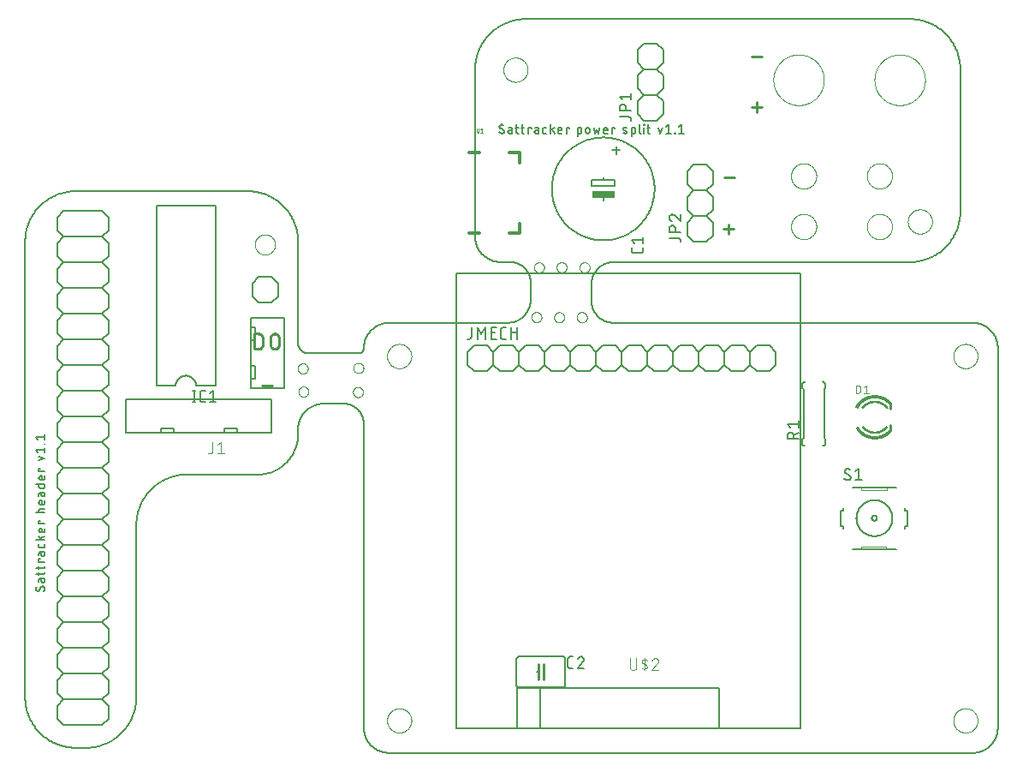
<source format=gto>
G75*
%MOIN*%
%OFA0B0*%
%FSLAX25Y25*%
%IPPOS*%
%LPD*%
%AMOC8*
5,1,8,0,0,1.08239X$1,22.5*
%
%ADD10C,0.00000*%
%ADD11C,0.00600*%
%ADD12C,0.01100*%
%ADD13C,0.00500*%
%ADD14R,0.09000X0.02500*%
%ADD15C,0.01200*%
%ADD16C,0.00100*%
%ADD17C,0.00400*%
%ADD18C,0.00060*%
%ADD19C,0.01000*%
%ADD20C,0.00200*%
D10*
X0173741Y0078859D02*
X0173743Y0078996D01*
X0173749Y0079134D01*
X0173759Y0079271D01*
X0173773Y0079407D01*
X0173791Y0079544D01*
X0173813Y0079679D01*
X0173839Y0079814D01*
X0173868Y0079948D01*
X0173902Y0080082D01*
X0173939Y0080214D01*
X0173981Y0080345D01*
X0174026Y0080475D01*
X0174075Y0080603D01*
X0174127Y0080730D01*
X0174184Y0080855D01*
X0174243Y0080979D01*
X0174307Y0081101D01*
X0174374Y0081221D01*
X0174444Y0081339D01*
X0174518Y0081455D01*
X0174595Y0081569D01*
X0174676Y0081680D01*
X0174759Y0081789D01*
X0174846Y0081896D01*
X0174936Y0081999D01*
X0175029Y0082101D01*
X0175125Y0082199D01*
X0175223Y0082295D01*
X0175325Y0082388D01*
X0175428Y0082478D01*
X0175535Y0082565D01*
X0175644Y0082648D01*
X0175755Y0082729D01*
X0175869Y0082806D01*
X0175985Y0082880D01*
X0176103Y0082950D01*
X0176223Y0083017D01*
X0176345Y0083081D01*
X0176469Y0083140D01*
X0176594Y0083197D01*
X0176721Y0083249D01*
X0176849Y0083298D01*
X0176979Y0083343D01*
X0177110Y0083385D01*
X0177242Y0083422D01*
X0177376Y0083456D01*
X0177510Y0083485D01*
X0177645Y0083511D01*
X0177780Y0083533D01*
X0177917Y0083551D01*
X0178053Y0083565D01*
X0178190Y0083575D01*
X0178328Y0083581D01*
X0178465Y0083583D01*
X0178602Y0083581D01*
X0178740Y0083575D01*
X0178877Y0083565D01*
X0179013Y0083551D01*
X0179150Y0083533D01*
X0179285Y0083511D01*
X0179420Y0083485D01*
X0179554Y0083456D01*
X0179688Y0083422D01*
X0179820Y0083385D01*
X0179951Y0083343D01*
X0180081Y0083298D01*
X0180209Y0083249D01*
X0180336Y0083197D01*
X0180461Y0083140D01*
X0180585Y0083081D01*
X0180707Y0083017D01*
X0180827Y0082950D01*
X0180945Y0082880D01*
X0181061Y0082806D01*
X0181175Y0082729D01*
X0181286Y0082648D01*
X0181395Y0082565D01*
X0181502Y0082478D01*
X0181605Y0082388D01*
X0181707Y0082295D01*
X0181805Y0082199D01*
X0181901Y0082101D01*
X0181994Y0081999D01*
X0182084Y0081896D01*
X0182171Y0081789D01*
X0182254Y0081680D01*
X0182335Y0081569D01*
X0182412Y0081455D01*
X0182486Y0081339D01*
X0182556Y0081221D01*
X0182623Y0081101D01*
X0182687Y0080979D01*
X0182746Y0080855D01*
X0182803Y0080730D01*
X0182855Y0080603D01*
X0182904Y0080475D01*
X0182949Y0080345D01*
X0182991Y0080214D01*
X0183028Y0080082D01*
X0183062Y0079948D01*
X0183091Y0079814D01*
X0183117Y0079679D01*
X0183139Y0079544D01*
X0183157Y0079407D01*
X0183171Y0079271D01*
X0183181Y0079134D01*
X0183187Y0078996D01*
X0183189Y0078859D01*
X0183187Y0078722D01*
X0183181Y0078584D01*
X0183171Y0078447D01*
X0183157Y0078311D01*
X0183139Y0078174D01*
X0183117Y0078039D01*
X0183091Y0077904D01*
X0183062Y0077770D01*
X0183028Y0077636D01*
X0182991Y0077504D01*
X0182949Y0077373D01*
X0182904Y0077243D01*
X0182855Y0077115D01*
X0182803Y0076988D01*
X0182746Y0076863D01*
X0182687Y0076739D01*
X0182623Y0076617D01*
X0182556Y0076497D01*
X0182486Y0076379D01*
X0182412Y0076263D01*
X0182335Y0076149D01*
X0182254Y0076038D01*
X0182171Y0075929D01*
X0182084Y0075822D01*
X0181994Y0075719D01*
X0181901Y0075617D01*
X0181805Y0075519D01*
X0181707Y0075423D01*
X0181605Y0075330D01*
X0181502Y0075240D01*
X0181395Y0075153D01*
X0181286Y0075070D01*
X0181175Y0074989D01*
X0181061Y0074912D01*
X0180945Y0074838D01*
X0180827Y0074768D01*
X0180707Y0074701D01*
X0180585Y0074637D01*
X0180461Y0074578D01*
X0180336Y0074521D01*
X0180209Y0074469D01*
X0180081Y0074420D01*
X0179951Y0074375D01*
X0179820Y0074333D01*
X0179688Y0074296D01*
X0179554Y0074262D01*
X0179420Y0074233D01*
X0179285Y0074207D01*
X0179150Y0074185D01*
X0179013Y0074167D01*
X0178877Y0074153D01*
X0178740Y0074143D01*
X0178602Y0074137D01*
X0178465Y0074135D01*
X0178328Y0074137D01*
X0178190Y0074143D01*
X0178053Y0074153D01*
X0177917Y0074167D01*
X0177780Y0074185D01*
X0177645Y0074207D01*
X0177510Y0074233D01*
X0177376Y0074262D01*
X0177242Y0074296D01*
X0177110Y0074333D01*
X0176979Y0074375D01*
X0176849Y0074420D01*
X0176721Y0074469D01*
X0176594Y0074521D01*
X0176469Y0074578D01*
X0176345Y0074637D01*
X0176223Y0074701D01*
X0176103Y0074768D01*
X0175985Y0074838D01*
X0175869Y0074912D01*
X0175755Y0074989D01*
X0175644Y0075070D01*
X0175535Y0075153D01*
X0175428Y0075240D01*
X0175325Y0075330D01*
X0175223Y0075423D01*
X0175125Y0075519D01*
X0175029Y0075617D01*
X0174936Y0075719D01*
X0174846Y0075822D01*
X0174759Y0075929D01*
X0174676Y0076038D01*
X0174595Y0076149D01*
X0174518Y0076263D01*
X0174444Y0076379D01*
X0174374Y0076497D01*
X0174307Y0076617D01*
X0174243Y0076739D01*
X0174184Y0076863D01*
X0174127Y0076988D01*
X0174075Y0077115D01*
X0174026Y0077243D01*
X0173981Y0077373D01*
X0173939Y0077504D01*
X0173902Y0077636D01*
X0173868Y0077770D01*
X0173839Y0077904D01*
X0173813Y0078039D01*
X0173791Y0078174D01*
X0173773Y0078311D01*
X0173759Y0078447D01*
X0173749Y0078584D01*
X0173743Y0078722D01*
X0173741Y0078859D01*
X0160446Y0206581D02*
X0160448Y0206669D01*
X0160454Y0206757D01*
X0160464Y0206845D01*
X0160478Y0206933D01*
X0160495Y0207019D01*
X0160517Y0207105D01*
X0160542Y0207189D01*
X0160572Y0207273D01*
X0160604Y0207355D01*
X0160641Y0207435D01*
X0160681Y0207514D01*
X0160725Y0207591D01*
X0160772Y0207666D01*
X0160822Y0207738D01*
X0160876Y0207809D01*
X0160932Y0207876D01*
X0160992Y0207942D01*
X0161054Y0208004D01*
X0161120Y0208064D01*
X0161187Y0208120D01*
X0161258Y0208174D01*
X0161330Y0208224D01*
X0161405Y0208271D01*
X0161482Y0208315D01*
X0161561Y0208355D01*
X0161641Y0208392D01*
X0161723Y0208424D01*
X0161807Y0208454D01*
X0161891Y0208479D01*
X0161977Y0208501D01*
X0162063Y0208518D01*
X0162151Y0208532D01*
X0162239Y0208542D01*
X0162327Y0208548D01*
X0162415Y0208550D01*
X0162503Y0208548D01*
X0162591Y0208542D01*
X0162679Y0208532D01*
X0162767Y0208518D01*
X0162853Y0208501D01*
X0162939Y0208479D01*
X0163023Y0208454D01*
X0163107Y0208424D01*
X0163189Y0208392D01*
X0163269Y0208355D01*
X0163348Y0208315D01*
X0163425Y0208271D01*
X0163500Y0208224D01*
X0163572Y0208174D01*
X0163643Y0208120D01*
X0163710Y0208064D01*
X0163776Y0208004D01*
X0163838Y0207942D01*
X0163898Y0207876D01*
X0163954Y0207809D01*
X0164008Y0207738D01*
X0164058Y0207666D01*
X0164105Y0207591D01*
X0164149Y0207514D01*
X0164189Y0207435D01*
X0164226Y0207355D01*
X0164258Y0207273D01*
X0164288Y0207189D01*
X0164313Y0207105D01*
X0164335Y0207019D01*
X0164352Y0206933D01*
X0164366Y0206845D01*
X0164376Y0206757D01*
X0164382Y0206669D01*
X0164384Y0206581D01*
X0164382Y0206493D01*
X0164376Y0206405D01*
X0164366Y0206317D01*
X0164352Y0206229D01*
X0164335Y0206143D01*
X0164313Y0206057D01*
X0164288Y0205973D01*
X0164258Y0205889D01*
X0164226Y0205807D01*
X0164189Y0205727D01*
X0164149Y0205648D01*
X0164105Y0205571D01*
X0164058Y0205496D01*
X0164008Y0205424D01*
X0163954Y0205353D01*
X0163898Y0205286D01*
X0163838Y0205220D01*
X0163776Y0205158D01*
X0163710Y0205098D01*
X0163643Y0205042D01*
X0163572Y0204988D01*
X0163500Y0204938D01*
X0163425Y0204891D01*
X0163348Y0204847D01*
X0163269Y0204807D01*
X0163189Y0204770D01*
X0163107Y0204738D01*
X0163023Y0204708D01*
X0162939Y0204683D01*
X0162853Y0204661D01*
X0162767Y0204644D01*
X0162679Y0204630D01*
X0162591Y0204620D01*
X0162503Y0204614D01*
X0162415Y0204612D01*
X0162327Y0204614D01*
X0162239Y0204620D01*
X0162151Y0204630D01*
X0162063Y0204644D01*
X0161977Y0204661D01*
X0161891Y0204683D01*
X0161807Y0204708D01*
X0161723Y0204738D01*
X0161641Y0204770D01*
X0161561Y0204807D01*
X0161482Y0204847D01*
X0161405Y0204891D01*
X0161330Y0204938D01*
X0161258Y0204988D01*
X0161187Y0205042D01*
X0161120Y0205098D01*
X0161054Y0205158D01*
X0160992Y0205220D01*
X0160932Y0205286D01*
X0160876Y0205353D01*
X0160822Y0205424D01*
X0160772Y0205496D01*
X0160725Y0205571D01*
X0160681Y0205648D01*
X0160641Y0205727D01*
X0160604Y0205807D01*
X0160572Y0205889D01*
X0160542Y0205973D01*
X0160517Y0206057D01*
X0160495Y0206143D01*
X0160478Y0206229D01*
X0160464Y0206317D01*
X0160454Y0206405D01*
X0160448Y0206493D01*
X0160446Y0206581D01*
X0160574Y0215967D02*
X0160576Y0216055D01*
X0160582Y0216143D01*
X0160592Y0216231D01*
X0160606Y0216319D01*
X0160623Y0216405D01*
X0160645Y0216491D01*
X0160670Y0216575D01*
X0160700Y0216659D01*
X0160732Y0216741D01*
X0160769Y0216821D01*
X0160809Y0216900D01*
X0160853Y0216977D01*
X0160900Y0217052D01*
X0160950Y0217124D01*
X0161004Y0217195D01*
X0161060Y0217262D01*
X0161120Y0217328D01*
X0161182Y0217390D01*
X0161248Y0217450D01*
X0161315Y0217506D01*
X0161386Y0217560D01*
X0161458Y0217610D01*
X0161533Y0217657D01*
X0161610Y0217701D01*
X0161689Y0217741D01*
X0161769Y0217778D01*
X0161851Y0217810D01*
X0161935Y0217840D01*
X0162019Y0217865D01*
X0162105Y0217887D01*
X0162191Y0217904D01*
X0162279Y0217918D01*
X0162367Y0217928D01*
X0162455Y0217934D01*
X0162543Y0217936D01*
X0162631Y0217934D01*
X0162719Y0217928D01*
X0162807Y0217918D01*
X0162895Y0217904D01*
X0162981Y0217887D01*
X0163067Y0217865D01*
X0163151Y0217840D01*
X0163235Y0217810D01*
X0163317Y0217778D01*
X0163397Y0217741D01*
X0163476Y0217701D01*
X0163553Y0217657D01*
X0163628Y0217610D01*
X0163700Y0217560D01*
X0163771Y0217506D01*
X0163838Y0217450D01*
X0163904Y0217390D01*
X0163966Y0217328D01*
X0164026Y0217262D01*
X0164082Y0217195D01*
X0164136Y0217124D01*
X0164186Y0217052D01*
X0164233Y0216977D01*
X0164277Y0216900D01*
X0164317Y0216821D01*
X0164354Y0216741D01*
X0164386Y0216659D01*
X0164416Y0216575D01*
X0164441Y0216491D01*
X0164463Y0216405D01*
X0164480Y0216319D01*
X0164494Y0216231D01*
X0164504Y0216143D01*
X0164510Y0216055D01*
X0164512Y0215967D01*
X0164510Y0215879D01*
X0164504Y0215791D01*
X0164494Y0215703D01*
X0164480Y0215615D01*
X0164463Y0215529D01*
X0164441Y0215443D01*
X0164416Y0215359D01*
X0164386Y0215275D01*
X0164354Y0215193D01*
X0164317Y0215113D01*
X0164277Y0215034D01*
X0164233Y0214957D01*
X0164186Y0214882D01*
X0164136Y0214810D01*
X0164082Y0214739D01*
X0164026Y0214672D01*
X0163966Y0214606D01*
X0163904Y0214544D01*
X0163838Y0214484D01*
X0163771Y0214428D01*
X0163700Y0214374D01*
X0163628Y0214324D01*
X0163553Y0214277D01*
X0163476Y0214233D01*
X0163397Y0214193D01*
X0163317Y0214156D01*
X0163235Y0214124D01*
X0163151Y0214094D01*
X0163067Y0214069D01*
X0162981Y0214047D01*
X0162895Y0214030D01*
X0162807Y0214016D01*
X0162719Y0214006D01*
X0162631Y0214000D01*
X0162543Y0213998D01*
X0162455Y0214000D01*
X0162367Y0214006D01*
X0162279Y0214016D01*
X0162191Y0214030D01*
X0162105Y0214047D01*
X0162019Y0214069D01*
X0161935Y0214094D01*
X0161851Y0214124D01*
X0161769Y0214156D01*
X0161689Y0214193D01*
X0161610Y0214233D01*
X0161533Y0214277D01*
X0161458Y0214324D01*
X0161386Y0214374D01*
X0161315Y0214428D01*
X0161248Y0214484D01*
X0161182Y0214544D01*
X0161120Y0214606D01*
X0161060Y0214672D01*
X0161004Y0214739D01*
X0160950Y0214810D01*
X0160900Y0214882D01*
X0160853Y0214957D01*
X0160809Y0215034D01*
X0160769Y0215113D01*
X0160732Y0215193D01*
X0160700Y0215275D01*
X0160670Y0215359D01*
X0160645Y0215443D01*
X0160623Y0215529D01*
X0160606Y0215615D01*
X0160592Y0215703D01*
X0160582Y0215791D01*
X0160576Y0215879D01*
X0160574Y0215967D01*
X0173741Y0220591D02*
X0173743Y0220728D01*
X0173749Y0220866D01*
X0173759Y0221003D01*
X0173773Y0221139D01*
X0173791Y0221276D01*
X0173813Y0221411D01*
X0173839Y0221546D01*
X0173868Y0221680D01*
X0173902Y0221814D01*
X0173939Y0221946D01*
X0173981Y0222077D01*
X0174026Y0222207D01*
X0174075Y0222335D01*
X0174127Y0222462D01*
X0174184Y0222587D01*
X0174243Y0222711D01*
X0174307Y0222833D01*
X0174374Y0222953D01*
X0174444Y0223071D01*
X0174518Y0223187D01*
X0174595Y0223301D01*
X0174676Y0223412D01*
X0174759Y0223521D01*
X0174846Y0223628D01*
X0174936Y0223731D01*
X0175029Y0223833D01*
X0175125Y0223931D01*
X0175223Y0224027D01*
X0175325Y0224120D01*
X0175428Y0224210D01*
X0175535Y0224297D01*
X0175644Y0224380D01*
X0175755Y0224461D01*
X0175869Y0224538D01*
X0175985Y0224612D01*
X0176103Y0224682D01*
X0176223Y0224749D01*
X0176345Y0224813D01*
X0176469Y0224872D01*
X0176594Y0224929D01*
X0176721Y0224981D01*
X0176849Y0225030D01*
X0176979Y0225075D01*
X0177110Y0225117D01*
X0177242Y0225154D01*
X0177376Y0225188D01*
X0177510Y0225217D01*
X0177645Y0225243D01*
X0177780Y0225265D01*
X0177917Y0225283D01*
X0178053Y0225297D01*
X0178190Y0225307D01*
X0178328Y0225313D01*
X0178465Y0225315D01*
X0178602Y0225313D01*
X0178740Y0225307D01*
X0178877Y0225297D01*
X0179013Y0225283D01*
X0179150Y0225265D01*
X0179285Y0225243D01*
X0179420Y0225217D01*
X0179554Y0225188D01*
X0179688Y0225154D01*
X0179820Y0225117D01*
X0179951Y0225075D01*
X0180081Y0225030D01*
X0180209Y0224981D01*
X0180336Y0224929D01*
X0180461Y0224872D01*
X0180585Y0224813D01*
X0180707Y0224749D01*
X0180827Y0224682D01*
X0180945Y0224612D01*
X0181061Y0224538D01*
X0181175Y0224461D01*
X0181286Y0224380D01*
X0181395Y0224297D01*
X0181502Y0224210D01*
X0181605Y0224120D01*
X0181707Y0224027D01*
X0181805Y0223931D01*
X0181901Y0223833D01*
X0181994Y0223731D01*
X0182084Y0223628D01*
X0182171Y0223521D01*
X0182254Y0223412D01*
X0182335Y0223301D01*
X0182412Y0223187D01*
X0182486Y0223071D01*
X0182556Y0222953D01*
X0182623Y0222833D01*
X0182687Y0222711D01*
X0182746Y0222587D01*
X0182803Y0222462D01*
X0182855Y0222335D01*
X0182904Y0222207D01*
X0182949Y0222077D01*
X0182991Y0221946D01*
X0183028Y0221814D01*
X0183062Y0221680D01*
X0183091Y0221546D01*
X0183117Y0221411D01*
X0183139Y0221276D01*
X0183157Y0221139D01*
X0183171Y0221003D01*
X0183181Y0220866D01*
X0183187Y0220728D01*
X0183189Y0220591D01*
X0183187Y0220454D01*
X0183181Y0220316D01*
X0183171Y0220179D01*
X0183157Y0220043D01*
X0183139Y0219906D01*
X0183117Y0219771D01*
X0183091Y0219636D01*
X0183062Y0219502D01*
X0183028Y0219368D01*
X0182991Y0219236D01*
X0182949Y0219105D01*
X0182904Y0218975D01*
X0182855Y0218847D01*
X0182803Y0218720D01*
X0182746Y0218595D01*
X0182687Y0218471D01*
X0182623Y0218349D01*
X0182556Y0218229D01*
X0182486Y0218111D01*
X0182412Y0217995D01*
X0182335Y0217881D01*
X0182254Y0217770D01*
X0182171Y0217661D01*
X0182084Y0217554D01*
X0181994Y0217451D01*
X0181901Y0217349D01*
X0181805Y0217251D01*
X0181707Y0217155D01*
X0181605Y0217062D01*
X0181502Y0216972D01*
X0181395Y0216885D01*
X0181286Y0216802D01*
X0181175Y0216721D01*
X0181061Y0216644D01*
X0180945Y0216570D01*
X0180827Y0216500D01*
X0180707Y0216433D01*
X0180585Y0216369D01*
X0180461Y0216310D01*
X0180336Y0216253D01*
X0180209Y0216201D01*
X0180081Y0216152D01*
X0179951Y0216107D01*
X0179820Y0216065D01*
X0179688Y0216028D01*
X0179554Y0215994D01*
X0179420Y0215965D01*
X0179285Y0215939D01*
X0179150Y0215917D01*
X0179013Y0215899D01*
X0178877Y0215885D01*
X0178740Y0215875D01*
X0178602Y0215869D01*
X0178465Y0215867D01*
X0178328Y0215869D01*
X0178190Y0215875D01*
X0178053Y0215885D01*
X0177917Y0215899D01*
X0177780Y0215917D01*
X0177645Y0215939D01*
X0177510Y0215965D01*
X0177376Y0215994D01*
X0177242Y0216028D01*
X0177110Y0216065D01*
X0176979Y0216107D01*
X0176849Y0216152D01*
X0176721Y0216201D01*
X0176594Y0216253D01*
X0176469Y0216310D01*
X0176345Y0216369D01*
X0176223Y0216433D01*
X0176103Y0216500D01*
X0175985Y0216570D01*
X0175869Y0216644D01*
X0175755Y0216721D01*
X0175644Y0216802D01*
X0175535Y0216885D01*
X0175428Y0216972D01*
X0175325Y0217062D01*
X0175223Y0217155D01*
X0175125Y0217251D01*
X0175029Y0217349D01*
X0174936Y0217451D01*
X0174846Y0217554D01*
X0174759Y0217661D01*
X0174676Y0217770D01*
X0174595Y0217881D01*
X0174518Y0217995D01*
X0174444Y0218111D01*
X0174374Y0218229D01*
X0174307Y0218349D01*
X0174243Y0218471D01*
X0174184Y0218595D01*
X0174127Y0218720D01*
X0174075Y0218847D01*
X0174026Y0218975D01*
X0173981Y0219105D01*
X0173939Y0219236D01*
X0173902Y0219368D01*
X0173868Y0219502D01*
X0173839Y0219636D01*
X0173813Y0219771D01*
X0173791Y0219906D01*
X0173773Y0220043D01*
X0173759Y0220179D01*
X0173749Y0220316D01*
X0173743Y0220454D01*
X0173741Y0220591D01*
X0138939Y0215776D02*
X0138941Y0215864D01*
X0138947Y0215952D01*
X0138957Y0216040D01*
X0138971Y0216128D01*
X0138988Y0216214D01*
X0139010Y0216300D01*
X0139035Y0216384D01*
X0139065Y0216468D01*
X0139097Y0216550D01*
X0139134Y0216630D01*
X0139174Y0216709D01*
X0139218Y0216786D01*
X0139265Y0216861D01*
X0139315Y0216933D01*
X0139369Y0217004D01*
X0139425Y0217071D01*
X0139485Y0217137D01*
X0139547Y0217199D01*
X0139613Y0217259D01*
X0139680Y0217315D01*
X0139751Y0217369D01*
X0139823Y0217419D01*
X0139898Y0217466D01*
X0139975Y0217510D01*
X0140054Y0217550D01*
X0140134Y0217587D01*
X0140216Y0217619D01*
X0140300Y0217649D01*
X0140384Y0217674D01*
X0140470Y0217696D01*
X0140556Y0217713D01*
X0140644Y0217727D01*
X0140732Y0217737D01*
X0140820Y0217743D01*
X0140908Y0217745D01*
X0140996Y0217743D01*
X0141084Y0217737D01*
X0141172Y0217727D01*
X0141260Y0217713D01*
X0141346Y0217696D01*
X0141432Y0217674D01*
X0141516Y0217649D01*
X0141600Y0217619D01*
X0141682Y0217587D01*
X0141762Y0217550D01*
X0141841Y0217510D01*
X0141918Y0217466D01*
X0141993Y0217419D01*
X0142065Y0217369D01*
X0142136Y0217315D01*
X0142203Y0217259D01*
X0142269Y0217199D01*
X0142331Y0217137D01*
X0142391Y0217071D01*
X0142447Y0217004D01*
X0142501Y0216933D01*
X0142551Y0216861D01*
X0142598Y0216786D01*
X0142642Y0216709D01*
X0142682Y0216630D01*
X0142719Y0216550D01*
X0142751Y0216468D01*
X0142781Y0216384D01*
X0142806Y0216300D01*
X0142828Y0216214D01*
X0142845Y0216128D01*
X0142859Y0216040D01*
X0142869Y0215952D01*
X0142875Y0215864D01*
X0142877Y0215776D01*
X0142875Y0215688D01*
X0142869Y0215600D01*
X0142859Y0215512D01*
X0142845Y0215424D01*
X0142828Y0215338D01*
X0142806Y0215252D01*
X0142781Y0215168D01*
X0142751Y0215084D01*
X0142719Y0215002D01*
X0142682Y0214922D01*
X0142642Y0214843D01*
X0142598Y0214766D01*
X0142551Y0214691D01*
X0142501Y0214619D01*
X0142447Y0214548D01*
X0142391Y0214481D01*
X0142331Y0214415D01*
X0142269Y0214353D01*
X0142203Y0214293D01*
X0142136Y0214237D01*
X0142065Y0214183D01*
X0141993Y0214133D01*
X0141918Y0214086D01*
X0141841Y0214042D01*
X0141762Y0214002D01*
X0141682Y0213965D01*
X0141600Y0213933D01*
X0141516Y0213903D01*
X0141432Y0213878D01*
X0141346Y0213856D01*
X0141260Y0213839D01*
X0141172Y0213825D01*
X0141084Y0213815D01*
X0140996Y0213809D01*
X0140908Y0213807D01*
X0140820Y0213809D01*
X0140732Y0213815D01*
X0140644Y0213825D01*
X0140556Y0213839D01*
X0140470Y0213856D01*
X0140384Y0213878D01*
X0140300Y0213903D01*
X0140216Y0213933D01*
X0140134Y0213965D01*
X0140054Y0214002D01*
X0139975Y0214042D01*
X0139898Y0214086D01*
X0139823Y0214133D01*
X0139751Y0214183D01*
X0139680Y0214237D01*
X0139613Y0214293D01*
X0139547Y0214353D01*
X0139485Y0214415D01*
X0139425Y0214481D01*
X0139369Y0214548D01*
X0139315Y0214619D01*
X0139265Y0214691D01*
X0139218Y0214766D01*
X0139174Y0214843D01*
X0139134Y0214922D01*
X0139097Y0215002D01*
X0139065Y0215084D01*
X0139035Y0215168D01*
X0139010Y0215252D01*
X0138988Y0215338D01*
X0138971Y0215424D01*
X0138957Y0215512D01*
X0138947Y0215600D01*
X0138941Y0215688D01*
X0138939Y0215776D01*
X0139194Y0206773D02*
X0139196Y0206861D01*
X0139202Y0206949D01*
X0139212Y0207037D01*
X0139226Y0207125D01*
X0139243Y0207211D01*
X0139265Y0207297D01*
X0139290Y0207381D01*
X0139320Y0207465D01*
X0139352Y0207547D01*
X0139389Y0207627D01*
X0139429Y0207706D01*
X0139473Y0207783D01*
X0139520Y0207858D01*
X0139570Y0207930D01*
X0139624Y0208001D01*
X0139680Y0208068D01*
X0139740Y0208134D01*
X0139802Y0208196D01*
X0139868Y0208256D01*
X0139935Y0208312D01*
X0140006Y0208366D01*
X0140078Y0208416D01*
X0140153Y0208463D01*
X0140230Y0208507D01*
X0140309Y0208547D01*
X0140389Y0208584D01*
X0140471Y0208616D01*
X0140555Y0208646D01*
X0140639Y0208671D01*
X0140725Y0208693D01*
X0140811Y0208710D01*
X0140899Y0208724D01*
X0140987Y0208734D01*
X0141075Y0208740D01*
X0141163Y0208742D01*
X0141251Y0208740D01*
X0141339Y0208734D01*
X0141427Y0208724D01*
X0141515Y0208710D01*
X0141601Y0208693D01*
X0141687Y0208671D01*
X0141771Y0208646D01*
X0141855Y0208616D01*
X0141937Y0208584D01*
X0142017Y0208547D01*
X0142096Y0208507D01*
X0142173Y0208463D01*
X0142248Y0208416D01*
X0142320Y0208366D01*
X0142391Y0208312D01*
X0142458Y0208256D01*
X0142524Y0208196D01*
X0142586Y0208134D01*
X0142646Y0208068D01*
X0142702Y0208001D01*
X0142756Y0207930D01*
X0142806Y0207858D01*
X0142853Y0207783D01*
X0142897Y0207706D01*
X0142937Y0207627D01*
X0142974Y0207547D01*
X0143006Y0207465D01*
X0143036Y0207381D01*
X0143061Y0207297D01*
X0143083Y0207211D01*
X0143100Y0207125D01*
X0143114Y0207037D01*
X0143124Y0206949D01*
X0143130Y0206861D01*
X0143132Y0206773D01*
X0143130Y0206685D01*
X0143124Y0206597D01*
X0143114Y0206509D01*
X0143100Y0206421D01*
X0143083Y0206335D01*
X0143061Y0206249D01*
X0143036Y0206165D01*
X0143006Y0206081D01*
X0142974Y0205999D01*
X0142937Y0205919D01*
X0142897Y0205840D01*
X0142853Y0205763D01*
X0142806Y0205688D01*
X0142756Y0205616D01*
X0142702Y0205545D01*
X0142646Y0205478D01*
X0142586Y0205412D01*
X0142524Y0205350D01*
X0142458Y0205290D01*
X0142391Y0205234D01*
X0142320Y0205180D01*
X0142248Y0205130D01*
X0142173Y0205083D01*
X0142096Y0205039D01*
X0142017Y0204999D01*
X0141937Y0204962D01*
X0141855Y0204930D01*
X0141771Y0204900D01*
X0141687Y0204875D01*
X0141601Y0204853D01*
X0141515Y0204836D01*
X0141427Y0204822D01*
X0141339Y0204812D01*
X0141251Y0204806D01*
X0141163Y0204804D01*
X0141075Y0204806D01*
X0140987Y0204812D01*
X0140899Y0204822D01*
X0140811Y0204836D01*
X0140725Y0204853D01*
X0140639Y0204875D01*
X0140555Y0204900D01*
X0140471Y0204930D01*
X0140389Y0204962D01*
X0140309Y0204999D01*
X0140230Y0205039D01*
X0140153Y0205083D01*
X0140078Y0205130D01*
X0140006Y0205180D01*
X0139935Y0205234D01*
X0139868Y0205290D01*
X0139802Y0205350D01*
X0139740Y0205412D01*
X0139680Y0205478D01*
X0139624Y0205545D01*
X0139570Y0205616D01*
X0139520Y0205688D01*
X0139473Y0205763D01*
X0139429Y0205840D01*
X0139389Y0205919D01*
X0139352Y0205999D01*
X0139320Y0206081D01*
X0139290Y0206165D01*
X0139265Y0206249D01*
X0139243Y0206335D01*
X0139226Y0206421D01*
X0139212Y0206509D01*
X0139202Y0206597D01*
X0139196Y0206685D01*
X0139194Y0206773D01*
X0122259Y0264014D02*
X0122261Y0264139D01*
X0122267Y0264264D01*
X0122277Y0264388D01*
X0122291Y0264512D01*
X0122308Y0264636D01*
X0122330Y0264759D01*
X0122356Y0264881D01*
X0122385Y0265003D01*
X0122418Y0265123D01*
X0122456Y0265242D01*
X0122496Y0265361D01*
X0122541Y0265477D01*
X0122589Y0265592D01*
X0122641Y0265706D01*
X0122697Y0265818D01*
X0122756Y0265928D01*
X0122818Y0266036D01*
X0122884Y0266143D01*
X0122953Y0266247D01*
X0123026Y0266348D01*
X0123101Y0266448D01*
X0123180Y0266545D01*
X0123262Y0266639D01*
X0123347Y0266731D01*
X0123434Y0266820D01*
X0123525Y0266906D01*
X0123618Y0266989D01*
X0123714Y0267070D01*
X0123812Y0267147D01*
X0123912Y0267221D01*
X0124015Y0267292D01*
X0124120Y0267359D01*
X0124228Y0267424D01*
X0124337Y0267484D01*
X0124448Y0267542D01*
X0124561Y0267595D01*
X0124675Y0267645D01*
X0124791Y0267692D01*
X0124908Y0267734D01*
X0125027Y0267773D01*
X0125147Y0267809D01*
X0125268Y0267840D01*
X0125390Y0267868D01*
X0125512Y0267891D01*
X0125636Y0267911D01*
X0125760Y0267927D01*
X0125884Y0267939D01*
X0126009Y0267947D01*
X0126134Y0267951D01*
X0126258Y0267951D01*
X0126383Y0267947D01*
X0126508Y0267939D01*
X0126632Y0267927D01*
X0126756Y0267911D01*
X0126880Y0267891D01*
X0127002Y0267868D01*
X0127124Y0267840D01*
X0127245Y0267809D01*
X0127365Y0267773D01*
X0127484Y0267734D01*
X0127601Y0267692D01*
X0127717Y0267645D01*
X0127831Y0267595D01*
X0127944Y0267542D01*
X0128055Y0267484D01*
X0128165Y0267424D01*
X0128272Y0267359D01*
X0128377Y0267292D01*
X0128480Y0267221D01*
X0128580Y0267147D01*
X0128678Y0267070D01*
X0128774Y0266989D01*
X0128867Y0266906D01*
X0128958Y0266820D01*
X0129045Y0266731D01*
X0129130Y0266639D01*
X0129212Y0266545D01*
X0129291Y0266448D01*
X0129366Y0266348D01*
X0129439Y0266247D01*
X0129508Y0266143D01*
X0129574Y0266036D01*
X0129636Y0265928D01*
X0129695Y0265818D01*
X0129751Y0265706D01*
X0129803Y0265592D01*
X0129851Y0265477D01*
X0129896Y0265361D01*
X0129936Y0265242D01*
X0129974Y0265123D01*
X0130007Y0265003D01*
X0130036Y0264881D01*
X0130062Y0264759D01*
X0130084Y0264636D01*
X0130101Y0264512D01*
X0130115Y0264388D01*
X0130125Y0264264D01*
X0130131Y0264139D01*
X0130133Y0264014D01*
X0130131Y0263889D01*
X0130125Y0263764D01*
X0130115Y0263640D01*
X0130101Y0263516D01*
X0130084Y0263392D01*
X0130062Y0263269D01*
X0130036Y0263147D01*
X0130007Y0263025D01*
X0129974Y0262905D01*
X0129936Y0262786D01*
X0129896Y0262667D01*
X0129851Y0262551D01*
X0129803Y0262436D01*
X0129751Y0262322D01*
X0129695Y0262210D01*
X0129636Y0262100D01*
X0129574Y0261992D01*
X0129508Y0261885D01*
X0129439Y0261781D01*
X0129366Y0261680D01*
X0129291Y0261580D01*
X0129212Y0261483D01*
X0129130Y0261389D01*
X0129045Y0261297D01*
X0128958Y0261208D01*
X0128867Y0261122D01*
X0128774Y0261039D01*
X0128678Y0260958D01*
X0128580Y0260881D01*
X0128480Y0260807D01*
X0128377Y0260736D01*
X0128272Y0260669D01*
X0128164Y0260604D01*
X0128055Y0260544D01*
X0127944Y0260486D01*
X0127831Y0260433D01*
X0127717Y0260383D01*
X0127601Y0260336D01*
X0127484Y0260294D01*
X0127365Y0260255D01*
X0127245Y0260219D01*
X0127124Y0260188D01*
X0127002Y0260160D01*
X0126880Y0260137D01*
X0126756Y0260117D01*
X0126632Y0260101D01*
X0126508Y0260089D01*
X0126383Y0260081D01*
X0126258Y0260077D01*
X0126134Y0260077D01*
X0126009Y0260081D01*
X0125884Y0260089D01*
X0125760Y0260101D01*
X0125636Y0260117D01*
X0125512Y0260137D01*
X0125390Y0260160D01*
X0125268Y0260188D01*
X0125147Y0260219D01*
X0125027Y0260255D01*
X0124908Y0260294D01*
X0124791Y0260336D01*
X0124675Y0260383D01*
X0124561Y0260433D01*
X0124448Y0260486D01*
X0124337Y0260544D01*
X0124227Y0260604D01*
X0124120Y0260669D01*
X0124015Y0260736D01*
X0123912Y0260807D01*
X0123812Y0260881D01*
X0123714Y0260958D01*
X0123618Y0261039D01*
X0123525Y0261122D01*
X0123434Y0261208D01*
X0123347Y0261297D01*
X0123262Y0261389D01*
X0123180Y0261483D01*
X0123101Y0261580D01*
X0123026Y0261680D01*
X0122953Y0261781D01*
X0122884Y0261885D01*
X0122818Y0261992D01*
X0122756Y0262100D01*
X0122697Y0262210D01*
X0122641Y0262322D01*
X0122589Y0262436D01*
X0122541Y0262551D01*
X0122496Y0262667D01*
X0122456Y0262786D01*
X0122418Y0262905D01*
X0122385Y0263025D01*
X0122356Y0263147D01*
X0122330Y0263269D01*
X0122308Y0263392D01*
X0122291Y0263516D01*
X0122277Y0263640D01*
X0122267Y0263764D01*
X0122261Y0263889D01*
X0122259Y0264014D01*
X0219017Y0332009D02*
X0219019Y0332146D01*
X0219025Y0332284D01*
X0219035Y0332421D01*
X0219049Y0332557D01*
X0219067Y0332694D01*
X0219089Y0332829D01*
X0219115Y0332964D01*
X0219144Y0333098D01*
X0219178Y0333232D01*
X0219215Y0333364D01*
X0219257Y0333495D01*
X0219302Y0333625D01*
X0219351Y0333753D01*
X0219403Y0333880D01*
X0219460Y0334005D01*
X0219519Y0334129D01*
X0219583Y0334251D01*
X0219650Y0334371D01*
X0219720Y0334489D01*
X0219794Y0334605D01*
X0219871Y0334719D01*
X0219952Y0334830D01*
X0220035Y0334939D01*
X0220122Y0335046D01*
X0220212Y0335149D01*
X0220305Y0335251D01*
X0220401Y0335349D01*
X0220499Y0335445D01*
X0220601Y0335538D01*
X0220704Y0335628D01*
X0220811Y0335715D01*
X0220920Y0335798D01*
X0221031Y0335879D01*
X0221145Y0335956D01*
X0221261Y0336030D01*
X0221379Y0336100D01*
X0221499Y0336167D01*
X0221621Y0336231D01*
X0221745Y0336290D01*
X0221870Y0336347D01*
X0221997Y0336399D01*
X0222125Y0336448D01*
X0222255Y0336493D01*
X0222386Y0336535D01*
X0222518Y0336572D01*
X0222652Y0336606D01*
X0222786Y0336635D01*
X0222921Y0336661D01*
X0223056Y0336683D01*
X0223193Y0336701D01*
X0223329Y0336715D01*
X0223466Y0336725D01*
X0223604Y0336731D01*
X0223741Y0336733D01*
X0223878Y0336731D01*
X0224016Y0336725D01*
X0224153Y0336715D01*
X0224289Y0336701D01*
X0224426Y0336683D01*
X0224561Y0336661D01*
X0224696Y0336635D01*
X0224830Y0336606D01*
X0224964Y0336572D01*
X0225096Y0336535D01*
X0225227Y0336493D01*
X0225357Y0336448D01*
X0225485Y0336399D01*
X0225612Y0336347D01*
X0225737Y0336290D01*
X0225861Y0336231D01*
X0225983Y0336167D01*
X0226103Y0336100D01*
X0226221Y0336030D01*
X0226337Y0335956D01*
X0226451Y0335879D01*
X0226562Y0335798D01*
X0226671Y0335715D01*
X0226778Y0335628D01*
X0226881Y0335538D01*
X0226983Y0335445D01*
X0227081Y0335349D01*
X0227177Y0335251D01*
X0227270Y0335149D01*
X0227360Y0335046D01*
X0227447Y0334939D01*
X0227530Y0334830D01*
X0227611Y0334719D01*
X0227688Y0334605D01*
X0227762Y0334489D01*
X0227832Y0334371D01*
X0227899Y0334251D01*
X0227963Y0334129D01*
X0228022Y0334005D01*
X0228079Y0333880D01*
X0228131Y0333753D01*
X0228180Y0333625D01*
X0228225Y0333495D01*
X0228267Y0333364D01*
X0228304Y0333232D01*
X0228338Y0333098D01*
X0228367Y0332964D01*
X0228393Y0332829D01*
X0228415Y0332694D01*
X0228433Y0332557D01*
X0228447Y0332421D01*
X0228457Y0332284D01*
X0228463Y0332146D01*
X0228465Y0332009D01*
X0228463Y0331872D01*
X0228457Y0331734D01*
X0228447Y0331597D01*
X0228433Y0331461D01*
X0228415Y0331324D01*
X0228393Y0331189D01*
X0228367Y0331054D01*
X0228338Y0330920D01*
X0228304Y0330786D01*
X0228267Y0330654D01*
X0228225Y0330523D01*
X0228180Y0330393D01*
X0228131Y0330265D01*
X0228079Y0330138D01*
X0228022Y0330013D01*
X0227963Y0329889D01*
X0227899Y0329767D01*
X0227832Y0329647D01*
X0227762Y0329529D01*
X0227688Y0329413D01*
X0227611Y0329299D01*
X0227530Y0329188D01*
X0227447Y0329079D01*
X0227360Y0328972D01*
X0227270Y0328869D01*
X0227177Y0328767D01*
X0227081Y0328669D01*
X0226983Y0328573D01*
X0226881Y0328480D01*
X0226778Y0328390D01*
X0226671Y0328303D01*
X0226562Y0328220D01*
X0226451Y0328139D01*
X0226337Y0328062D01*
X0226221Y0327988D01*
X0226103Y0327918D01*
X0225983Y0327851D01*
X0225861Y0327787D01*
X0225737Y0327728D01*
X0225612Y0327671D01*
X0225485Y0327619D01*
X0225357Y0327570D01*
X0225227Y0327525D01*
X0225096Y0327483D01*
X0224964Y0327446D01*
X0224830Y0327412D01*
X0224696Y0327383D01*
X0224561Y0327357D01*
X0224426Y0327335D01*
X0224289Y0327317D01*
X0224153Y0327303D01*
X0224016Y0327293D01*
X0223878Y0327287D01*
X0223741Y0327285D01*
X0223604Y0327287D01*
X0223466Y0327293D01*
X0223329Y0327303D01*
X0223193Y0327317D01*
X0223056Y0327335D01*
X0222921Y0327357D01*
X0222786Y0327383D01*
X0222652Y0327412D01*
X0222518Y0327446D01*
X0222386Y0327483D01*
X0222255Y0327525D01*
X0222125Y0327570D01*
X0221997Y0327619D01*
X0221870Y0327671D01*
X0221745Y0327728D01*
X0221621Y0327787D01*
X0221499Y0327851D01*
X0221379Y0327918D01*
X0221261Y0327988D01*
X0221145Y0328062D01*
X0221031Y0328139D01*
X0220920Y0328220D01*
X0220811Y0328303D01*
X0220704Y0328390D01*
X0220601Y0328480D01*
X0220499Y0328573D01*
X0220401Y0328669D01*
X0220305Y0328767D01*
X0220212Y0328869D01*
X0220122Y0328972D01*
X0220035Y0329079D01*
X0219952Y0329188D01*
X0219871Y0329299D01*
X0219794Y0329413D01*
X0219720Y0329529D01*
X0219650Y0329647D01*
X0219583Y0329767D01*
X0219519Y0329889D01*
X0219460Y0330013D01*
X0219403Y0330138D01*
X0219351Y0330265D01*
X0219302Y0330393D01*
X0219257Y0330523D01*
X0219215Y0330654D01*
X0219178Y0330786D01*
X0219144Y0330920D01*
X0219115Y0331054D01*
X0219089Y0331189D01*
X0219067Y0331324D01*
X0219049Y0331461D01*
X0219035Y0331597D01*
X0219025Y0331734D01*
X0219019Y0331872D01*
X0219017Y0332009D01*
X0230945Y0255094D02*
X0230947Y0255182D01*
X0230953Y0255270D01*
X0230963Y0255358D01*
X0230977Y0255446D01*
X0230994Y0255532D01*
X0231016Y0255618D01*
X0231041Y0255702D01*
X0231071Y0255786D01*
X0231103Y0255868D01*
X0231140Y0255948D01*
X0231180Y0256027D01*
X0231224Y0256104D01*
X0231271Y0256179D01*
X0231321Y0256251D01*
X0231375Y0256322D01*
X0231431Y0256389D01*
X0231491Y0256455D01*
X0231553Y0256517D01*
X0231619Y0256577D01*
X0231686Y0256633D01*
X0231757Y0256687D01*
X0231829Y0256737D01*
X0231904Y0256784D01*
X0231981Y0256828D01*
X0232060Y0256868D01*
X0232140Y0256905D01*
X0232222Y0256937D01*
X0232306Y0256967D01*
X0232390Y0256992D01*
X0232476Y0257014D01*
X0232562Y0257031D01*
X0232650Y0257045D01*
X0232738Y0257055D01*
X0232826Y0257061D01*
X0232914Y0257063D01*
X0233002Y0257061D01*
X0233090Y0257055D01*
X0233178Y0257045D01*
X0233266Y0257031D01*
X0233352Y0257014D01*
X0233438Y0256992D01*
X0233522Y0256967D01*
X0233606Y0256937D01*
X0233688Y0256905D01*
X0233768Y0256868D01*
X0233847Y0256828D01*
X0233924Y0256784D01*
X0233999Y0256737D01*
X0234071Y0256687D01*
X0234142Y0256633D01*
X0234209Y0256577D01*
X0234275Y0256517D01*
X0234337Y0256455D01*
X0234397Y0256389D01*
X0234453Y0256322D01*
X0234507Y0256251D01*
X0234557Y0256179D01*
X0234604Y0256104D01*
X0234648Y0256027D01*
X0234688Y0255948D01*
X0234725Y0255868D01*
X0234757Y0255786D01*
X0234787Y0255702D01*
X0234812Y0255618D01*
X0234834Y0255532D01*
X0234851Y0255446D01*
X0234865Y0255358D01*
X0234875Y0255270D01*
X0234881Y0255182D01*
X0234883Y0255094D01*
X0234881Y0255006D01*
X0234875Y0254918D01*
X0234865Y0254830D01*
X0234851Y0254742D01*
X0234834Y0254656D01*
X0234812Y0254570D01*
X0234787Y0254486D01*
X0234757Y0254402D01*
X0234725Y0254320D01*
X0234688Y0254240D01*
X0234648Y0254161D01*
X0234604Y0254084D01*
X0234557Y0254009D01*
X0234507Y0253937D01*
X0234453Y0253866D01*
X0234397Y0253799D01*
X0234337Y0253733D01*
X0234275Y0253671D01*
X0234209Y0253611D01*
X0234142Y0253555D01*
X0234071Y0253501D01*
X0233999Y0253451D01*
X0233924Y0253404D01*
X0233847Y0253360D01*
X0233768Y0253320D01*
X0233688Y0253283D01*
X0233606Y0253251D01*
X0233522Y0253221D01*
X0233438Y0253196D01*
X0233352Y0253174D01*
X0233266Y0253157D01*
X0233178Y0253143D01*
X0233090Y0253133D01*
X0233002Y0253127D01*
X0232914Y0253125D01*
X0232826Y0253127D01*
X0232738Y0253133D01*
X0232650Y0253143D01*
X0232562Y0253157D01*
X0232476Y0253174D01*
X0232390Y0253196D01*
X0232306Y0253221D01*
X0232222Y0253251D01*
X0232140Y0253283D01*
X0232060Y0253320D01*
X0231981Y0253360D01*
X0231904Y0253404D01*
X0231829Y0253451D01*
X0231757Y0253501D01*
X0231686Y0253555D01*
X0231619Y0253611D01*
X0231553Y0253671D01*
X0231491Y0253733D01*
X0231431Y0253799D01*
X0231375Y0253866D01*
X0231321Y0253937D01*
X0231271Y0254009D01*
X0231224Y0254084D01*
X0231180Y0254161D01*
X0231140Y0254240D01*
X0231103Y0254320D01*
X0231071Y0254402D01*
X0231041Y0254486D01*
X0231016Y0254570D01*
X0230994Y0254656D01*
X0230977Y0254742D01*
X0230963Y0254830D01*
X0230953Y0254918D01*
X0230947Y0255006D01*
X0230945Y0255094D01*
X0239714Y0255154D02*
X0239716Y0255242D01*
X0239722Y0255330D01*
X0239732Y0255418D01*
X0239746Y0255506D01*
X0239763Y0255592D01*
X0239785Y0255678D01*
X0239810Y0255762D01*
X0239840Y0255846D01*
X0239872Y0255928D01*
X0239909Y0256008D01*
X0239949Y0256087D01*
X0239993Y0256164D01*
X0240040Y0256239D01*
X0240090Y0256311D01*
X0240144Y0256382D01*
X0240200Y0256449D01*
X0240260Y0256515D01*
X0240322Y0256577D01*
X0240388Y0256637D01*
X0240455Y0256693D01*
X0240526Y0256747D01*
X0240598Y0256797D01*
X0240673Y0256844D01*
X0240750Y0256888D01*
X0240829Y0256928D01*
X0240909Y0256965D01*
X0240991Y0256997D01*
X0241075Y0257027D01*
X0241159Y0257052D01*
X0241245Y0257074D01*
X0241331Y0257091D01*
X0241419Y0257105D01*
X0241507Y0257115D01*
X0241595Y0257121D01*
X0241683Y0257123D01*
X0241771Y0257121D01*
X0241859Y0257115D01*
X0241947Y0257105D01*
X0242035Y0257091D01*
X0242121Y0257074D01*
X0242207Y0257052D01*
X0242291Y0257027D01*
X0242375Y0256997D01*
X0242457Y0256965D01*
X0242537Y0256928D01*
X0242616Y0256888D01*
X0242693Y0256844D01*
X0242768Y0256797D01*
X0242840Y0256747D01*
X0242911Y0256693D01*
X0242978Y0256637D01*
X0243044Y0256577D01*
X0243106Y0256515D01*
X0243166Y0256449D01*
X0243222Y0256382D01*
X0243276Y0256311D01*
X0243326Y0256239D01*
X0243373Y0256164D01*
X0243417Y0256087D01*
X0243457Y0256008D01*
X0243494Y0255928D01*
X0243526Y0255846D01*
X0243556Y0255762D01*
X0243581Y0255678D01*
X0243603Y0255592D01*
X0243620Y0255506D01*
X0243634Y0255418D01*
X0243644Y0255330D01*
X0243650Y0255242D01*
X0243652Y0255154D01*
X0243650Y0255066D01*
X0243644Y0254978D01*
X0243634Y0254890D01*
X0243620Y0254802D01*
X0243603Y0254716D01*
X0243581Y0254630D01*
X0243556Y0254546D01*
X0243526Y0254462D01*
X0243494Y0254380D01*
X0243457Y0254300D01*
X0243417Y0254221D01*
X0243373Y0254144D01*
X0243326Y0254069D01*
X0243276Y0253997D01*
X0243222Y0253926D01*
X0243166Y0253859D01*
X0243106Y0253793D01*
X0243044Y0253731D01*
X0242978Y0253671D01*
X0242911Y0253615D01*
X0242840Y0253561D01*
X0242768Y0253511D01*
X0242693Y0253464D01*
X0242616Y0253420D01*
X0242537Y0253380D01*
X0242457Y0253343D01*
X0242375Y0253311D01*
X0242291Y0253281D01*
X0242207Y0253256D01*
X0242121Y0253234D01*
X0242035Y0253217D01*
X0241947Y0253203D01*
X0241859Y0253193D01*
X0241771Y0253187D01*
X0241683Y0253185D01*
X0241595Y0253187D01*
X0241507Y0253193D01*
X0241419Y0253203D01*
X0241331Y0253217D01*
X0241245Y0253234D01*
X0241159Y0253256D01*
X0241075Y0253281D01*
X0240991Y0253311D01*
X0240909Y0253343D01*
X0240829Y0253380D01*
X0240750Y0253420D01*
X0240673Y0253464D01*
X0240598Y0253511D01*
X0240526Y0253561D01*
X0240455Y0253615D01*
X0240388Y0253671D01*
X0240322Y0253731D01*
X0240260Y0253793D01*
X0240200Y0253859D01*
X0240144Y0253926D01*
X0240090Y0253997D01*
X0240040Y0254069D01*
X0239993Y0254144D01*
X0239949Y0254221D01*
X0239909Y0254300D01*
X0239872Y0254380D01*
X0239840Y0254462D01*
X0239810Y0254546D01*
X0239785Y0254630D01*
X0239763Y0254716D01*
X0239746Y0254802D01*
X0239732Y0254890D01*
X0239722Y0254978D01*
X0239716Y0255066D01*
X0239714Y0255154D01*
X0248661Y0255094D02*
X0248663Y0255182D01*
X0248669Y0255270D01*
X0248679Y0255358D01*
X0248693Y0255446D01*
X0248710Y0255532D01*
X0248732Y0255618D01*
X0248757Y0255702D01*
X0248787Y0255786D01*
X0248819Y0255868D01*
X0248856Y0255948D01*
X0248896Y0256027D01*
X0248940Y0256104D01*
X0248987Y0256179D01*
X0249037Y0256251D01*
X0249091Y0256322D01*
X0249147Y0256389D01*
X0249207Y0256455D01*
X0249269Y0256517D01*
X0249335Y0256577D01*
X0249402Y0256633D01*
X0249473Y0256687D01*
X0249545Y0256737D01*
X0249620Y0256784D01*
X0249697Y0256828D01*
X0249776Y0256868D01*
X0249856Y0256905D01*
X0249938Y0256937D01*
X0250022Y0256967D01*
X0250106Y0256992D01*
X0250192Y0257014D01*
X0250278Y0257031D01*
X0250366Y0257045D01*
X0250454Y0257055D01*
X0250542Y0257061D01*
X0250630Y0257063D01*
X0250718Y0257061D01*
X0250806Y0257055D01*
X0250894Y0257045D01*
X0250982Y0257031D01*
X0251068Y0257014D01*
X0251154Y0256992D01*
X0251238Y0256967D01*
X0251322Y0256937D01*
X0251404Y0256905D01*
X0251484Y0256868D01*
X0251563Y0256828D01*
X0251640Y0256784D01*
X0251715Y0256737D01*
X0251787Y0256687D01*
X0251858Y0256633D01*
X0251925Y0256577D01*
X0251991Y0256517D01*
X0252053Y0256455D01*
X0252113Y0256389D01*
X0252169Y0256322D01*
X0252223Y0256251D01*
X0252273Y0256179D01*
X0252320Y0256104D01*
X0252364Y0256027D01*
X0252404Y0255948D01*
X0252441Y0255868D01*
X0252473Y0255786D01*
X0252503Y0255702D01*
X0252528Y0255618D01*
X0252550Y0255532D01*
X0252567Y0255446D01*
X0252581Y0255358D01*
X0252591Y0255270D01*
X0252597Y0255182D01*
X0252599Y0255094D01*
X0252597Y0255006D01*
X0252591Y0254918D01*
X0252581Y0254830D01*
X0252567Y0254742D01*
X0252550Y0254656D01*
X0252528Y0254570D01*
X0252503Y0254486D01*
X0252473Y0254402D01*
X0252441Y0254320D01*
X0252404Y0254240D01*
X0252364Y0254161D01*
X0252320Y0254084D01*
X0252273Y0254009D01*
X0252223Y0253937D01*
X0252169Y0253866D01*
X0252113Y0253799D01*
X0252053Y0253733D01*
X0251991Y0253671D01*
X0251925Y0253611D01*
X0251858Y0253555D01*
X0251787Y0253501D01*
X0251715Y0253451D01*
X0251640Y0253404D01*
X0251563Y0253360D01*
X0251484Y0253320D01*
X0251404Y0253283D01*
X0251322Y0253251D01*
X0251238Y0253221D01*
X0251154Y0253196D01*
X0251068Y0253174D01*
X0250982Y0253157D01*
X0250894Y0253143D01*
X0250806Y0253133D01*
X0250718Y0253127D01*
X0250630Y0253125D01*
X0250542Y0253127D01*
X0250454Y0253133D01*
X0250366Y0253143D01*
X0250278Y0253157D01*
X0250192Y0253174D01*
X0250106Y0253196D01*
X0250022Y0253221D01*
X0249938Y0253251D01*
X0249856Y0253283D01*
X0249776Y0253320D01*
X0249697Y0253360D01*
X0249620Y0253404D01*
X0249545Y0253451D01*
X0249473Y0253501D01*
X0249402Y0253555D01*
X0249335Y0253611D01*
X0249269Y0253671D01*
X0249207Y0253733D01*
X0249147Y0253799D01*
X0249091Y0253866D01*
X0249037Y0253937D01*
X0248987Y0254009D01*
X0248940Y0254084D01*
X0248896Y0254161D01*
X0248856Y0254240D01*
X0248819Y0254320D01*
X0248787Y0254402D01*
X0248757Y0254486D01*
X0248732Y0254570D01*
X0248710Y0254656D01*
X0248693Y0254742D01*
X0248679Y0254830D01*
X0248669Y0254918D01*
X0248663Y0255006D01*
X0248661Y0255094D01*
X0247636Y0235732D02*
X0247638Y0235820D01*
X0247644Y0235908D01*
X0247654Y0235996D01*
X0247668Y0236084D01*
X0247685Y0236170D01*
X0247707Y0236256D01*
X0247732Y0236340D01*
X0247762Y0236424D01*
X0247794Y0236506D01*
X0247831Y0236586D01*
X0247871Y0236665D01*
X0247915Y0236742D01*
X0247962Y0236817D01*
X0248012Y0236889D01*
X0248066Y0236960D01*
X0248122Y0237027D01*
X0248182Y0237093D01*
X0248244Y0237155D01*
X0248310Y0237215D01*
X0248377Y0237271D01*
X0248448Y0237325D01*
X0248520Y0237375D01*
X0248595Y0237422D01*
X0248672Y0237466D01*
X0248751Y0237506D01*
X0248831Y0237543D01*
X0248913Y0237575D01*
X0248997Y0237605D01*
X0249081Y0237630D01*
X0249167Y0237652D01*
X0249253Y0237669D01*
X0249341Y0237683D01*
X0249429Y0237693D01*
X0249517Y0237699D01*
X0249605Y0237701D01*
X0249693Y0237699D01*
X0249781Y0237693D01*
X0249869Y0237683D01*
X0249957Y0237669D01*
X0250043Y0237652D01*
X0250129Y0237630D01*
X0250213Y0237605D01*
X0250297Y0237575D01*
X0250379Y0237543D01*
X0250459Y0237506D01*
X0250538Y0237466D01*
X0250615Y0237422D01*
X0250690Y0237375D01*
X0250762Y0237325D01*
X0250833Y0237271D01*
X0250900Y0237215D01*
X0250966Y0237155D01*
X0251028Y0237093D01*
X0251088Y0237027D01*
X0251144Y0236960D01*
X0251198Y0236889D01*
X0251248Y0236817D01*
X0251295Y0236742D01*
X0251339Y0236665D01*
X0251379Y0236586D01*
X0251416Y0236506D01*
X0251448Y0236424D01*
X0251478Y0236340D01*
X0251503Y0236256D01*
X0251525Y0236170D01*
X0251542Y0236084D01*
X0251556Y0235996D01*
X0251566Y0235908D01*
X0251572Y0235820D01*
X0251574Y0235732D01*
X0251572Y0235644D01*
X0251566Y0235556D01*
X0251556Y0235468D01*
X0251542Y0235380D01*
X0251525Y0235294D01*
X0251503Y0235208D01*
X0251478Y0235124D01*
X0251448Y0235040D01*
X0251416Y0234958D01*
X0251379Y0234878D01*
X0251339Y0234799D01*
X0251295Y0234722D01*
X0251248Y0234647D01*
X0251198Y0234575D01*
X0251144Y0234504D01*
X0251088Y0234437D01*
X0251028Y0234371D01*
X0250966Y0234309D01*
X0250900Y0234249D01*
X0250833Y0234193D01*
X0250762Y0234139D01*
X0250690Y0234089D01*
X0250615Y0234042D01*
X0250538Y0233998D01*
X0250459Y0233958D01*
X0250379Y0233921D01*
X0250297Y0233889D01*
X0250213Y0233859D01*
X0250129Y0233834D01*
X0250043Y0233812D01*
X0249957Y0233795D01*
X0249869Y0233781D01*
X0249781Y0233771D01*
X0249693Y0233765D01*
X0249605Y0233763D01*
X0249517Y0233765D01*
X0249429Y0233771D01*
X0249341Y0233781D01*
X0249253Y0233795D01*
X0249167Y0233812D01*
X0249081Y0233834D01*
X0248997Y0233859D01*
X0248913Y0233889D01*
X0248831Y0233921D01*
X0248751Y0233958D01*
X0248672Y0233998D01*
X0248595Y0234042D01*
X0248520Y0234089D01*
X0248448Y0234139D01*
X0248377Y0234193D01*
X0248310Y0234249D01*
X0248244Y0234309D01*
X0248182Y0234371D01*
X0248122Y0234437D01*
X0248066Y0234504D01*
X0248012Y0234575D01*
X0247962Y0234647D01*
X0247915Y0234722D01*
X0247871Y0234799D01*
X0247831Y0234878D01*
X0247794Y0234958D01*
X0247762Y0235040D01*
X0247732Y0235124D01*
X0247707Y0235208D01*
X0247685Y0235294D01*
X0247668Y0235380D01*
X0247654Y0235468D01*
X0247644Y0235556D01*
X0247638Y0235644D01*
X0247636Y0235732D01*
X0238781Y0235704D02*
X0238783Y0235792D01*
X0238789Y0235880D01*
X0238799Y0235968D01*
X0238813Y0236056D01*
X0238830Y0236142D01*
X0238852Y0236228D01*
X0238877Y0236312D01*
X0238907Y0236396D01*
X0238939Y0236478D01*
X0238976Y0236558D01*
X0239016Y0236637D01*
X0239060Y0236714D01*
X0239107Y0236789D01*
X0239157Y0236861D01*
X0239211Y0236932D01*
X0239267Y0236999D01*
X0239327Y0237065D01*
X0239389Y0237127D01*
X0239455Y0237187D01*
X0239522Y0237243D01*
X0239593Y0237297D01*
X0239665Y0237347D01*
X0239740Y0237394D01*
X0239817Y0237438D01*
X0239896Y0237478D01*
X0239976Y0237515D01*
X0240058Y0237547D01*
X0240142Y0237577D01*
X0240226Y0237602D01*
X0240312Y0237624D01*
X0240398Y0237641D01*
X0240486Y0237655D01*
X0240574Y0237665D01*
X0240662Y0237671D01*
X0240750Y0237673D01*
X0240838Y0237671D01*
X0240926Y0237665D01*
X0241014Y0237655D01*
X0241102Y0237641D01*
X0241188Y0237624D01*
X0241274Y0237602D01*
X0241358Y0237577D01*
X0241442Y0237547D01*
X0241524Y0237515D01*
X0241604Y0237478D01*
X0241683Y0237438D01*
X0241760Y0237394D01*
X0241835Y0237347D01*
X0241907Y0237297D01*
X0241978Y0237243D01*
X0242045Y0237187D01*
X0242111Y0237127D01*
X0242173Y0237065D01*
X0242233Y0236999D01*
X0242289Y0236932D01*
X0242343Y0236861D01*
X0242393Y0236789D01*
X0242440Y0236714D01*
X0242484Y0236637D01*
X0242524Y0236558D01*
X0242561Y0236478D01*
X0242593Y0236396D01*
X0242623Y0236312D01*
X0242648Y0236228D01*
X0242670Y0236142D01*
X0242687Y0236056D01*
X0242701Y0235968D01*
X0242711Y0235880D01*
X0242717Y0235792D01*
X0242719Y0235704D01*
X0242717Y0235616D01*
X0242711Y0235528D01*
X0242701Y0235440D01*
X0242687Y0235352D01*
X0242670Y0235266D01*
X0242648Y0235180D01*
X0242623Y0235096D01*
X0242593Y0235012D01*
X0242561Y0234930D01*
X0242524Y0234850D01*
X0242484Y0234771D01*
X0242440Y0234694D01*
X0242393Y0234619D01*
X0242343Y0234547D01*
X0242289Y0234476D01*
X0242233Y0234409D01*
X0242173Y0234343D01*
X0242111Y0234281D01*
X0242045Y0234221D01*
X0241978Y0234165D01*
X0241907Y0234111D01*
X0241835Y0234061D01*
X0241760Y0234014D01*
X0241683Y0233970D01*
X0241604Y0233930D01*
X0241524Y0233893D01*
X0241442Y0233861D01*
X0241358Y0233831D01*
X0241274Y0233806D01*
X0241188Y0233784D01*
X0241102Y0233767D01*
X0241014Y0233753D01*
X0240926Y0233743D01*
X0240838Y0233737D01*
X0240750Y0233735D01*
X0240662Y0233737D01*
X0240574Y0233743D01*
X0240486Y0233753D01*
X0240398Y0233767D01*
X0240312Y0233784D01*
X0240226Y0233806D01*
X0240142Y0233831D01*
X0240058Y0233861D01*
X0239976Y0233893D01*
X0239896Y0233930D01*
X0239817Y0233970D01*
X0239740Y0234014D01*
X0239665Y0234061D01*
X0239593Y0234111D01*
X0239522Y0234165D01*
X0239455Y0234221D01*
X0239389Y0234281D01*
X0239327Y0234343D01*
X0239267Y0234409D01*
X0239211Y0234476D01*
X0239157Y0234547D01*
X0239107Y0234619D01*
X0239060Y0234694D01*
X0239016Y0234771D01*
X0238976Y0234850D01*
X0238939Y0234930D01*
X0238907Y0235012D01*
X0238877Y0235096D01*
X0238852Y0235180D01*
X0238830Y0235266D01*
X0238813Y0235352D01*
X0238799Y0235440D01*
X0238789Y0235528D01*
X0238783Y0235616D01*
X0238781Y0235704D01*
X0229919Y0235732D02*
X0229921Y0235820D01*
X0229927Y0235908D01*
X0229937Y0235996D01*
X0229951Y0236084D01*
X0229968Y0236170D01*
X0229990Y0236256D01*
X0230015Y0236340D01*
X0230045Y0236424D01*
X0230077Y0236506D01*
X0230114Y0236586D01*
X0230154Y0236665D01*
X0230198Y0236742D01*
X0230245Y0236817D01*
X0230295Y0236889D01*
X0230349Y0236960D01*
X0230405Y0237027D01*
X0230465Y0237093D01*
X0230527Y0237155D01*
X0230593Y0237215D01*
X0230660Y0237271D01*
X0230731Y0237325D01*
X0230803Y0237375D01*
X0230878Y0237422D01*
X0230955Y0237466D01*
X0231034Y0237506D01*
X0231114Y0237543D01*
X0231196Y0237575D01*
X0231280Y0237605D01*
X0231364Y0237630D01*
X0231450Y0237652D01*
X0231536Y0237669D01*
X0231624Y0237683D01*
X0231712Y0237693D01*
X0231800Y0237699D01*
X0231888Y0237701D01*
X0231976Y0237699D01*
X0232064Y0237693D01*
X0232152Y0237683D01*
X0232240Y0237669D01*
X0232326Y0237652D01*
X0232412Y0237630D01*
X0232496Y0237605D01*
X0232580Y0237575D01*
X0232662Y0237543D01*
X0232742Y0237506D01*
X0232821Y0237466D01*
X0232898Y0237422D01*
X0232973Y0237375D01*
X0233045Y0237325D01*
X0233116Y0237271D01*
X0233183Y0237215D01*
X0233249Y0237155D01*
X0233311Y0237093D01*
X0233371Y0237027D01*
X0233427Y0236960D01*
X0233481Y0236889D01*
X0233531Y0236817D01*
X0233578Y0236742D01*
X0233622Y0236665D01*
X0233662Y0236586D01*
X0233699Y0236506D01*
X0233731Y0236424D01*
X0233761Y0236340D01*
X0233786Y0236256D01*
X0233808Y0236170D01*
X0233825Y0236084D01*
X0233839Y0235996D01*
X0233849Y0235908D01*
X0233855Y0235820D01*
X0233857Y0235732D01*
X0233855Y0235644D01*
X0233849Y0235556D01*
X0233839Y0235468D01*
X0233825Y0235380D01*
X0233808Y0235294D01*
X0233786Y0235208D01*
X0233761Y0235124D01*
X0233731Y0235040D01*
X0233699Y0234958D01*
X0233662Y0234878D01*
X0233622Y0234799D01*
X0233578Y0234722D01*
X0233531Y0234647D01*
X0233481Y0234575D01*
X0233427Y0234504D01*
X0233371Y0234437D01*
X0233311Y0234371D01*
X0233249Y0234309D01*
X0233183Y0234249D01*
X0233116Y0234193D01*
X0233045Y0234139D01*
X0232973Y0234089D01*
X0232898Y0234042D01*
X0232821Y0233998D01*
X0232742Y0233958D01*
X0232662Y0233921D01*
X0232580Y0233889D01*
X0232496Y0233859D01*
X0232412Y0233834D01*
X0232326Y0233812D01*
X0232240Y0233795D01*
X0232152Y0233781D01*
X0232064Y0233771D01*
X0231976Y0233765D01*
X0231888Y0233763D01*
X0231800Y0233765D01*
X0231712Y0233771D01*
X0231624Y0233781D01*
X0231536Y0233795D01*
X0231450Y0233812D01*
X0231364Y0233834D01*
X0231280Y0233859D01*
X0231196Y0233889D01*
X0231114Y0233921D01*
X0231034Y0233958D01*
X0230955Y0233998D01*
X0230878Y0234042D01*
X0230803Y0234089D01*
X0230731Y0234139D01*
X0230660Y0234193D01*
X0230593Y0234249D01*
X0230527Y0234309D01*
X0230465Y0234371D01*
X0230405Y0234437D01*
X0230349Y0234504D01*
X0230295Y0234575D01*
X0230245Y0234647D01*
X0230198Y0234722D01*
X0230154Y0234799D01*
X0230114Y0234878D01*
X0230077Y0234958D01*
X0230045Y0235040D01*
X0230015Y0235124D01*
X0229990Y0235208D01*
X0229968Y0235294D01*
X0229951Y0235380D01*
X0229937Y0235468D01*
X0229927Y0235556D01*
X0229921Y0235644D01*
X0229919Y0235732D01*
X0331025Y0270985D02*
X0331027Y0271125D01*
X0331033Y0271265D01*
X0331043Y0271404D01*
X0331057Y0271543D01*
X0331075Y0271682D01*
X0331096Y0271820D01*
X0331122Y0271958D01*
X0331152Y0272095D01*
X0331185Y0272230D01*
X0331223Y0272365D01*
X0331264Y0272499D01*
X0331309Y0272632D01*
X0331357Y0272763D01*
X0331410Y0272892D01*
X0331466Y0273021D01*
X0331525Y0273147D01*
X0331589Y0273272D01*
X0331655Y0273395D01*
X0331726Y0273516D01*
X0331799Y0273635D01*
X0331876Y0273752D01*
X0331957Y0273866D01*
X0332040Y0273978D01*
X0332127Y0274088D01*
X0332217Y0274196D01*
X0332309Y0274300D01*
X0332405Y0274402D01*
X0332504Y0274502D01*
X0332605Y0274598D01*
X0332709Y0274692D01*
X0332816Y0274782D01*
X0332925Y0274869D01*
X0333037Y0274954D01*
X0333151Y0275035D01*
X0333267Y0275113D01*
X0333385Y0275187D01*
X0333506Y0275258D01*
X0333628Y0275326D01*
X0333753Y0275390D01*
X0333879Y0275451D01*
X0334006Y0275508D01*
X0334136Y0275561D01*
X0334267Y0275611D01*
X0334399Y0275656D01*
X0334532Y0275699D01*
X0334667Y0275737D01*
X0334802Y0275771D01*
X0334939Y0275802D01*
X0335076Y0275829D01*
X0335214Y0275851D01*
X0335353Y0275870D01*
X0335492Y0275885D01*
X0335631Y0275896D01*
X0335771Y0275903D01*
X0335911Y0275906D01*
X0336051Y0275905D01*
X0336191Y0275900D01*
X0336330Y0275891D01*
X0336470Y0275878D01*
X0336609Y0275861D01*
X0336747Y0275840D01*
X0336885Y0275816D01*
X0337022Y0275787D01*
X0337158Y0275755D01*
X0337293Y0275718D01*
X0337427Y0275678D01*
X0337560Y0275634D01*
X0337691Y0275586D01*
X0337821Y0275535D01*
X0337950Y0275480D01*
X0338077Y0275421D01*
X0338202Y0275358D01*
X0338325Y0275293D01*
X0338447Y0275223D01*
X0338566Y0275150D01*
X0338684Y0275074D01*
X0338799Y0274995D01*
X0338912Y0274912D01*
X0339022Y0274826D01*
X0339130Y0274737D01*
X0339235Y0274645D01*
X0339338Y0274550D01*
X0339438Y0274452D01*
X0339535Y0274352D01*
X0339629Y0274248D01*
X0339721Y0274142D01*
X0339809Y0274034D01*
X0339894Y0273923D01*
X0339976Y0273809D01*
X0340055Y0273693D01*
X0340130Y0273576D01*
X0340202Y0273456D01*
X0340270Y0273334D01*
X0340335Y0273210D01*
X0340397Y0273084D01*
X0340455Y0272957D01*
X0340509Y0272828D01*
X0340560Y0272697D01*
X0340606Y0272565D01*
X0340649Y0272432D01*
X0340689Y0272298D01*
X0340724Y0272163D01*
X0340756Y0272026D01*
X0340783Y0271889D01*
X0340807Y0271751D01*
X0340827Y0271613D01*
X0340843Y0271474D01*
X0340855Y0271334D01*
X0340863Y0271195D01*
X0340867Y0271055D01*
X0340867Y0270915D01*
X0340863Y0270775D01*
X0340855Y0270636D01*
X0340843Y0270496D01*
X0340827Y0270357D01*
X0340807Y0270219D01*
X0340783Y0270081D01*
X0340756Y0269944D01*
X0340724Y0269807D01*
X0340689Y0269672D01*
X0340649Y0269538D01*
X0340606Y0269405D01*
X0340560Y0269273D01*
X0340509Y0269142D01*
X0340455Y0269013D01*
X0340397Y0268886D01*
X0340335Y0268760D01*
X0340270Y0268636D01*
X0340202Y0268514D01*
X0340130Y0268394D01*
X0340055Y0268277D01*
X0339976Y0268161D01*
X0339894Y0268047D01*
X0339809Y0267936D01*
X0339721Y0267828D01*
X0339629Y0267722D01*
X0339535Y0267618D01*
X0339438Y0267518D01*
X0339338Y0267420D01*
X0339235Y0267325D01*
X0339130Y0267233D01*
X0339022Y0267144D01*
X0338912Y0267058D01*
X0338799Y0266975D01*
X0338684Y0266896D01*
X0338566Y0266820D01*
X0338447Y0266747D01*
X0338325Y0266677D01*
X0338202Y0266612D01*
X0338077Y0266549D01*
X0337950Y0266490D01*
X0337821Y0266435D01*
X0337691Y0266384D01*
X0337560Y0266336D01*
X0337427Y0266292D01*
X0337293Y0266252D01*
X0337158Y0266215D01*
X0337022Y0266183D01*
X0336885Y0266154D01*
X0336747Y0266130D01*
X0336609Y0266109D01*
X0336470Y0266092D01*
X0336330Y0266079D01*
X0336191Y0266070D01*
X0336051Y0266065D01*
X0335911Y0266064D01*
X0335771Y0266067D01*
X0335631Y0266074D01*
X0335492Y0266085D01*
X0335353Y0266100D01*
X0335214Y0266119D01*
X0335076Y0266141D01*
X0334939Y0266168D01*
X0334802Y0266199D01*
X0334667Y0266233D01*
X0334532Y0266271D01*
X0334399Y0266314D01*
X0334267Y0266359D01*
X0334136Y0266409D01*
X0334006Y0266462D01*
X0333879Y0266519D01*
X0333753Y0266580D01*
X0333628Y0266644D01*
X0333506Y0266712D01*
X0333385Y0266783D01*
X0333267Y0266857D01*
X0333151Y0266935D01*
X0333037Y0267016D01*
X0332925Y0267101D01*
X0332816Y0267188D01*
X0332709Y0267278D01*
X0332605Y0267372D01*
X0332504Y0267468D01*
X0332405Y0267568D01*
X0332309Y0267670D01*
X0332217Y0267774D01*
X0332127Y0267882D01*
X0332040Y0267992D01*
X0331957Y0268104D01*
X0331876Y0268218D01*
X0331799Y0268335D01*
X0331726Y0268454D01*
X0331655Y0268575D01*
X0331589Y0268698D01*
X0331525Y0268823D01*
X0331466Y0268949D01*
X0331410Y0269078D01*
X0331357Y0269207D01*
X0331309Y0269338D01*
X0331264Y0269471D01*
X0331223Y0269605D01*
X0331185Y0269740D01*
X0331152Y0269875D01*
X0331122Y0270012D01*
X0331096Y0270150D01*
X0331075Y0270288D01*
X0331057Y0270427D01*
X0331043Y0270566D01*
X0331033Y0270705D01*
X0331027Y0270845D01*
X0331025Y0270985D01*
X0331025Y0290670D02*
X0331027Y0290810D01*
X0331033Y0290950D01*
X0331043Y0291089D01*
X0331057Y0291228D01*
X0331075Y0291367D01*
X0331096Y0291505D01*
X0331122Y0291643D01*
X0331152Y0291780D01*
X0331185Y0291915D01*
X0331223Y0292050D01*
X0331264Y0292184D01*
X0331309Y0292317D01*
X0331357Y0292448D01*
X0331410Y0292577D01*
X0331466Y0292706D01*
X0331525Y0292832D01*
X0331589Y0292957D01*
X0331655Y0293080D01*
X0331726Y0293201D01*
X0331799Y0293320D01*
X0331876Y0293437D01*
X0331957Y0293551D01*
X0332040Y0293663D01*
X0332127Y0293773D01*
X0332217Y0293881D01*
X0332309Y0293985D01*
X0332405Y0294087D01*
X0332504Y0294187D01*
X0332605Y0294283D01*
X0332709Y0294377D01*
X0332816Y0294467D01*
X0332925Y0294554D01*
X0333037Y0294639D01*
X0333151Y0294720D01*
X0333267Y0294798D01*
X0333385Y0294872D01*
X0333506Y0294943D01*
X0333628Y0295011D01*
X0333753Y0295075D01*
X0333879Y0295136D01*
X0334006Y0295193D01*
X0334136Y0295246D01*
X0334267Y0295296D01*
X0334399Y0295341D01*
X0334532Y0295384D01*
X0334667Y0295422D01*
X0334802Y0295456D01*
X0334939Y0295487D01*
X0335076Y0295514D01*
X0335214Y0295536D01*
X0335353Y0295555D01*
X0335492Y0295570D01*
X0335631Y0295581D01*
X0335771Y0295588D01*
X0335911Y0295591D01*
X0336051Y0295590D01*
X0336191Y0295585D01*
X0336330Y0295576D01*
X0336470Y0295563D01*
X0336609Y0295546D01*
X0336747Y0295525D01*
X0336885Y0295501D01*
X0337022Y0295472D01*
X0337158Y0295440D01*
X0337293Y0295403D01*
X0337427Y0295363D01*
X0337560Y0295319D01*
X0337691Y0295271D01*
X0337821Y0295220D01*
X0337950Y0295165D01*
X0338077Y0295106D01*
X0338202Y0295043D01*
X0338325Y0294978D01*
X0338447Y0294908D01*
X0338566Y0294835D01*
X0338684Y0294759D01*
X0338799Y0294680D01*
X0338912Y0294597D01*
X0339022Y0294511D01*
X0339130Y0294422D01*
X0339235Y0294330D01*
X0339338Y0294235D01*
X0339438Y0294137D01*
X0339535Y0294037D01*
X0339629Y0293933D01*
X0339721Y0293827D01*
X0339809Y0293719D01*
X0339894Y0293608D01*
X0339976Y0293494D01*
X0340055Y0293378D01*
X0340130Y0293261D01*
X0340202Y0293141D01*
X0340270Y0293019D01*
X0340335Y0292895D01*
X0340397Y0292769D01*
X0340455Y0292642D01*
X0340509Y0292513D01*
X0340560Y0292382D01*
X0340606Y0292250D01*
X0340649Y0292117D01*
X0340689Y0291983D01*
X0340724Y0291848D01*
X0340756Y0291711D01*
X0340783Y0291574D01*
X0340807Y0291436D01*
X0340827Y0291298D01*
X0340843Y0291159D01*
X0340855Y0291019D01*
X0340863Y0290880D01*
X0340867Y0290740D01*
X0340867Y0290600D01*
X0340863Y0290460D01*
X0340855Y0290321D01*
X0340843Y0290181D01*
X0340827Y0290042D01*
X0340807Y0289904D01*
X0340783Y0289766D01*
X0340756Y0289629D01*
X0340724Y0289492D01*
X0340689Y0289357D01*
X0340649Y0289223D01*
X0340606Y0289090D01*
X0340560Y0288958D01*
X0340509Y0288827D01*
X0340455Y0288698D01*
X0340397Y0288571D01*
X0340335Y0288445D01*
X0340270Y0288321D01*
X0340202Y0288199D01*
X0340130Y0288079D01*
X0340055Y0287962D01*
X0339976Y0287846D01*
X0339894Y0287732D01*
X0339809Y0287621D01*
X0339721Y0287513D01*
X0339629Y0287407D01*
X0339535Y0287303D01*
X0339438Y0287203D01*
X0339338Y0287105D01*
X0339235Y0287010D01*
X0339130Y0286918D01*
X0339022Y0286829D01*
X0338912Y0286743D01*
X0338799Y0286660D01*
X0338684Y0286581D01*
X0338566Y0286505D01*
X0338447Y0286432D01*
X0338325Y0286362D01*
X0338202Y0286297D01*
X0338077Y0286234D01*
X0337950Y0286175D01*
X0337821Y0286120D01*
X0337691Y0286069D01*
X0337560Y0286021D01*
X0337427Y0285977D01*
X0337293Y0285937D01*
X0337158Y0285900D01*
X0337022Y0285868D01*
X0336885Y0285839D01*
X0336747Y0285815D01*
X0336609Y0285794D01*
X0336470Y0285777D01*
X0336330Y0285764D01*
X0336191Y0285755D01*
X0336051Y0285750D01*
X0335911Y0285749D01*
X0335771Y0285752D01*
X0335631Y0285759D01*
X0335492Y0285770D01*
X0335353Y0285785D01*
X0335214Y0285804D01*
X0335076Y0285826D01*
X0334939Y0285853D01*
X0334802Y0285884D01*
X0334667Y0285918D01*
X0334532Y0285956D01*
X0334399Y0285999D01*
X0334267Y0286044D01*
X0334136Y0286094D01*
X0334006Y0286147D01*
X0333879Y0286204D01*
X0333753Y0286265D01*
X0333628Y0286329D01*
X0333506Y0286397D01*
X0333385Y0286468D01*
X0333267Y0286542D01*
X0333151Y0286620D01*
X0333037Y0286701D01*
X0332925Y0286786D01*
X0332816Y0286873D01*
X0332709Y0286963D01*
X0332605Y0287057D01*
X0332504Y0287153D01*
X0332405Y0287253D01*
X0332309Y0287355D01*
X0332217Y0287459D01*
X0332127Y0287567D01*
X0332040Y0287677D01*
X0331957Y0287789D01*
X0331876Y0287903D01*
X0331799Y0288020D01*
X0331726Y0288139D01*
X0331655Y0288260D01*
X0331589Y0288383D01*
X0331525Y0288508D01*
X0331466Y0288634D01*
X0331410Y0288763D01*
X0331357Y0288892D01*
X0331309Y0289023D01*
X0331264Y0289156D01*
X0331223Y0289290D01*
X0331185Y0289425D01*
X0331152Y0289560D01*
X0331122Y0289697D01*
X0331096Y0289835D01*
X0331075Y0289973D01*
X0331057Y0290112D01*
X0331043Y0290251D01*
X0331033Y0290390D01*
X0331027Y0290530D01*
X0331025Y0290670D01*
X0360552Y0290670D02*
X0360554Y0290810D01*
X0360560Y0290950D01*
X0360570Y0291089D01*
X0360584Y0291228D01*
X0360602Y0291367D01*
X0360623Y0291505D01*
X0360649Y0291643D01*
X0360679Y0291780D01*
X0360712Y0291915D01*
X0360750Y0292050D01*
X0360791Y0292184D01*
X0360836Y0292317D01*
X0360884Y0292448D01*
X0360937Y0292577D01*
X0360993Y0292706D01*
X0361052Y0292832D01*
X0361116Y0292957D01*
X0361182Y0293080D01*
X0361253Y0293201D01*
X0361326Y0293320D01*
X0361403Y0293437D01*
X0361484Y0293551D01*
X0361567Y0293663D01*
X0361654Y0293773D01*
X0361744Y0293881D01*
X0361836Y0293985D01*
X0361932Y0294087D01*
X0362031Y0294187D01*
X0362132Y0294283D01*
X0362236Y0294377D01*
X0362343Y0294467D01*
X0362452Y0294554D01*
X0362564Y0294639D01*
X0362678Y0294720D01*
X0362794Y0294798D01*
X0362912Y0294872D01*
X0363033Y0294943D01*
X0363155Y0295011D01*
X0363280Y0295075D01*
X0363406Y0295136D01*
X0363533Y0295193D01*
X0363663Y0295246D01*
X0363794Y0295296D01*
X0363926Y0295341D01*
X0364059Y0295384D01*
X0364194Y0295422D01*
X0364329Y0295456D01*
X0364466Y0295487D01*
X0364603Y0295514D01*
X0364741Y0295536D01*
X0364880Y0295555D01*
X0365019Y0295570D01*
X0365158Y0295581D01*
X0365298Y0295588D01*
X0365438Y0295591D01*
X0365578Y0295590D01*
X0365718Y0295585D01*
X0365857Y0295576D01*
X0365997Y0295563D01*
X0366136Y0295546D01*
X0366274Y0295525D01*
X0366412Y0295501D01*
X0366549Y0295472D01*
X0366685Y0295440D01*
X0366820Y0295403D01*
X0366954Y0295363D01*
X0367087Y0295319D01*
X0367218Y0295271D01*
X0367348Y0295220D01*
X0367477Y0295165D01*
X0367604Y0295106D01*
X0367729Y0295043D01*
X0367852Y0294978D01*
X0367974Y0294908D01*
X0368093Y0294835D01*
X0368211Y0294759D01*
X0368326Y0294680D01*
X0368439Y0294597D01*
X0368549Y0294511D01*
X0368657Y0294422D01*
X0368762Y0294330D01*
X0368865Y0294235D01*
X0368965Y0294137D01*
X0369062Y0294037D01*
X0369156Y0293933D01*
X0369248Y0293827D01*
X0369336Y0293719D01*
X0369421Y0293608D01*
X0369503Y0293494D01*
X0369582Y0293378D01*
X0369657Y0293261D01*
X0369729Y0293141D01*
X0369797Y0293019D01*
X0369862Y0292895D01*
X0369924Y0292769D01*
X0369982Y0292642D01*
X0370036Y0292513D01*
X0370087Y0292382D01*
X0370133Y0292250D01*
X0370176Y0292117D01*
X0370216Y0291983D01*
X0370251Y0291848D01*
X0370283Y0291711D01*
X0370310Y0291574D01*
X0370334Y0291436D01*
X0370354Y0291298D01*
X0370370Y0291159D01*
X0370382Y0291019D01*
X0370390Y0290880D01*
X0370394Y0290740D01*
X0370394Y0290600D01*
X0370390Y0290460D01*
X0370382Y0290321D01*
X0370370Y0290181D01*
X0370354Y0290042D01*
X0370334Y0289904D01*
X0370310Y0289766D01*
X0370283Y0289629D01*
X0370251Y0289492D01*
X0370216Y0289357D01*
X0370176Y0289223D01*
X0370133Y0289090D01*
X0370087Y0288958D01*
X0370036Y0288827D01*
X0369982Y0288698D01*
X0369924Y0288571D01*
X0369862Y0288445D01*
X0369797Y0288321D01*
X0369729Y0288199D01*
X0369657Y0288079D01*
X0369582Y0287962D01*
X0369503Y0287846D01*
X0369421Y0287732D01*
X0369336Y0287621D01*
X0369248Y0287513D01*
X0369156Y0287407D01*
X0369062Y0287303D01*
X0368965Y0287203D01*
X0368865Y0287105D01*
X0368762Y0287010D01*
X0368657Y0286918D01*
X0368549Y0286829D01*
X0368439Y0286743D01*
X0368326Y0286660D01*
X0368211Y0286581D01*
X0368093Y0286505D01*
X0367974Y0286432D01*
X0367852Y0286362D01*
X0367729Y0286297D01*
X0367604Y0286234D01*
X0367477Y0286175D01*
X0367348Y0286120D01*
X0367218Y0286069D01*
X0367087Y0286021D01*
X0366954Y0285977D01*
X0366820Y0285937D01*
X0366685Y0285900D01*
X0366549Y0285868D01*
X0366412Y0285839D01*
X0366274Y0285815D01*
X0366136Y0285794D01*
X0365997Y0285777D01*
X0365857Y0285764D01*
X0365718Y0285755D01*
X0365578Y0285750D01*
X0365438Y0285749D01*
X0365298Y0285752D01*
X0365158Y0285759D01*
X0365019Y0285770D01*
X0364880Y0285785D01*
X0364741Y0285804D01*
X0364603Y0285826D01*
X0364466Y0285853D01*
X0364329Y0285884D01*
X0364194Y0285918D01*
X0364059Y0285956D01*
X0363926Y0285999D01*
X0363794Y0286044D01*
X0363663Y0286094D01*
X0363533Y0286147D01*
X0363406Y0286204D01*
X0363280Y0286265D01*
X0363155Y0286329D01*
X0363033Y0286397D01*
X0362912Y0286468D01*
X0362794Y0286542D01*
X0362678Y0286620D01*
X0362564Y0286701D01*
X0362452Y0286786D01*
X0362343Y0286873D01*
X0362236Y0286963D01*
X0362132Y0287057D01*
X0362031Y0287153D01*
X0361932Y0287253D01*
X0361836Y0287355D01*
X0361744Y0287459D01*
X0361654Y0287567D01*
X0361567Y0287677D01*
X0361484Y0287789D01*
X0361403Y0287903D01*
X0361326Y0288020D01*
X0361253Y0288139D01*
X0361182Y0288260D01*
X0361116Y0288383D01*
X0361052Y0288508D01*
X0360993Y0288634D01*
X0360937Y0288763D01*
X0360884Y0288892D01*
X0360836Y0289023D01*
X0360791Y0289156D01*
X0360750Y0289290D01*
X0360712Y0289425D01*
X0360679Y0289560D01*
X0360649Y0289697D01*
X0360623Y0289835D01*
X0360602Y0289973D01*
X0360584Y0290112D01*
X0360570Y0290251D01*
X0360560Y0290390D01*
X0360554Y0290530D01*
X0360552Y0290670D01*
X0360552Y0270985D02*
X0360554Y0271125D01*
X0360560Y0271265D01*
X0360570Y0271404D01*
X0360584Y0271543D01*
X0360602Y0271682D01*
X0360623Y0271820D01*
X0360649Y0271958D01*
X0360679Y0272095D01*
X0360712Y0272230D01*
X0360750Y0272365D01*
X0360791Y0272499D01*
X0360836Y0272632D01*
X0360884Y0272763D01*
X0360937Y0272892D01*
X0360993Y0273021D01*
X0361052Y0273147D01*
X0361116Y0273272D01*
X0361182Y0273395D01*
X0361253Y0273516D01*
X0361326Y0273635D01*
X0361403Y0273752D01*
X0361484Y0273866D01*
X0361567Y0273978D01*
X0361654Y0274088D01*
X0361744Y0274196D01*
X0361836Y0274300D01*
X0361932Y0274402D01*
X0362031Y0274502D01*
X0362132Y0274598D01*
X0362236Y0274692D01*
X0362343Y0274782D01*
X0362452Y0274869D01*
X0362564Y0274954D01*
X0362678Y0275035D01*
X0362794Y0275113D01*
X0362912Y0275187D01*
X0363033Y0275258D01*
X0363155Y0275326D01*
X0363280Y0275390D01*
X0363406Y0275451D01*
X0363533Y0275508D01*
X0363663Y0275561D01*
X0363794Y0275611D01*
X0363926Y0275656D01*
X0364059Y0275699D01*
X0364194Y0275737D01*
X0364329Y0275771D01*
X0364466Y0275802D01*
X0364603Y0275829D01*
X0364741Y0275851D01*
X0364880Y0275870D01*
X0365019Y0275885D01*
X0365158Y0275896D01*
X0365298Y0275903D01*
X0365438Y0275906D01*
X0365578Y0275905D01*
X0365718Y0275900D01*
X0365857Y0275891D01*
X0365997Y0275878D01*
X0366136Y0275861D01*
X0366274Y0275840D01*
X0366412Y0275816D01*
X0366549Y0275787D01*
X0366685Y0275755D01*
X0366820Y0275718D01*
X0366954Y0275678D01*
X0367087Y0275634D01*
X0367218Y0275586D01*
X0367348Y0275535D01*
X0367477Y0275480D01*
X0367604Y0275421D01*
X0367729Y0275358D01*
X0367852Y0275293D01*
X0367974Y0275223D01*
X0368093Y0275150D01*
X0368211Y0275074D01*
X0368326Y0274995D01*
X0368439Y0274912D01*
X0368549Y0274826D01*
X0368657Y0274737D01*
X0368762Y0274645D01*
X0368865Y0274550D01*
X0368965Y0274452D01*
X0369062Y0274352D01*
X0369156Y0274248D01*
X0369248Y0274142D01*
X0369336Y0274034D01*
X0369421Y0273923D01*
X0369503Y0273809D01*
X0369582Y0273693D01*
X0369657Y0273576D01*
X0369729Y0273456D01*
X0369797Y0273334D01*
X0369862Y0273210D01*
X0369924Y0273084D01*
X0369982Y0272957D01*
X0370036Y0272828D01*
X0370087Y0272697D01*
X0370133Y0272565D01*
X0370176Y0272432D01*
X0370216Y0272298D01*
X0370251Y0272163D01*
X0370283Y0272026D01*
X0370310Y0271889D01*
X0370334Y0271751D01*
X0370354Y0271613D01*
X0370370Y0271474D01*
X0370382Y0271334D01*
X0370390Y0271195D01*
X0370394Y0271055D01*
X0370394Y0270915D01*
X0370390Y0270775D01*
X0370382Y0270636D01*
X0370370Y0270496D01*
X0370354Y0270357D01*
X0370334Y0270219D01*
X0370310Y0270081D01*
X0370283Y0269944D01*
X0370251Y0269807D01*
X0370216Y0269672D01*
X0370176Y0269538D01*
X0370133Y0269405D01*
X0370087Y0269273D01*
X0370036Y0269142D01*
X0369982Y0269013D01*
X0369924Y0268886D01*
X0369862Y0268760D01*
X0369797Y0268636D01*
X0369729Y0268514D01*
X0369657Y0268394D01*
X0369582Y0268277D01*
X0369503Y0268161D01*
X0369421Y0268047D01*
X0369336Y0267936D01*
X0369248Y0267828D01*
X0369156Y0267722D01*
X0369062Y0267618D01*
X0368965Y0267518D01*
X0368865Y0267420D01*
X0368762Y0267325D01*
X0368657Y0267233D01*
X0368549Y0267144D01*
X0368439Y0267058D01*
X0368326Y0266975D01*
X0368211Y0266896D01*
X0368093Y0266820D01*
X0367974Y0266747D01*
X0367852Y0266677D01*
X0367729Y0266612D01*
X0367604Y0266549D01*
X0367477Y0266490D01*
X0367348Y0266435D01*
X0367218Y0266384D01*
X0367087Y0266336D01*
X0366954Y0266292D01*
X0366820Y0266252D01*
X0366685Y0266215D01*
X0366549Y0266183D01*
X0366412Y0266154D01*
X0366274Y0266130D01*
X0366136Y0266109D01*
X0365997Y0266092D01*
X0365857Y0266079D01*
X0365718Y0266070D01*
X0365578Y0266065D01*
X0365438Y0266064D01*
X0365298Y0266067D01*
X0365158Y0266074D01*
X0365019Y0266085D01*
X0364880Y0266100D01*
X0364741Y0266119D01*
X0364603Y0266141D01*
X0364466Y0266168D01*
X0364329Y0266199D01*
X0364194Y0266233D01*
X0364059Y0266271D01*
X0363926Y0266314D01*
X0363794Y0266359D01*
X0363663Y0266409D01*
X0363533Y0266462D01*
X0363406Y0266519D01*
X0363280Y0266580D01*
X0363155Y0266644D01*
X0363033Y0266712D01*
X0362912Y0266783D01*
X0362794Y0266857D01*
X0362678Y0266935D01*
X0362564Y0267016D01*
X0362452Y0267101D01*
X0362343Y0267188D01*
X0362236Y0267278D01*
X0362132Y0267372D01*
X0362031Y0267468D01*
X0361932Y0267568D01*
X0361836Y0267670D01*
X0361744Y0267774D01*
X0361654Y0267882D01*
X0361567Y0267992D01*
X0361484Y0268104D01*
X0361403Y0268218D01*
X0361326Y0268335D01*
X0361253Y0268454D01*
X0361182Y0268575D01*
X0361116Y0268698D01*
X0361052Y0268823D01*
X0360993Y0268949D01*
X0360937Y0269078D01*
X0360884Y0269207D01*
X0360836Y0269338D01*
X0360791Y0269471D01*
X0360750Y0269605D01*
X0360712Y0269740D01*
X0360679Y0269875D01*
X0360649Y0270012D01*
X0360623Y0270150D01*
X0360602Y0270288D01*
X0360584Y0270427D01*
X0360570Y0270566D01*
X0360560Y0270705D01*
X0360554Y0270845D01*
X0360552Y0270985D01*
X0376497Y0272954D02*
X0376499Y0273091D01*
X0376505Y0273229D01*
X0376515Y0273366D01*
X0376529Y0273502D01*
X0376547Y0273639D01*
X0376569Y0273774D01*
X0376595Y0273909D01*
X0376624Y0274043D01*
X0376658Y0274177D01*
X0376695Y0274309D01*
X0376737Y0274440D01*
X0376782Y0274570D01*
X0376831Y0274698D01*
X0376883Y0274825D01*
X0376940Y0274950D01*
X0376999Y0275074D01*
X0377063Y0275196D01*
X0377130Y0275316D01*
X0377200Y0275434D01*
X0377274Y0275550D01*
X0377351Y0275664D01*
X0377432Y0275775D01*
X0377515Y0275884D01*
X0377602Y0275991D01*
X0377692Y0276094D01*
X0377785Y0276196D01*
X0377881Y0276294D01*
X0377979Y0276390D01*
X0378081Y0276483D01*
X0378184Y0276573D01*
X0378291Y0276660D01*
X0378400Y0276743D01*
X0378511Y0276824D01*
X0378625Y0276901D01*
X0378741Y0276975D01*
X0378859Y0277045D01*
X0378979Y0277112D01*
X0379101Y0277176D01*
X0379225Y0277235D01*
X0379350Y0277292D01*
X0379477Y0277344D01*
X0379605Y0277393D01*
X0379735Y0277438D01*
X0379866Y0277480D01*
X0379998Y0277517D01*
X0380132Y0277551D01*
X0380266Y0277580D01*
X0380401Y0277606D01*
X0380536Y0277628D01*
X0380673Y0277646D01*
X0380809Y0277660D01*
X0380946Y0277670D01*
X0381084Y0277676D01*
X0381221Y0277678D01*
X0381358Y0277676D01*
X0381496Y0277670D01*
X0381633Y0277660D01*
X0381769Y0277646D01*
X0381906Y0277628D01*
X0382041Y0277606D01*
X0382176Y0277580D01*
X0382310Y0277551D01*
X0382444Y0277517D01*
X0382576Y0277480D01*
X0382707Y0277438D01*
X0382837Y0277393D01*
X0382965Y0277344D01*
X0383092Y0277292D01*
X0383217Y0277235D01*
X0383341Y0277176D01*
X0383463Y0277112D01*
X0383583Y0277045D01*
X0383701Y0276975D01*
X0383817Y0276901D01*
X0383931Y0276824D01*
X0384042Y0276743D01*
X0384151Y0276660D01*
X0384258Y0276573D01*
X0384361Y0276483D01*
X0384463Y0276390D01*
X0384561Y0276294D01*
X0384657Y0276196D01*
X0384750Y0276094D01*
X0384840Y0275991D01*
X0384927Y0275884D01*
X0385010Y0275775D01*
X0385091Y0275664D01*
X0385168Y0275550D01*
X0385242Y0275434D01*
X0385312Y0275316D01*
X0385379Y0275196D01*
X0385443Y0275074D01*
X0385502Y0274950D01*
X0385559Y0274825D01*
X0385611Y0274698D01*
X0385660Y0274570D01*
X0385705Y0274440D01*
X0385747Y0274309D01*
X0385784Y0274177D01*
X0385818Y0274043D01*
X0385847Y0273909D01*
X0385873Y0273774D01*
X0385895Y0273639D01*
X0385913Y0273502D01*
X0385927Y0273366D01*
X0385937Y0273229D01*
X0385943Y0273091D01*
X0385945Y0272954D01*
X0385943Y0272817D01*
X0385937Y0272679D01*
X0385927Y0272542D01*
X0385913Y0272406D01*
X0385895Y0272269D01*
X0385873Y0272134D01*
X0385847Y0271999D01*
X0385818Y0271865D01*
X0385784Y0271731D01*
X0385747Y0271599D01*
X0385705Y0271468D01*
X0385660Y0271338D01*
X0385611Y0271210D01*
X0385559Y0271083D01*
X0385502Y0270958D01*
X0385443Y0270834D01*
X0385379Y0270712D01*
X0385312Y0270592D01*
X0385242Y0270474D01*
X0385168Y0270358D01*
X0385091Y0270244D01*
X0385010Y0270133D01*
X0384927Y0270024D01*
X0384840Y0269917D01*
X0384750Y0269814D01*
X0384657Y0269712D01*
X0384561Y0269614D01*
X0384463Y0269518D01*
X0384361Y0269425D01*
X0384258Y0269335D01*
X0384151Y0269248D01*
X0384042Y0269165D01*
X0383931Y0269084D01*
X0383817Y0269007D01*
X0383701Y0268933D01*
X0383583Y0268863D01*
X0383463Y0268796D01*
X0383341Y0268732D01*
X0383217Y0268673D01*
X0383092Y0268616D01*
X0382965Y0268564D01*
X0382837Y0268515D01*
X0382707Y0268470D01*
X0382576Y0268428D01*
X0382444Y0268391D01*
X0382310Y0268357D01*
X0382176Y0268328D01*
X0382041Y0268302D01*
X0381906Y0268280D01*
X0381769Y0268262D01*
X0381633Y0268248D01*
X0381496Y0268238D01*
X0381358Y0268232D01*
X0381221Y0268230D01*
X0381084Y0268232D01*
X0380946Y0268238D01*
X0380809Y0268248D01*
X0380673Y0268262D01*
X0380536Y0268280D01*
X0380401Y0268302D01*
X0380266Y0268328D01*
X0380132Y0268357D01*
X0379998Y0268391D01*
X0379866Y0268428D01*
X0379735Y0268470D01*
X0379605Y0268515D01*
X0379477Y0268564D01*
X0379350Y0268616D01*
X0379225Y0268673D01*
X0379101Y0268732D01*
X0378979Y0268796D01*
X0378859Y0268863D01*
X0378741Y0268933D01*
X0378625Y0269007D01*
X0378511Y0269084D01*
X0378400Y0269165D01*
X0378291Y0269248D01*
X0378184Y0269335D01*
X0378081Y0269425D01*
X0377979Y0269518D01*
X0377881Y0269614D01*
X0377785Y0269712D01*
X0377692Y0269814D01*
X0377602Y0269917D01*
X0377515Y0270024D01*
X0377432Y0270133D01*
X0377351Y0270244D01*
X0377274Y0270358D01*
X0377200Y0270474D01*
X0377130Y0270592D01*
X0377063Y0270712D01*
X0376999Y0270834D01*
X0376940Y0270958D01*
X0376883Y0271083D01*
X0376831Y0271210D01*
X0376782Y0271338D01*
X0376737Y0271468D01*
X0376695Y0271599D01*
X0376658Y0271731D01*
X0376624Y0271865D01*
X0376595Y0271999D01*
X0376569Y0272134D01*
X0376547Y0272269D01*
X0376529Y0272406D01*
X0376515Y0272542D01*
X0376505Y0272679D01*
X0376499Y0272817D01*
X0376497Y0272954D01*
X0363504Y0328072D02*
X0363507Y0328314D01*
X0363516Y0328555D01*
X0363531Y0328796D01*
X0363551Y0329037D01*
X0363578Y0329277D01*
X0363611Y0329516D01*
X0363649Y0329755D01*
X0363693Y0329992D01*
X0363743Y0330229D01*
X0363799Y0330464D01*
X0363861Y0330697D01*
X0363928Y0330929D01*
X0364001Y0331160D01*
X0364079Y0331388D01*
X0364164Y0331614D01*
X0364253Y0331839D01*
X0364348Y0332061D01*
X0364449Y0332280D01*
X0364555Y0332498D01*
X0364666Y0332712D01*
X0364783Y0332924D01*
X0364904Y0333132D01*
X0365031Y0333338D01*
X0365163Y0333540D01*
X0365300Y0333740D01*
X0365441Y0333935D01*
X0365587Y0334128D01*
X0365738Y0334316D01*
X0365894Y0334501D01*
X0366054Y0334682D01*
X0366218Y0334859D01*
X0366387Y0335032D01*
X0366560Y0335201D01*
X0366737Y0335365D01*
X0366918Y0335525D01*
X0367103Y0335681D01*
X0367291Y0335832D01*
X0367484Y0335978D01*
X0367679Y0336119D01*
X0367879Y0336256D01*
X0368081Y0336388D01*
X0368287Y0336515D01*
X0368495Y0336636D01*
X0368707Y0336753D01*
X0368921Y0336864D01*
X0369139Y0336970D01*
X0369358Y0337071D01*
X0369580Y0337166D01*
X0369805Y0337255D01*
X0370031Y0337340D01*
X0370259Y0337418D01*
X0370490Y0337491D01*
X0370722Y0337558D01*
X0370955Y0337620D01*
X0371190Y0337676D01*
X0371427Y0337726D01*
X0371664Y0337770D01*
X0371903Y0337808D01*
X0372142Y0337841D01*
X0372382Y0337868D01*
X0372623Y0337888D01*
X0372864Y0337903D01*
X0373105Y0337912D01*
X0373347Y0337915D01*
X0373589Y0337912D01*
X0373830Y0337903D01*
X0374071Y0337888D01*
X0374312Y0337868D01*
X0374552Y0337841D01*
X0374791Y0337808D01*
X0375030Y0337770D01*
X0375267Y0337726D01*
X0375504Y0337676D01*
X0375739Y0337620D01*
X0375972Y0337558D01*
X0376204Y0337491D01*
X0376435Y0337418D01*
X0376663Y0337340D01*
X0376889Y0337255D01*
X0377114Y0337166D01*
X0377336Y0337071D01*
X0377555Y0336970D01*
X0377773Y0336864D01*
X0377987Y0336753D01*
X0378199Y0336636D01*
X0378407Y0336515D01*
X0378613Y0336388D01*
X0378815Y0336256D01*
X0379015Y0336119D01*
X0379210Y0335978D01*
X0379403Y0335832D01*
X0379591Y0335681D01*
X0379776Y0335525D01*
X0379957Y0335365D01*
X0380134Y0335201D01*
X0380307Y0335032D01*
X0380476Y0334859D01*
X0380640Y0334682D01*
X0380800Y0334501D01*
X0380956Y0334316D01*
X0381107Y0334128D01*
X0381253Y0333935D01*
X0381394Y0333740D01*
X0381531Y0333540D01*
X0381663Y0333338D01*
X0381790Y0333132D01*
X0381911Y0332924D01*
X0382028Y0332712D01*
X0382139Y0332498D01*
X0382245Y0332280D01*
X0382346Y0332061D01*
X0382441Y0331839D01*
X0382530Y0331614D01*
X0382615Y0331388D01*
X0382693Y0331160D01*
X0382766Y0330929D01*
X0382833Y0330697D01*
X0382895Y0330464D01*
X0382951Y0330229D01*
X0383001Y0329992D01*
X0383045Y0329755D01*
X0383083Y0329516D01*
X0383116Y0329277D01*
X0383143Y0329037D01*
X0383163Y0328796D01*
X0383178Y0328555D01*
X0383187Y0328314D01*
X0383190Y0328072D01*
X0383187Y0327830D01*
X0383178Y0327589D01*
X0383163Y0327348D01*
X0383143Y0327107D01*
X0383116Y0326867D01*
X0383083Y0326628D01*
X0383045Y0326389D01*
X0383001Y0326152D01*
X0382951Y0325915D01*
X0382895Y0325680D01*
X0382833Y0325447D01*
X0382766Y0325215D01*
X0382693Y0324984D01*
X0382615Y0324756D01*
X0382530Y0324530D01*
X0382441Y0324305D01*
X0382346Y0324083D01*
X0382245Y0323864D01*
X0382139Y0323646D01*
X0382028Y0323432D01*
X0381911Y0323220D01*
X0381790Y0323012D01*
X0381663Y0322806D01*
X0381531Y0322604D01*
X0381394Y0322404D01*
X0381253Y0322209D01*
X0381107Y0322016D01*
X0380956Y0321828D01*
X0380800Y0321643D01*
X0380640Y0321462D01*
X0380476Y0321285D01*
X0380307Y0321112D01*
X0380134Y0320943D01*
X0379957Y0320779D01*
X0379776Y0320619D01*
X0379591Y0320463D01*
X0379403Y0320312D01*
X0379210Y0320166D01*
X0379015Y0320025D01*
X0378815Y0319888D01*
X0378613Y0319756D01*
X0378407Y0319629D01*
X0378199Y0319508D01*
X0377987Y0319391D01*
X0377773Y0319280D01*
X0377555Y0319174D01*
X0377336Y0319073D01*
X0377114Y0318978D01*
X0376889Y0318889D01*
X0376663Y0318804D01*
X0376435Y0318726D01*
X0376204Y0318653D01*
X0375972Y0318586D01*
X0375739Y0318524D01*
X0375504Y0318468D01*
X0375267Y0318418D01*
X0375030Y0318374D01*
X0374791Y0318336D01*
X0374552Y0318303D01*
X0374312Y0318276D01*
X0374071Y0318256D01*
X0373830Y0318241D01*
X0373589Y0318232D01*
X0373347Y0318229D01*
X0373105Y0318232D01*
X0372864Y0318241D01*
X0372623Y0318256D01*
X0372382Y0318276D01*
X0372142Y0318303D01*
X0371903Y0318336D01*
X0371664Y0318374D01*
X0371427Y0318418D01*
X0371190Y0318468D01*
X0370955Y0318524D01*
X0370722Y0318586D01*
X0370490Y0318653D01*
X0370259Y0318726D01*
X0370031Y0318804D01*
X0369805Y0318889D01*
X0369580Y0318978D01*
X0369358Y0319073D01*
X0369139Y0319174D01*
X0368921Y0319280D01*
X0368707Y0319391D01*
X0368495Y0319508D01*
X0368287Y0319629D01*
X0368081Y0319756D01*
X0367879Y0319888D01*
X0367679Y0320025D01*
X0367484Y0320166D01*
X0367291Y0320312D01*
X0367103Y0320463D01*
X0366918Y0320619D01*
X0366737Y0320779D01*
X0366560Y0320943D01*
X0366387Y0321112D01*
X0366218Y0321285D01*
X0366054Y0321462D01*
X0365894Y0321643D01*
X0365738Y0321828D01*
X0365587Y0322016D01*
X0365441Y0322209D01*
X0365300Y0322404D01*
X0365163Y0322604D01*
X0365031Y0322806D01*
X0364904Y0323012D01*
X0364783Y0323220D01*
X0364666Y0323432D01*
X0364555Y0323646D01*
X0364449Y0323864D01*
X0364348Y0324083D01*
X0364253Y0324305D01*
X0364164Y0324530D01*
X0364079Y0324756D01*
X0364001Y0324984D01*
X0363928Y0325215D01*
X0363861Y0325447D01*
X0363799Y0325680D01*
X0363743Y0325915D01*
X0363693Y0326152D01*
X0363649Y0326389D01*
X0363611Y0326628D01*
X0363578Y0326867D01*
X0363551Y0327107D01*
X0363531Y0327348D01*
X0363516Y0327589D01*
X0363507Y0327830D01*
X0363504Y0328072D01*
X0324134Y0328072D02*
X0324137Y0328314D01*
X0324146Y0328555D01*
X0324161Y0328796D01*
X0324181Y0329037D01*
X0324208Y0329277D01*
X0324241Y0329516D01*
X0324279Y0329755D01*
X0324323Y0329992D01*
X0324373Y0330229D01*
X0324429Y0330464D01*
X0324491Y0330697D01*
X0324558Y0330929D01*
X0324631Y0331160D01*
X0324709Y0331388D01*
X0324794Y0331614D01*
X0324883Y0331839D01*
X0324978Y0332061D01*
X0325079Y0332280D01*
X0325185Y0332498D01*
X0325296Y0332712D01*
X0325413Y0332924D01*
X0325534Y0333132D01*
X0325661Y0333338D01*
X0325793Y0333540D01*
X0325930Y0333740D01*
X0326071Y0333935D01*
X0326217Y0334128D01*
X0326368Y0334316D01*
X0326524Y0334501D01*
X0326684Y0334682D01*
X0326848Y0334859D01*
X0327017Y0335032D01*
X0327190Y0335201D01*
X0327367Y0335365D01*
X0327548Y0335525D01*
X0327733Y0335681D01*
X0327921Y0335832D01*
X0328114Y0335978D01*
X0328309Y0336119D01*
X0328509Y0336256D01*
X0328711Y0336388D01*
X0328917Y0336515D01*
X0329125Y0336636D01*
X0329337Y0336753D01*
X0329551Y0336864D01*
X0329769Y0336970D01*
X0329988Y0337071D01*
X0330210Y0337166D01*
X0330435Y0337255D01*
X0330661Y0337340D01*
X0330889Y0337418D01*
X0331120Y0337491D01*
X0331352Y0337558D01*
X0331585Y0337620D01*
X0331820Y0337676D01*
X0332057Y0337726D01*
X0332294Y0337770D01*
X0332533Y0337808D01*
X0332772Y0337841D01*
X0333012Y0337868D01*
X0333253Y0337888D01*
X0333494Y0337903D01*
X0333735Y0337912D01*
X0333977Y0337915D01*
X0334219Y0337912D01*
X0334460Y0337903D01*
X0334701Y0337888D01*
X0334942Y0337868D01*
X0335182Y0337841D01*
X0335421Y0337808D01*
X0335660Y0337770D01*
X0335897Y0337726D01*
X0336134Y0337676D01*
X0336369Y0337620D01*
X0336602Y0337558D01*
X0336834Y0337491D01*
X0337065Y0337418D01*
X0337293Y0337340D01*
X0337519Y0337255D01*
X0337744Y0337166D01*
X0337966Y0337071D01*
X0338185Y0336970D01*
X0338403Y0336864D01*
X0338617Y0336753D01*
X0338829Y0336636D01*
X0339037Y0336515D01*
X0339243Y0336388D01*
X0339445Y0336256D01*
X0339645Y0336119D01*
X0339840Y0335978D01*
X0340033Y0335832D01*
X0340221Y0335681D01*
X0340406Y0335525D01*
X0340587Y0335365D01*
X0340764Y0335201D01*
X0340937Y0335032D01*
X0341106Y0334859D01*
X0341270Y0334682D01*
X0341430Y0334501D01*
X0341586Y0334316D01*
X0341737Y0334128D01*
X0341883Y0333935D01*
X0342024Y0333740D01*
X0342161Y0333540D01*
X0342293Y0333338D01*
X0342420Y0333132D01*
X0342541Y0332924D01*
X0342658Y0332712D01*
X0342769Y0332498D01*
X0342875Y0332280D01*
X0342976Y0332061D01*
X0343071Y0331839D01*
X0343160Y0331614D01*
X0343245Y0331388D01*
X0343323Y0331160D01*
X0343396Y0330929D01*
X0343463Y0330697D01*
X0343525Y0330464D01*
X0343581Y0330229D01*
X0343631Y0329992D01*
X0343675Y0329755D01*
X0343713Y0329516D01*
X0343746Y0329277D01*
X0343773Y0329037D01*
X0343793Y0328796D01*
X0343808Y0328555D01*
X0343817Y0328314D01*
X0343820Y0328072D01*
X0343817Y0327830D01*
X0343808Y0327589D01*
X0343793Y0327348D01*
X0343773Y0327107D01*
X0343746Y0326867D01*
X0343713Y0326628D01*
X0343675Y0326389D01*
X0343631Y0326152D01*
X0343581Y0325915D01*
X0343525Y0325680D01*
X0343463Y0325447D01*
X0343396Y0325215D01*
X0343323Y0324984D01*
X0343245Y0324756D01*
X0343160Y0324530D01*
X0343071Y0324305D01*
X0342976Y0324083D01*
X0342875Y0323864D01*
X0342769Y0323646D01*
X0342658Y0323432D01*
X0342541Y0323220D01*
X0342420Y0323012D01*
X0342293Y0322806D01*
X0342161Y0322604D01*
X0342024Y0322404D01*
X0341883Y0322209D01*
X0341737Y0322016D01*
X0341586Y0321828D01*
X0341430Y0321643D01*
X0341270Y0321462D01*
X0341106Y0321285D01*
X0340937Y0321112D01*
X0340764Y0320943D01*
X0340587Y0320779D01*
X0340406Y0320619D01*
X0340221Y0320463D01*
X0340033Y0320312D01*
X0339840Y0320166D01*
X0339645Y0320025D01*
X0339445Y0319888D01*
X0339243Y0319756D01*
X0339037Y0319629D01*
X0338829Y0319508D01*
X0338617Y0319391D01*
X0338403Y0319280D01*
X0338185Y0319174D01*
X0337966Y0319073D01*
X0337744Y0318978D01*
X0337519Y0318889D01*
X0337293Y0318804D01*
X0337065Y0318726D01*
X0336834Y0318653D01*
X0336602Y0318586D01*
X0336369Y0318524D01*
X0336134Y0318468D01*
X0335897Y0318418D01*
X0335660Y0318374D01*
X0335421Y0318336D01*
X0335182Y0318303D01*
X0334942Y0318276D01*
X0334701Y0318256D01*
X0334460Y0318241D01*
X0334219Y0318232D01*
X0333977Y0318229D01*
X0333735Y0318232D01*
X0333494Y0318241D01*
X0333253Y0318256D01*
X0333012Y0318276D01*
X0332772Y0318303D01*
X0332533Y0318336D01*
X0332294Y0318374D01*
X0332057Y0318418D01*
X0331820Y0318468D01*
X0331585Y0318524D01*
X0331352Y0318586D01*
X0331120Y0318653D01*
X0330889Y0318726D01*
X0330661Y0318804D01*
X0330435Y0318889D01*
X0330210Y0318978D01*
X0329988Y0319073D01*
X0329769Y0319174D01*
X0329551Y0319280D01*
X0329337Y0319391D01*
X0329125Y0319508D01*
X0328917Y0319629D01*
X0328711Y0319756D01*
X0328509Y0319888D01*
X0328309Y0320025D01*
X0328114Y0320166D01*
X0327921Y0320312D01*
X0327733Y0320463D01*
X0327548Y0320619D01*
X0327367Y0320779D01*
X0327190Y0320943D01*
X0327017Y0321112D01*
X0326848Y0321285D01*
X0326684Y0321462D01*
X0326524Y0321643D01*
X0326368Y0321828D01*
X0326217Y0322016D01*
X0326071Y0322209D01*
X0325930Y0322404D01*
X0325793Y0322604D01*
X0325661Y0322806D01*
X0325534Y0323012D01*
X0325413Y0323220D01*
X0325296Y0323432D01*
X0325185Y0323646D01*
X0325079Y0323864D01*
X0324978Y0324083D01*
X0324883Y0324305D01*
X0324794Y0324530D01*
X0324709Y0324756D01*
X0324631Y0324984D01*
X0324558Y0325215D01*
X0324491Y0325447D01*
X0324429Y0325680D01*
X0324373Y0325915D01*
X0324323Y0326152D01*
X0324279Y0326389D01*
X0324241Y0326628D01*
X0324208Y0326867D01*
X0324181Y0327107D01*
X0324161Y0327348D01*
X0324146Y0327589D01*
X0324137Y0327830D01*
X0324134Y0328072D01*
X0394214Y0220591D02*
X0394216Y0220728D01*
X0394222Y0220866D01*
X0394232Y0221003D01*
X0394246Y0221139D01*
X0394264Y0221276D01*
X0394286Y0221411D01*
X0394312Y0221546D01*
X0394341Y0221680D01*
X0394375Y0221814D01*
X0394412Y0221946D01*
X0394454Y0222077D01*
X0394499Y0222207D01*
X0394548Y0222335D01*
X0394600Y0222462D01*
X0394657Y0222587D01*
X0394716Y0222711D01*
X0394780Y0222833D01*
X0394847Y0222953D01*
X0394917Y0223071D01*
X0394991Y0223187D01*
X0395068Y0223301D01*
X0395149Y0223412D01*
X0395232Y0223521D01*
X0395319Y0223628D01*
X0395409Y0223731D01*
X0395502Y0223833D01*
X0395598Y0223931D01*
X0395696Y0224027D01*
X0395798Y0224120D01*
X0395901Y0224210D01*
X0396008Y0224297D01*
X0396117Y0224380D01*
X0396228Y0224461D01*
X0396342Y0224538D01*
X0396458Y0224612D01*
X0396576Y0224682D01*
X0396696Y0224749D01*
X0396818Y0224813D01*
X0396942Y0224872D01*
X0397067Y0224929D01*
X0397194Y0224981D01*
X0397322Y0225030D01*
X0397452Y0225075D01*
X0397583Y0225117D01*
X0397715Y0225154D01*
X0397849Y0225188D01*
X0397983Y0225217D01*
X0398118Y0225243D01*
X0398253Y0225265D01*
X0398390Y0225283D01*
X0398526Y0225297D01*
X0398663Y0225307D01*
X0398801Y0225313D01*
X0398938Y0225315D01*
X0399075Y0225313D01*
X0399213Y0225307D01*
X0399350Y0225297D01*
X0399486Y0225283D01*
X0399623Y0225265D01*
X0399758Y0225243D01*
X0399893Y0225217D01*
X0400027Y0225188D01*
X0400161Y0225154D01*
X0400293Y0225117D01*
X0400424Y0225075D01*
X0400554Y0225030D01*
X0400682Y0224981D01*
X0400809Y0224929D01*
X0400934Y0224872D01*
X0401058Y0224813D01*
X0401180Y0224749D01*
X0401300Y0224682D01*
X0401418Y0224612D01*
X0401534Y0224538D01*
X0401648Y0224461D01*
X0401759Y0224380D01*
X0401868Y0224297D01*
X0401975Y0224210D01*
X0402078Y0224120D01*
X0402180Y0224027D01*
X0402278Y0223931D01*
X0402374Y0223833D01*
X0402467Y0223731D01*
X0402557Y0223628D01*
X0402644Y0223521D01*
X0402727Y0223412D01*
X0402808Y0223301D01*
X0402885Y0223187D01*
X0402959Y0223071D01*
X0403029Y0222953D01*
X0403096Y0222833D01*
X0403160Y0222711D01*
X0403219Y0222587D01*
X0403276Y0222462D01*
X0403328Y0222335D01*
X0403377Y0222207D01*
X0403422Y0222077D01*
X0403464Y0221946D01*
X0403501Y0221814D01*
X0403535Y0221680D01*
X0403564Y0221546D01*
X0403590Y0221411D01*
X0403612Y0221276D01*
X0403630Y0221139D01*
X0403644Y0221003D01*
X0403654Y0220866D01*
X0403660Y0220728D01*
X0403662Y0220591D01*
X0403660Y0220454D01*
X0403654Y0220316D01*
X0403644Y0220179D01*
X0403630Y0220043D01*
X0403612Y0219906D01*
X0403590Y0219771D01*
X0403564Y0219636D01*
X0403535Y0219502D01*
X0403501Y0219368D01*
X0403464Y0219236D01*
X0403422Y0219105D01*
X0403377Y0218975D01*
X0403328Y0218847D01*
X0403276Y0218720D01*
X0403219Y0218595D01*
X0403160Y0218471D01*
X0403096Y0218349D01*
X0403029Y0218229D01*
X0402959Y0218111D01*
X0402885Y0217995D01*
X0402808Y0217881D01*
X0402727Y0217770D01*
X0402644Y0217661D01*
X0402557Y0217554D01*
X0402467Y0217451D01*
X0402374Y0217349D01*
X0402278Y0217251D01*
X0402180Y0217155D01*
X0402078Y0217062D01*
X0401975Y0216972D01*
X0401868Y0216885D01*
X0401759Y0216802D01*
X0401648Y0216721D01*
X0401534Y0216644D01*
X0401418Y0216570D01*
X0401300Y0216500D01*
X0401180Y0216433D01*
X0401058Y0216369D01*
X0400934Y0216310D01*
X0400809Y0216253D01*
X0400682Y0216201D01*
X0400554Y0216152D01*
X0400424Y0216107D01*
X0400293Y0216065D01*
X0400161Y0216028D01*
X0400027Y0215994D01*
X0399893Y0215965D01*
X0399758Y0215939D01*
X0399623Y0215917D01*
X0399486Y0215899D01*
X0399350Y0215885D01*
X0399213Y0215875D01*
X0399075Y0215869D01*
X0398938Y0215867D01*
X0398801Y0215869D01*
X0398663Y0215875D01*
X0398526Y0215885D01*
X0398390Y0215899D01*
X0398253Y0215917D01*
X0398118Y0215939D01*
X0397983Y0215965D01*
X0397849Y0215994D01*
X0397715Y0216028D01*
X0397583Y0216065D01*
X0397452Y0216107D01*
X0397322Y0216152D01*
X0397194Y0216201D01*
X0397067Y0216253D01*
X0396942Y0216310D01*
X0396818Y0216369D01*
X0396696Y0216433D01*
X0396576Y0216500D01*
X0396458Y0216570D01*
X0396342Y0216644D01*
X0396228Y0216721D01*
X0396117Y0216802D01*
X0396008Y0216885D01*
X0395901Y0216972D01*
X0395798Y0217062D01*
X0395696Y0217155D01*
X0395598Y0217251D01*
X0395502Y0217349D01*
X0395409Y0217451D01*
X0395319Y0217554D01*
X0395232Y0217661D01*
X0395149Y0217770D01*
X0395068Y0217881D01*
X0394991Y0217995D01*
X0394917Y0218111D01*
X0394847Y0218229D01*
X0394780Y0218349D01*
X0394716Y0218471D01*
X0394657Y0218595D01*
X0394600Y0218720D01*
X0394548Y0218847D01*
X0394499Y0218975D01*
X0394454Y0219105D01*
X0394412Y0219236D01*
X0394375Y0219368D01*
X0394341Y0219502D01*
X0394312Y0219636D01*
X0394286Y0219771D01*
X0394264Y0219906D01*
X0394246Y0220043D01*
X0394232Y0220179D01*
X0394222Y0220316D01*
X0394216Y0220454D01*
X0394214Y0220591D01*
X0394214Y0078859D02*
X0394216Y0078996D01*
X0394222Y0079134D01*
X0394232Y0079271D01*
X0394246Y0079407D01*
X0394264Y0079544D01*
X0394286Y0079679D01*
X0394312Y0079814D01*
X0394341Y0079948D01*
X0394375Y0080082D01*
X0394412Y0080214D01*
X0394454Y0080345D01*
X0394499Y0080475D01*
X0394548Y0080603D01*
X0394600Y0080730D01*
X0394657Y0080855D01*
X0394716Y0080979D01*
X0394780Y0081101D01*
X0394847Y0081221D01*
X0394917Y0081339D01*
X0394991Y0081455D01*
X0395068Y0081569D01*
X0395149Y0081680D01*
X0395232Y0081789D01*
X0395319Y0081896D01*
X0395409Y0081999D01*
X0395502Y0082101D01*
X0395598Y0082199D01*
X0395696Y0082295D01*
X0395798Y0082388D01*
X0395901Y0082478D01*
X0396008Y0082565D01*
X0396117Y0082648D01*
X0396228Y0082729D01*
X0396342Y0082806D01*
X0396458Y0082880D01*
X0396576Y0082950D01*
X0396696Y0083017D01*
X0396818Y0083081D01*
X0396942Y0083140D01*
X0397067Y0083197D01*
X0397194Y0083249D01*
X0397322Y0083298D01*
X0397452Y0083343D01*
X0397583Y0083385D01*
X0397715Y0083422D01*
X0397849Y0083456D01*
X0397983Y0083485D01*
X0398118Y0083511D01*
X0398253Y0083533D01*
X0398390Y0083551D01*
X0398526Y0083565D01*
X0398663Y0083575D01*
X0398801Y0083581D01*
X0398938Y0083583D01*
X0399075Y0083581D01*
X0399213Y0083575D01*
X0399350Y0083565D01*
X0399486Y0083551D01*
X0399623Y0083533D01*
X0399758Y0083511D01*
X0399893Y0083485D01*
X0400027Y0083456D01*
X0400161Y0083422D01*
X0400293Y0083385D01*
X0400424Y0083343D01*
X0400554Y0083298D01*
X0400682Y0083249D01*
X0400809Y0083197D01*
X0400934Y0083140D01*
X0401058Y0083081D01*
X0401180Y0083017D01*
X0401300Y0082950D01*
X0401418Y0082880D01*
X0401534Y0082806D01*
X0401648Y0082729D01*
X0401759Y0082648D01*
X0401868Y0082565D01*
X0401975Y0082478D01*
X0402078Y0082388D01*
X0402180Y0082295D01*
X0402278Y0082199D01*
X0402374Y0082101D01*
X0402467Y0081999D01*
X0402557Y0081896D01*
X0402644Y0081789D01*
X0402727Y0081680D01*
X0402808Y0081569D01*
X0402885Y0081455D01*
X0402959Y0081339D01*
X0403029Y0081221D01*
X0403096Y0081101D01*
X0403160Y0080979D01*
X0403219Y0080855D01*
X0403276Y0080730D01*
X0403328Y0080603D01*
X0403377Y0080475D01*
X0403422Y0080345D01*
X0403464Y0080214D01*
X0403501Y0080082D01*
X0403535Y0079948D01*
X0403564Y0079814D01*
X0403590Y0079679D01*
X0403612Y0079544D01*
X0403630Y0079407D01*
X0403644Y0079271D01*
X0403654Y0079134D01*
X0403660Y0078996D01*
X0403662Y0078859D01*
X0403660Y0078722D01*
X0403654Y0078584D01*
X0403644Y0078447D01*
X0403630Y0078311D01*
X0403612Y0078174D01*
X0403590Y0078039D01*
X0403564Y0077904D01*
X0403535Y0077770D01*
X0403501Y0077636D01*
X0403464Y0077504D01*
X0403422Y0077373D01*
X0403377Y0077243D01*
X0403328Y0077115D01*
X0403276Y0076988D01*
X0403219Y0076863D01*
X0403160Y0076739D01*
X0403096Y0076617D01*
X0403029Y0076497D01*
X0402959Y0076379D01*
X0402885Y0076263D01*
X0402808Y0076149D01*
X0402727Y0076038D01*
X0402644Y0075929D01*
X0402557Y0075822D01*
X0402467Y0075719D01*
X0402374Y0075617D01*
X0402278Y0075519D01*
X0402180Y0075423D01*
X0402078Y0075330D01*
X0401975Y0075240D01*
X0401868Y0075153D01*
X0401759Y0075070D01*
X0401648Y0074989D01*
X0401534Y0074912D01*
X0401418Y0074838D01*
X0401300Y0074768D01*
X0401180Y0074701D01*
X0401058Y0074637D01*
X0400934Y0074578D01*
X0400809Y0074521D01*
X0400682Y0074469D01*
X0400554Y0074420D01*
X0400424Y0074375D01*
X0400293Y0074333D01*
X0400161Y0074296D01*
X0400027Y0074262D01*
X0399893Y0074233D01*
X0399758Y0074207D01*
X0399623Y0074185D01*
X0399486Y0074167D01*
X0399350Y0074153D01*
X0399213Y0074143D01*
X0399075Y0074137D01*
X0398938Y0074135D01*
X0398801Y0074137D01*
X0398663Y0074143D01*
X0398526Y0074153D01*
X0398390Y0074167D01*
X0398253Y0074185D01*
X0398118Y0074207D01*
X0397983Y0074233D01*
X0397849Y0074262D01*
X0397715Y0074296D01*
X0397583Y0074333D01*
X0397452Y0074375D01*
X0397322Y0074420D01*
X0397194Y0074469D01*
X0397067Y0074521D01*
X0396942Y0074578D01*
X0396818Y0074637D01*
X0396696Y0074701D01*
X0396576Y0074768D01*
X0396458Y0074838D01*
X0396342Y0074912D01*
X0396228Y0074989D01*
X0396117Y0075070D01*
X0396008Y0075153D01*
X0395901Y0075240D01*
X0395798Y0075330D01*
X0395696Y0075423D01*
X0395598Y0075519D01*
X0395502Y0075617D01*
X0395409Y0075719D01*
X0395319Y0075822D01*
X0395232Y0075929D01*
X0395149Y0076038D01*
X0395068Y0076149D01*
X0394991Y0076263D01*
X0394917Y0076379D01*
X0394847Y0076497D01*
X0394780Y0076617D01*
X0394716Y0076739D01*
X0394657Y0076863D01*
X0394600Y0076988D01*
X0394548Y0077115D01*
X0394499Y0077243D01*
X0394454Y0077373D01*
X0394412Y0077504D01*
X0394375Y0077636D01*
X0394341Y0077770D01*
X0394312Y0077904D01*
X0394286Y0078039D01*
X0394264Y0078174D01*
X0394246Y0078311D01*
X0394232Y0078447D01*
X0394222Y0078584D01*
X0394216Y0078722D01*
X0394214Y0078859D01*
D11*
X0056418Y0068229D02*
X0052481Y0068229D01*
X0047696Y0077129D02*
X0045196Y0079629D01*
X0045196Y0084629D01*
X0047696Y0087129D01*
X0062696Y0087129D01*
X0065196Y0089629D01*
X0065196Y0094629D01*
X0062696Y0097129D01*
X0047696Y0097129D01*
X0045196Y0099629D01*
X0045196Y0104629D01*
X0047696Y0107129D01*
X0062696Y0107129D01*
X0065196Y0109629D01*
X0065196Y0114629D01*
X0062696Y0117129D01*
X0047696Y0117129D01*
X0045196Y0119629D01*
X0045196Y0124629D01*
X0047696Y0127129D01*
X0062696Y0127129D01*
X0065196Y0129629D01*
X0065196Y0134629D01*
X0062696Y0137129D01*
X0047696Y0137129D01*
X0045196Y0139629D01*
X0045196Y0144629D01*
X0047696Y0147129D01*
X0062696Y0147129D01*
X0065196Y0144629D01*
X0065196Y0139629D01*
X0062696Y0137129D01*
X0062696Y0127129D02*
X0065196Y0124629D01*
X0065196Y0119629D01*
X0062696Y0117129D01*
X0062696Y0107129D02*
X0065196Y0104629D01*
X0065196Y0099629D01*
X0062696Y0097129D01*
X0062696Y0087129D02*
X0065196Y0084629D01*
X0065196Y0079629D01*
X0062696Y0077129D01*
X0047696Y0077129D01*
X0047696Y0087129D02*
X0045196Y0089629D01*
X0045196Y0094629D01*
X0047696Y0097129D01*
X0047696Y0107129D02*
X0045196Y0109629D01*
X0045196Y0114629D01*
X0047696Y0117129D01*
X0047696Y0127129D02*
X0045196Y0129629D01*
X0045196Y0134629D01*
X0047696Y0137129D01*
X0040433Y0136637D02*
X0040433Y0136448D01*
X0040431Y0136401D01*
X0040425Y0136355D01*
X0040416Y0136309D01*
X0040402Y0136264D01*
X0040385Y0136220D01*
X0040365Y0136178D01*
X0040341Y0136138D01*
X0040313Y0136100D01*
X0040283Y0136064D01*
X0040250Y0136031D01*
X0040214Y0136001D01*
X0040176Y0135973D01*
X0040136Y0135949D01*
X0040094Y0135929D01*
X0040050Y0135912D01*
X0040005Y0135898D01*
X0039959Y0135889D01*
X0039913Y0135883D01*
X0039866Y0135881D01*
X0039866Y0135882D02*
X0037033Y0135882D01*
X0038166Y0135504D02*
X0038166Y0136637D01*
X0038166Y0137784D02*
X0038166Y0138917D01*
X0037033Y0138161D02*
X0039866Y0138161D01*
X0039913Y0138163D01*
X0039959Y0138169D01*
X0040005Y0138178D01*
X0040050Y0138192D01*
X0040094Y0138209D01*
X0040136Y0138229D01*
X0040176Y0138253D01*
X0040214Y0138281D01*
X0040250Y0138311D01*
X0040283Y0138344D01*
X0040313Y0138380D01*
X0040341Y0138418D01*
X0040365Y0138458D01*
X0040385Y0138500D01*
X0040402Y0138544D01*
X0040416Y0138589D01*
X0040425Y0138635D01*
X0040431Y0138681D01*
X0040433Y0138728D01*
X0040433Y0138917D01*
X0040433Y0140547D02*
X0038166Y0140547D01*
X0038166Y0141680D01*
X0038544Y0141680D01*
X0038166Y0143079D02*
X0038166Y0143834D01*
X0038168Y0143881D01*
X0038174Y0143927D01*
X0038183Y0143973D01*
X0038197Y0144018D01*
X0038214Y0144062D01*
X0038234Y0144104D01*
X0038258Y0144144D01*
X0038286Y0144182D01*
X0038316Y0144218D01*
X0038349Y0144251D01*
X0038385Y0144281D01*
X0038423Y0144309D01*
X0038463Y0144333D01*
X0038505Y0144353D01*
X0038549Y0144370D01*
X0038594Y0144384D01*
X0038640Y0144393D01*
X0038686Y0144399D01*
X0038733Y0144401D01*
X0040433Y0144401D01*
X0040433Y0143551D01*
X0040431Y0143500D01*
X0040425Y0143450D01*
X0040416Y0143400D01*
X0040402Y0143352D01*
X0040385Y0143304D01*
X0040364Y0143258D01*
X0040340Y0143213D01*
X0040313Y0143171D01*
X0040282Y0143130D01*
X0040248Y0143093D01*
X0040212Y0143058D01*
X0040173Y0143025D01*
X0040131Y0142996D01*
X0040088Y0142970D01*
X0040042Y0142948D01*
X0039995Y0142929D01*
X0039947Y0142914D01*
X0039898Y0142902D01*
X0039848Y0142894D01*
X0039797Y0142890D01*
X0039747Y0142890D01*
X0039696Y0142894D01*
X0039646Y0142902D01*
X0039597Y0142914D01*
X0039549Y0142929D01*
X0039502Y0142948D01*
X0039456Y0142970D01*
X0039413Y0142996D01*
X0039371Y0143025D01*
X0039332Y0143058D01*
X0039296Y0143093D01*
X0039262Y0143130D01*
X0039231Y0143171D01*
X0039204Y0143213D01*
X0039180Y0143258D01*
X0039159Y0143304D01*
X0039142Y0143352D01*
X0039128Y0143400D01*
X0039119Y0143450D01*
X0039113Y0143500D01*
X0039111Y0143551D01*
X0039111Y0144401D01*
X0038733Y0146163D02*
X0039866Y0146163D01*
X0039866Y0146162D02*
X0039913Y0146164D01*
X0039959Y0146170D01*
X0040005Y0146179D01*
X0040050Y0146193D01*
X0040094Y0146210D01*
X0040136Y0146230D01*
X0040176Y0146254D01*
X0040214Y0146282D01*
X0040250Y0146312D01*
X0040283Y0146345D01*
X0040313Y0146381D01*
X0040341Y0146419D01*
X0040365Y0146459D01*
X0040385Y0146501D01*
X0040402Y0146545D01*
X0040416Y0146590D01*
X0040425Y0146636D01*
X0040431Y0146682D01*
X0040433Y0146729D01*
X0040433Y0147485D01*
X0040433Y0149098D02*
X0037033Y0149098D01*
X0038166Y0150609D02*
X0039300Y0149098D01*
X0038828Y0149759D02*
X0040433Y0150609D01*
X0039866Y0152037D02*
X0038922Y0152037D01*
X0039300Y0152037D02*
X0039300Y0153548D01*
X0038922Y0153548D01*
X0038868Y0153546D01*
X0038814Y0153540D01*
X0038761Y0153531D01*
X0038709Y0153517D01*
X0038658Y0153500D01*
X0038608Y0153480D01*
X0038560Y0153456D01*
X0038513Y0153428D01*
X0038469Y0153397D01*
X0038427Y0153363D01*
X0038387Y0153327D01*
X0038351Y0153287D01*
X0038317Y0153245D01*
X0038286Y0153201D01*
X0038258Y0153154D01*
X0038234Y0153106D01*
X0038214Y0153056D01*
X0038197Y0153005D01*
X0038183Y0152953D01*
X0038174Y0152900D01*
X0038168Y0152846D01*
X0038166Y0152792D01*
X0038168Y0152738D01*
X0038174Y0152684D01*
X0038183Y0152631D01*
X0038197Y0152579D01*
X0038214Y0152528D01*
X0038234Y0152478D01*
X0038258Y0152430D01*
X0038286Y0152383D01*
X0038317Y0152339D01*
X0038351Y0152297D01*
X0038387Y0152257D01*
X0038427Y0152221D01*
X0038469Y0152187D01*
X0038513Y0152156D01*
X0038560Y0152128D01*
X0038608Y0152104D01*
X0038658Y0152084D01*
X0038709Y0152067D01*
X0038761Y0152053D01*
X0038814Y0152044D01*
X0038868Y0152038D01*
X0038922Y0152036D01*
X0039866Y0152036D02*
X0039913Y0152038D01*
X0039959Y0152044D01*
X0040005Y0152053D01*
X0040050Y0152067D01*
X0040094Y0152084D01*
X0040136Y0152104D01*
X0040176Y0152128D01*
X0040214Y0152156D01*
X0040250Y0152186D01*
X0040283Y0152219D01*
X0040313Y0152255D01*
X0040341Y0152293D01*
X0040365Y0152333D01*
X0040385Y0152375D01*
X0040402Y0152419D01*
X0040416Y0152464D01*
X0040425Y0152510D01*
X0040431Y0152556D01*
X0040433Y0152603D01*
X0040433Y0153548D01*
X0040433Y0155307D02*
X0038166Y0155307D01*
X0038166Y0156440D01*
X0038544Y0156440D01*
X0038166Y0159717D02*
X0038166Y0160661D01*
X0038168Y0160708D01*
X0038174Y0160754D01*
X0038183Y0160800D01*
X0038197Y0160845D01*
X0038214Y0160889D01*
X0038234Y0160931D01*
X0038258Y0160971D01*
X0038286Y0161009D01*
X0038316Y0161045D01*
X0038349Y0161078D01*
X0038385Y0161108D01*
X0038423Y0161136D01*
X0038463Y0161160D01*
X0038505Y0161180D01*
X0038549Y0161197D01*
X0038594Y0161211D01*
X0038640Y0161220D01*
X0038686Y0161226D01*
X0038733Y0161228D01*
X0040433Y0161228D01*
X0040433Y0159717D02*
X0037033Y0159717D01*
X0038922Y0162957D02*
X0039866Y0162957D01*
X0039866Y0162956D02*
X0039913Y0162958D01*
X0039959Y0162964D01*
X0040005Y0162973D01*
X0040050Y0162987D01*
X0040094Y0163004D01*
X0040136Y0163024D01*
X0040176Y0163048D01*
X0040214Y0163076D01*
X0040250Y0163106D01*
X0040283Y0163139D01*
X0040313Y0163175D01*
X0040341Y0163213D01*
X0040365Y0163253D01*
X0040385Y0163295D01*
X0040402Y0163339D01*
X0040416Y0163384D01*
X0040425Y0163430D01*
X0040431Y0163476D01*
X0040433Y0163523D01*
X0040433Y0164468D01*
X0039300Y0164468D02*
X0039300Y0162957D01*
X0038922Y0162956D02*
X0038868Y0162958D01*
X0038814Y0162964D01*
X0038761Y0162973D01*
X0038709Y0162987D01*
X0038658Y0163004D01*
X0038608Y0163024D01*
X0038560Y0163048D01*
X0038513Y0163076D01*
X0038469Y0163107D01*
X0038427Y0163141D01*
X0038387Y0163177D01*
X0038351Y0163217D01*
X0038317Y0163259D01*
X0038286Y0163303D01*
X0038258Y0163350D01*
X0038234Y0163398D01*
X0038214Y0163448D01*
X0038197Y0163499D01*
X0038183Y0163551D01*
X0038174Y0163604D01*
X0038168Y0163658D01*
X0038166Y0163712D01*
X0038168Y0163766D01*
X0038174Y0163820D01*
X0038183Y0163873D01*
X0038197Y0163925D01*
X0038214Y0163976D01*
X0038234Y0164026D01*
X0038258Y0164074D01*
X0038286Y0164121D01*
X0038317Y0164165D01*
X0038351Y0164207D01*
X0038387Y0164247D01*
X0038427Y0164283D01*
X0038469Y0164317D01*
X0038513Y0164348D01*
X0038560Y0164376D01*
X0038608Y0164400D01*
X0038658Y0164420D01*
X0038709Y0164437D01*
X0038761Y0164451D01*
X0038814Y0164460D01*
X0038868Y0164466D01*
X0038922Y0164468D01*
X0039300Y0164468D01*
X0038166Y0166239D02*
X0038166Y0166994D01*
X0038168Y0167041D01*
X0038174Y0167087D01*
X0038183Y0167133D01*
X0038197Y0167178D01*
X0038214Y0167222D01*
X0038234Y0167264D01*
X0038258Y0167304D01*
X0038286Y0167342D01*
X0038316Y0167378D01*
X0038349Y0167411D01*
X0038385Y0167441D01*
X0038423Y0167469D01*
X0038463Y0167493D01*
X0038505Y0167513D01*
X0038549Y0167530D01*
X0038594Y0167544D01*
X0038640Y0167553D01*
X0038686Y0167559D01*
X0038733Y0167561D01*
X0040433Y0167561D01*
X0040433Y0166711D01*
X0040431Y0166660D01*
X0040425Y0166610D01*
X0040416Y0166560D01*
X0040402Y0166512D01*
X0040385Y0166464D01*
X0040364Y0166418D01*
X0040340Y0166373D01*
X0040313Y0166331D01*
X0040282Y0166290D01*
X0040248Y0166253D01*
X0040212Y0166218D01*
X0040173Y0166185D01*
X0040131Y0166156D01*
X0040088Y0166130D01*
X0040042Y0166108D01*
X0039995Y0166089D01*
X0039947Y0166074D01*
X0039898Y0166062D01*
X0039848Y0166054D01*
X0039797Y0166050D01*
X0039747Y0166050D01*
X0039696Y0166054D01*
X0039646Y0166062D01*
X0039597Y0166074D01*
X0039549Y0166089D01*
X0039502Y0166108D01*
X0039456Y0166130D01*
X0039413Y0166156D01*
X0039371Y0166185D01*
X0039332Y0166218D01*
X0039296Y0166253D01*
X0039262Y0166290D01*
X0039231Y0166331D01*
X0039204Y0166373D01*
X0039180Y0166418D01*
X0039159Y0166464D01*
X0039142Y0166512D01*
X0039128Y0166560D01*
X0039119Y0166610D01*
X0039113Y0166660D01*
X0039111Y0166711D01*
X0039111Y0167561D01*
X0038733Y0169290D02*
X0039866Y0169290D01*
X0039866Y0169289D02*
X0039913Y0169291D01*
X0039959Y0169297D01*
X0040005Y0169306D01*
X0040050Y0169320D01*
X0040094Y0169337D01*
X0040136Y0169357D01*
X0040176Y0169381D01*
X0040214Y0169409D01*
X0040250Y0169439D01*
X0040283Y0169472D01*
X0040313Y0169508D01*
X0040341Y0169546D01*
X0040365Y0169586D01*
X0040385Y0169628D01*
X0040402Y0169672D01*
X0040416Y0169717D01*
X0040425Y0169763D01*
X0040431Y0169809D01*
X0040433Y0169856D01*
X0040433Y0170801D01*
X0037033Y0170801D01*
X0038166Y0170801D02*
X0038166Y0169856D01*
X0038168Y0169809D01*
X0038174Y0169763D01*
X0038183Y0169717D01*
X0038197Y0169672D01*
X0038214Y0169628D01*
X0038234Y0169586D01*
X0038258Y0169546D01*
X0038286Y0169508D01*
X0038316Y0169472D01*
X0038349Y0169439D01*
X0038385Y0169409D01*
X0038423Y0169381D01*
X0038463Y0169357D01*
X0038505Y0169337D01*
X0038549Y0169320D01*
X0038594Y0169306D01*
X0038640Y0169297D01*
X0038686Y0169291D01*
X0038733Y0169289D01*
X0038922Y0172556D02*
X0039866Y0172556D01*
X0039300Y0172556D02*
X0039300Y0174068D01*
X0038922Y0174068D01*
X0038868Y0174066D01*
X0038814Y0174060D01*
X0038761Y0174051D01*
X0038709Y0174037D01*
X0038658Y0174020D01*
X0038608Y0174000D01*
X0038560Y0173976D01*
X0038513Y0173948D01*
X0038469Y0173917D01*
X0038427Y0173883D01*
X0038387Y0173847D01*
X0038351Y0173807D01*
X0038317Y0173765D01*
X0038286Y0173721D01*
X0038258Y0173674D01*
X0038234Y0173626D01*
X0038214Y0173576D01*
X0038197Y0173525D01*
X0038183Y0173473D01*
X0038174Y0173420D01*
X0038168Y0173366D01*
X0038166Y0173312D01*
X0038168Y0173258D01*
X0038174Y0173204D01*
X0038183Y0173151D01*
X0038197Y0173099D01*
X0038214Y0173048D01*
X0038234Y0172998D01*
X0038258Y0172950D01*
X0038286Y0172903D01*
X0038317Y0172859D01*
X0038351Y0172817D01*
X0038387Y0172777D01*
X0038427Y0172741D01*
X0038469Y0172707D01*
X0038513Y0172676D01*
X0038560Y0172648D01*
X0038608Y0172624D01*
X0038658Y0172604D01*
X0038709Y0172587D01*
X0038761Y0172573D01*
X0038814Y0172564D01*
X0038868Y0172558D01*
X0038922Y0172556D01*
X0039866Y0172556D02*
X0039913Y0172558D01*
X0039959Y0172564D01*
X0040005Y0172573D01*
X0040050Y0172587D01*
X0040094Y0172604D01*
X0040136Y0172624D01*
X0040176Y0172648D01*
X0040214Y0172676D01*
X0040250Y0172706D01*
X0040283Y0172739D01*
X0040313Y0172775D01*
X0040341Y0172813D01*
X0040365Y0172853D01*
X0040385Y0172895D01*
X0040402Y0172939D01*
X0040416Y0172984D01*
X0040425Y0173030D01*
X0040431Y0173076D01*
X0040433Y0173123D01*
X0040433Y0174068D01*
X0040433Y0175827D02*
X0038166Y0175827D01*
X0038166Y0176960D01*
X0038544Y0176960D01*
X0038166Y0179996D02*
X0040433Y0180752D01*
X0038166Y0181508D01*
X0037789Y0183048D02*
X0037033Y0183992D01*
X0040433Y0183992D01*
X0040433Y0183048D02*
X0040433Y0184936D01*
X0040433Y0186418D02*
X0040433Y0186606D01*
X0040244Y0186606D01*
X0040244Y0186418D01*
X0040433Y0186418D01*
X0040433Y0188087D02*
X0040433Y0189976D01*
X0040433Y0189032D02*
X0037033Y0189032D01*
X0037789Y0188087D01*
X0045196Y0189629D02*
X0045196Y0194629D01*
X0047696Y0197129D01*
X0062696Y0197129D01*
X0065196Y0194629D01*
X0065196Y0189629D01*
X0062696Y0187129D01*
X0047696Y0187129D01*
X0045196Y0189629D01*
X0047696Y0187129D02*
X0045196Y0184629D01*
X0045196Y0179629D01*
X0047696Y0177129D01*
X0062696Y0177129D01*
X0065196Y0174629D01*
X0065196Y0169629D01*
X0062696Y0167129D01*
X0047696Y0167129D01*
X0045196Y0169629D01*
X0045196Y0174629D01*
X0047696Y0177129D01*
X0047696Y0167129D02*
X0045196Y0164629D01*
X0045196Y0159629D01*
X0047696Y0157129D01*
X0062696Y0157129D01*
X0065196Y0154629D01*
X0065196Y0149629D01*
X0062696Y0147129D01*
X0062696Y0157129D02*
X0065196Y0159629D01*
X0065196Y0164629D01*
X0062696Y0167129D01*
X0062696Y0177129D02*
X0065196Y0179629D01*
X0065196Y0184629D01*
X0062696Y0187129D01*
X0062696Y0197129D02*
X0065196Y0199629D01*
X0065196Y0204629D01*
X0062696Y0207129D01*
X0047696Y0207129D01*
X0045196Y0209629D01*
X0045196Y0214629D01*
X0047696Y0217129D01*
X0062696Y0217129D01*
X0065196Y0214629D01*
X0065196Y0209629D01*
X0062696Y0207129D01*
X0062696Y0217129D02*
X0065196Y0219629D01*
X0065196Y0224629D01*
X0062696Y0227129D01*
X0047696Y0227129D01*
X0045196Y0229629D01*
X0045196Y0234629D01*
X0047696Y0237129D01*
X0062696Y0237129D01*
X0065196Y0234629D01*
X0065196Y0229629D01*
X0062696Y0227129D01*
X0062696Y0237129D02*
X0065196Y0239629D01*
X0065196Y0244629D01*
X0062696Y0247129D01*
X0047696Y0247129D01*
X0045196Y0249629D01*
X0045196Y0254629D01*
X0047696Y0257129D01*
X0062696Y0257129D01*
X0065196Y0254629D01*
X0065196Y0249629D01*
X0062696Y0247129D01*
X0062696Y0257129D02*
X0065196Y0259629D01*
X0065196Y0264629D01*
X0062696Y0267129D01*
X0065196Y0269629D01*
X0065196Y0274629D01*
X0062696Y0277129D01*
X0047696Y0277129D01*
X0045196Y0274629D01*
X0045196Y0269629D01*
X0047696Y0267129D01*
X0062696Y0267129D01*
X0052481Y0284765D02*
X0052005Y0284759D01*
X0051530Y0284742D01*
X0051055Y0284713D01*
X0050581Y0284673D01*
X0050108Y0284621D01*
X0049637Y0284558D01*
X0049167Y0284484D01*
X0048699Y0284398D01*
X0048233Y0284301D01*
X0047770Y0284193D01*
X0047310Y0284074D01*
X0046852Y0283943D01*
X0046398Y0283802D01*
X0045947Y0283649D01*
X0045501Y0283486D01*
X0045058Y0283312D01*
X0044620Y0283127D01*
X0044186Y0282932D01*
X0043757Y0282726D01*
X0043333Y0282510D01*
X0042914Y0282284D01*
X0042501Y0282048D01*
X0042094Y0281802D01*
X0041693Y0281546D01*
X0041299Y0281280D01*
X0040910Y0281005D01*
X0040529Y0280721D01*
X0040155Y0280428D01*
X0039787Y0280126D01*
X0039427Y0279814D01*
X0039075Y0279495D01*
X0038731Y0279167D01*
X0038394Y0278830D01*
X0038066Y0278486D01*
X0037747Y0278134D01*
X0037435Y0277774D01*
X0037133Y0277406D01*
X0036840Y0277032D01*
X0036556Y0276651D01*
X0036281Y0276262D01*
X0036015Y0275868D01*
X0035759Y0275467D01*
X0035513Y0275060D01*
X0035277Y0274647D01*
X0035051Y0274228D01*
X0034835Y0273804D01*
X0034629Y0273375D01*
X0034434Y0272941D01*
X0034249Y0272503D01*
X0034075Y0272060D01*
X0033912Y0271614D01*
X0033759Y0271163D01*
X0033618Y0270709D01*
X0033487Y0270251D01*
X0033368Y0269791D01*
X0033260Y0269328D01*
X0033163Y0268862D01*
X0033077Y0268394D01*
X0033003Y0267924D01*
X0032940Y0267453D01*
X0032888Y0266980D01*
X0032848Y0266506D01*
X0032819Y0266031D01*
X0032802Y0265556D01*
X0032796Y0265080D01*
X0032796Y0087914D01*
X0032802Y0087438D01*
X0032819Y0086963D01*
X0032848Y0086488D01*
X0032888Y0086014D01*
X0032940Y0085541D01*
X0033003Y0085070D01*
X0033077Y0084600D01*
X0033163Y0084132D01*
X0033260Y0083666D01*
X0033368Y0083203D01*
X0033487Y0082743D01*
X0033618Y0082285D01*
X0033759Y0081831D01*
X0033912Y0081380D01*
X0034075Y0080934D01*
X0034249Y0080491D01*
X0034434Y0080053D01*
X0034629Y0079619D01*
X0034835Y0079190D01*
X0035051Y0078766D01*
X0035277Y0078347D01*
X0035513Y0077934D01*
X0035759Y0077527D01*
X0036015Y0077126D01*
X0036281Y0076732D01*
X0036556Y0076343D01*
X0036840Y0075962D01*
X0037133Y0075588D01*
X0037435Y0075220D01*
X0037747Y0074860D01*
X0038066Y0074508D01*
X0038394Y0074164D01*
X0038731Y0073827D01*
X0039075Y0073499D01*
X0039427Y0073180D01*
X0039787Y0072868D01*
X0040155Y0072566D01*
X0040529Y0072273D01*
X0040910Y0071989D01*
X0041299Y0071714D01*
X0041693Y0071448D01*
X0042094Y0071192D01*
X0042501Y0070946D01*
X0042914Y0070710D01*
X0043333Y0070484D01*
X0043757Y0070268D01*
X0044186Y0070062D01*
X0044620Y0069867D01*
X0045058Y0069682D01*
X0045501Y0069508D01*
X0045947Y0069345D01*
X0046398Y0069192D01*
X0046852Y0069051D01*
X0047310Y0068920D01*
X0047770Y0068801D01*
X0048233Y0068693D01*
X0048699Y0068596D01*
X0049167Y0068510D01*
X0049637Y0068436D01*
X0050108Y0068373D01*
X0050581Y0068321D01*
X0051055Y0068281D01*
X0051530Y0068252D01*
X0052005Y0068235D01*
X0052481Y0068229D01*
X0056418Y0068229D02*
X0056894Y0068235D01*
X0057369Y0068252D01*
X0057844Y0068281D01*
X0058318Y0068321D01*
X0058791Y0068373D01*
X0059262Y0068436D01*
X0059732Y0068510D01*
X0060200Y0068596D01*
X0060666Y0068693D01*
X0061129Y0068801D01*
X0061589Y0068920D01*
X0062047Y0069051D01*
X0062501Y0069192D01*
X0062952Y0069345D01*
X0063398Y0069508D01*
X0063841Y0069682D01*
X0064279Y0069867D01*
X0064713Y0070062D01*
X0065142Y0070268D01*
X0065566Y0070484D01*
X0065985Y0070710D01*
X0066398Y0070946D01*
X0066805Y0071192D01*
X0067206Y0071448D01*
X0067600Y0071714D01*
X0067989Y0071989D01*
X0068370Y0072273D01*
X0068744Y0072566D01*
X0069112Y0072868D01*
X0069472Y0073180D01*
X0069824Y0073499D01*
X0070168Y0073827D01*
X0070505Y0074164D01*
X0070833Y0074508D01*
X0071152Y0074860D01*
X0071464Y0075220D01*
X0071766Y0075588D01*
X0072059Y0075962D01*
X0072343Y0076343D01*
X0072618Y0076732D01*
X0072884Y0077126D01*
X0073140Y0077527D01*
X0073386Y0077934D01*
X0073622Y0078347D01*
X0073848Y0078766D01*
X0074064Y0079190D01*
X0074270Y0079619D01*
X0074465Y0080053D01*
X0074650Y0080491D01*
X0074824Y0080934D01*
X0074987Y0081380D01*
X0075140Y0081831D01*
X0075281Y0082285D01*
X0075412Y0082743D01*
X0075531Y0083203D01*
X0075639Y0083666D01*
X0075736Y0084132D01*
X0075822Y0084600D01*
X0075896Y0085070D01*
X0075959Y0085541D01*
X0076011Y0086014D01*
X0076051Y0086488D01*
X0076080Y0086963D01*
X0076097Y0087438D01*
X0076103Y0087914D01*
X0076103Y0154843D01*
X0076109Y0155319D01*
X0076126Y0155794D01*
X0076155Y0156269D01*
X0076195Y0156743D01*
X0076247Y0157216D01*
X0076310Y0157687D01*
X0076384Y0158157D01*
X0076470Y0158625D01*
X0076567Y0159091D01*
X0076675Y0159554D01*
X0076794Y0160014D01*
X0076925Y0160472D01*
X0077066Y0160926D01*
X0077219Y0161377D01*
X0077382Y0161823D01*
X0077556Y0162266D01*
X0077741Y0162704D01*
X0077936Y0163138D01*
X0078142Y0163567D01*
X0078358Y0163991D01*
X0078584Y0164410D01*
X0078820Y0164823D01*
X0079066Y0165230D01*
X0079322Y0165631D01*
X0079588Y0166025D01*
X0079863Y0166414D01*
X0080147Y0166795D01*
X0080440Y0167169D01*
X0080742Y0167537D01*
X0081054Y0167897D01*
X0081373Y0168249D01*
X0081701Y0168593D01*
X0082038Y0168930D01*
X0082382Y0169258D01*
X0082734Y0169577D01*
X0083094Y0169889D01*
X0083462Y0170191D01*
X0083836Y0170484D01*
X0084217Y0170768D01*
X0084606Y0171043D01*
X0085000Y0171309D01*
X0085401Y0171565D01*
X0085808Y0171811D01*
X0086221Y0172047D01*
X0086640Y0172273D01*
X0087064Y0172489D01*
X0087493Y0172695D01*
X0087927Y0172890D01*
X0088365Y0173075D01*
X0088808Y0173249D01*
X0089254Y0173412D01*
X0089705Y0173565D01*
X0090159Y0173706D01*
X0090617Y0173837D01*
X0091077Y0173956D01*
X0091540Y0174064D01*
X0092006Y0174161D01*
X0092474Y0174247D01*
X0092944Y0174321D01*
X0093415Y0174384D01*
X0093888Y0174436D01*
X0094362Y0174476D01*
X0094837Y0174505D01*
X0095312Y0174522D01*
X0095788Y0174528D01*
X0123347Y0174528D01*
X0123728Y0174533D01*
X0124108Y0174546D01*
X0124488Y0174569D01*
X0124867Y0174602D01*
X0125245Y0174643D01*
X0125622Y0174693D01*
X0125998Y0174753D01*
X0126373Y0174821D01*
X0126745Y0174899D01*
X0127116Y0174986D01*
X0127484Y0175081D01*
X0127850Y0175186D01*
X0128213Y0175299D01*
X0128574Y0175421D01*
X0128931Y0175551D01*
X0129285Y0175691D01*
X0129636Y0175838D01*
X0129983Y0175995D01*
X0130326Y0176159D01*
X0130665Y0176332D01*
X0131000Y0176513D01*
X0131331Y0176702D01*
X0131656Y0176899D01*
X0131977Y0177103D01*
X0132293Y0177316D01*
X0132603Y0177536D01*
X0132909Y0177763D01*
X0133208Y0177998D01*
X0133502Y0178240D01*
X0133790Y0178488D01*
X0134072Y0178744D01*
X0134347Y0179007D01*
X0134616Y0179276D01*
X0134879Y0179551D01*
X0135135Y0179833D01*
X0135383Y0180121D01*
X0135625Y0180415D01*
X0135860Y0180714D01*
X0136087Y0181020D01*
X0136307Y0181330D01*
X0136520Y0181646D01*
X0136724Y0181967D01*
X0136921Y0182292D01*
X0137110Y0182623D01*
X0137291Y0182958D01*
X0137464Y0183297D01*
X0137628Y0183640D01*
X0137785Y0183987D01*
X0137932Y0184338D01*
X0138072Y0184692D01*
X0138202Y0185049D01*
X0138324Y0185410D01*
X0138437Y0185773D01*
X0138542Y0186139D01*
X0138637Y0186507D01*
X0138724Y0186878D01*
X0138802Y0187250D01*
X0138870Y0187625D01*
X0138930Y0188001D01*
X0138980Y0188378D01*
X0139021Y0188756D01*
X0139054Y0189135D01*
X0139077Y0189515D01*
X0139090Y0189895D01*
X0139095Y0190276D01*
X0139095Y0192245D01*
X0139098Y0192483D01*
X0139106Y0192721D01*
X0139121Y0192958D01*
X0139141Y0193195D01*
X0139167Y0193431D01*
X0139198Y0193667D01*
X0139235Y0193902D01*
X0139278Y0194136D01*
X0139327Y0194369D01*
X0139381Y0194601D01*
X0139441Y0194831D01*
X0139506Y0195060D01*
X0139577Y0195287D01*
X0139653Y0195512D01*
X0139735Y0195735D01*
X0139822Y0195957D01*
X0139914Y0196176D01*
X0140012Y0196393D01*
X0140114Y0196607D01*
X0140222Y0196819D01*
X0140336Y0197029D01*
X0140454Y0197235D01*
X0140577Y0197439D01*
X0140705Y0197639D01*
X0140837Y0197836D01*
X0140975Y0198031D01*
X0141117Y0198221D01*
X0141264Y0198409D01*
X0141415Y0198592D01*
X0141570Y0198772D01*
X0141730Y0198948D01*
X0141894Y0199120D01*
X0142063Y0199289D01*
X0142235Y0199453D01*
X0142411Y0199613D01*
X0142591Y0199768D01*
X0142774Y0199919D01*
X0142962Y0200066D01*
X0143152Y0200208D01*
X0143347Y0200346D01*
X0143544Y0200478D01*
X0143744Y0200606D01*
X0143948Y0200729D01*
X0144154Y0200847D01*
X0144364Y0200961D01*
X0144576Y0201069D01*
X0144790Y0201171D01*
X0145007Y0201269D01*
X0145226Y0201361D01*
X0145448Y0201448D01*
X0145671Y0201530D01*
X0145896Y0201606D01*
X0146123Y0201677D01*
X0146352Y0201742D01*
X0146582Y0201802D01*
X0146814Y0201856D01*
X0147047Y0201905D01*
X0147281Y0201948D01*
X0147516Y0201985D01*
X0147752Y0202016D01*
X0147988Y0202042D01*
X0148225Y0202062D01*
X0148462Y0202077D01*
X0148700Y0202085D01*
X0148938Y0202088D01*
X0148938Y0202087D02*
X0156812Y0202087D01*
X0157002Y0202085D01*
X0157192Y0202078D01*
X0157382Y0202066D01*
X0157572Y0202050D01*
X0157761Y0202030D01*
X0157950Y0202004D01*
X0158138Y0201975D01*
X0158325Y0201940D01*
X0158511Y0201901D01*
X0158696Y0201858D01*
X0158881Y0201810D01*
X0159064Y0201758D01*
X0159245Y0201702D01*
X0159425Y0201641D01*
X0159604Y0201575D01*
X0159781Y0201506D01*
X0159957Y0201432D01*
X0160130Y0201354D01*
X0160302Y0201271D01*
X0160471Y0201185D01*
X0160639Y0201095D01*
X0160804Y0201000D01*
X0160967Y0200902D01*
X0161127Y0200799D01*
X0161285Y0200693D01*
X0161440Y0200583D01*
X0161593Y0200470D01*
X0161743Y0200352D01*
X0161889Y0200231D01*
X0162033Y0200107D01*
X0162174Y0199979D01*
X0162312Y0199848D01*
X0162447Y0199713D01*
X0162578Y0199575D01*
X0162706Y0199434D01*
X0162830Y0199290D01*
X0162951Y0199144D01*
X0163069Y0198994D01*
X0163182Y0198841D01*
X0163292Y0198686D01*
X0163398Y0198528D01*
X0163501Y0198368D01*
X0163599Y0198205D01*
X0163694Y0198040D01*
X0163784Y0197872D01*
X0163870Y0197703D01*
X0163953Y0197531D01*
X0164031Y0197358D01*
X0164105Y0197182D01*
X0164174Y0197005D01*
X0164240Y0196826D01*
X0164301Y0196646D01*
X0164357Y0196465D01*
X0164409Y0196282D01*
X0164457Y0196097D01*
X0164500Y0195912D01*
X0164539Y0195726D01*
X0164574Y0195539D01*
X0164603Y0195351D01*
X0164629Y0195162D01*
X0164649Y0194973D01*
X0164665Y0194783D01*
X0164677Y0194593D01*
X0164684Y0194403D01*
X0164686Y0194213D01*
X0164686Y0076103D01*
X0164685Y0076103D02*
X0164688Y0075865D01*
X0164696Y0075627D01*
X0164711Y0075390D01*
X0164731Y0075153D01*
X0164757Y0074917D01*
X0164788Y0074681D01*
X0164825Y0074446D01*
X0164868Y0074212D01*
X0164917Y0073979D01*
X0164971Y0073747D01*
X0165031Y0073517D01*
X0165096Y0073288D01*
X0165167Y0073061D01*
X0165243Y0072836D01*
X0165325Y0072613D01*
X0165412Y0072391D01*
X0165504Y0072172D01*
X0165602Y0071955D01*
X0165704Y0071741D01*
X0165812Y0071529D01*
X0165926Y0071319D01*
X0166044Y0071113D01*
X0166167Y0070909D01*
X0166295Y0070709D01*
X0166427Y0070512D01*
X0166565Y0070317D01*
X0166707Y0070127D01*
X0166854Y0069939D01*
X0167005Y0069756D01*
X0167160Y0069576D01*
X0167320Y0069400D01*
X0167484Y0069228D01*
X0167653Y0069059D01*
X0167825Y0068895D01*
X0168001Y0068735D01*
X0168181Y0068580D01*
X0168364Y0068429D01*
X0168552Y0068282D01*
X0168742Y0068140D01*
X0168937Y0068002D01*
X0169134Y0067870D01*
X0169334Y0067742D01*
X0169538Y0067619D01*
X0169744Y0067501D01*
X0169954Y0067387D01*
X0170166Y0067279D01*
X0170380Y0067177D01*
X0170597Y0067079D01*
X0170816Y0066987D01*
X0171038Y0066900D01*
X0171261Y0066818D01*
X0171486Y0066742D01*
X0171713Y0066671D01*
X0171942Y0066606D01*
X0172172Y0066546D01*
X0172404Y0066492D01*
X0172637Y0066443D01*
X0172871Y0066400D01*
X0173106Y0066363D01*
X0173342Y0066332D01*
X0173578Y0066306D01*
X0173815Y0066286D01*
X0174052Y0066271D01*
X0174290Y0066263D01*
X0174528Y0066260D01*
X0174528Y0066261D02*
X0401694Y0066261D01*
X0401694Y0066260D02*
X0401932Y0066263D01*
X0402170Y0066271D01*
X0402407Y0066286D01*
X0402644Y0066306D01*
X0402880Y0066332D01*
X0403116Y0066363D01*
X0403351Y0066400D01*
X0403585Y0066443D01*
X0403818Y0066492D01*
X0404050Y0066546D01*
X0404280Y0066606D01*
X0404509Y0066671D01*
X0404736Y0066742D01*
X0404961Y0066818D01*
X0405184Y0066900D01*
X0405406Y0066987D01*
X0405625Y0067079D01*
X0405842Y0067177D01*
X0406056Y0067279D01*
X0406268Y0067387D01*
X0406478Y0067501D01*
X0406684Y0067619D01*
X0406888Y0067742D01*
X0407088Y0067870D01*
X0407285Y0068002D01*
X0407480Y0068140D01*
X0407670Y0068282D01*
X0407858Y0068429D01*
X0408041Y0068580D01*
X0408221Y0068735D01*
X0408397Y0068895D01*
X0408569Y0069059D01*
X0408738Y0069228D01*
X0408902Y0069400D01*
X0409062Y0069576D01*
X0409217Y0069756D01*
X0409368Y0069939D01*
X0409515Y0070127D01*
X0409657Y0070317D01*
X0409795Y0070512D01*
X0409927Y0070709D01*
X0410055Y0070909D01*
X0410178Y0071113D01*
X0410296Y0071319D01*
X0410410Y0071529D01*
X0410518Y0071741D01*
X0410620Y0071955D01*
X0410718Y0072172D01*
X0410810Y0072391D01*
X0410897Y0072613D01*
X0410979Y0072836D01*
X0411055Y0073061D01*
X0411126Y0073288D01*
X0411191Y0073517D01*
X0411251Y0073747D01*
X0411305Y0073979D01*
X0411354Y0074212D01*
X0411397Y0074446D01*
X0411434Y0074681D01*
X0411465Y0074917D01*
X0411491Y0075153D01*
X0411511Y0075390D01*
X0411526Y0075627D01*
X0411534Y0075865D01*
X0411537Y0076103D01*
X0411536Y0076103D02*
X0411536Y0223741D01*
X0411537Y0223741D02*
X0411534Y0223979D01*
X0411526Y0224217D01*
X0411511Y0224454D01*
X0411491Y0224691D01*
X0411465Y0224927D01*
X0411434Y0225163D01*
X0411397Y0225398D01*
X0411354Y0225632D01*
X0411305Y0225865D01*
X0411251Y0226097D01*
X0411191Y0226327D01*
X0411126Y0226556D01*
X0411055Y0226783D01*
X0410979Y0227008D01*
X0410897Y0227231D01*
X0410810Y0227453D01*
X0410718Y0227672D01*
X0410620Y0227889D01*
X0410518Y0228103D01*
X0410410Y0228315D01*
X0410296Y0228525D01*
X0410178Y0228731D01*
X0410055Y0228935D01*
X0409927Y0229135D01*
X0409795Y0229332D01*
X0409657Y0229527D01*
X0409515Y0229717D01*
X0409368Y0229905D01*
X0409217Y0230088D01*
X0409062Y0230268D01*
X0408902Y0230444D01*
X0408738Y0230616D01*
X0408569Y0230785D01*
X0408397Y0230949D01*
X0408221Y0231109D01*
X0408041Y0231264D01*
X0407858Y0231415D01*
X0407670Y0231562D01*
X0407480Y0231704D01*
X0407285Y0231842D01*
X0407088Y0231974D01*
X0406888Y0232102D01*
X0406684Y0232225D01*
X0406478Y0232343D01*
X0406268Y0232457D01*
X0406056Y0232565D01*
X0405842Y0232667D01*
X0405625Y0232765D01*
X0405406Y0232857D01*
X0405184Y0232944D01*
X0404961Y0233026D01*
X0404736Y0233102D01*
X0404509Y0233173D01*
X0404280Y0233238D01*
X0404050Y0233298D01*
X0403818Y0233352D01*
X0403585Y0233401D01*
X0403351Y0233444D01*
X0403116Y0233481D01*
X0402880Y0233512D01*
X0402644Y0233538D01*
X0402407Y0233558D01*
X0402170Y0233573D01*
X0401932Y0233581D01*
X0401694Y0233584D01*
X0401694Y0233583D02*
X0261930Y0233583D01*
X0262580Y0224804D02*
X0257580Y0224804D01*
X0255080Y0222304D01*
X0255080Y0217304D01*
X0252580Y0214804D01*
X0247580Y0214804D01*
X0245080Y0217304D01*
X0242580Y0214804D01*
X0237580Y0214804D01*
X0235080Y0217304D01*
X0232580Y0214804D01*
X0227580Y0214804D01*
X0225080Y0217304D01*
X0222580Y0214804D01*
X0217580Y0214804D01*
X0215080Y0217304D01*
X0212580Y0214804D01*
X0207580Y0214804D01*
X0205080Y0217304D01*
X0205080Y0222304D01*
X0207580Y0224804D01*
X0212580Y0224804D01*
X0215080Y0222304D01*
X0217580Y0224804D01*
X0222580Y0224804D01*
X0225080Y0222304D01*
X0225080Y0217304D01*
X0225080Y0222304D02*
X0227580Y0224804D01*
X0232580Y0224804D01*
X0235080Y0222304D01*
X0237580Y0224804D01*
X0242580Y0224804D01*
X0245080Y0222304D01*
X0247580Y0224804D01*
X0252580Y0224804D01*
X0255080Y0222304D01*
X0255080Y0217304D02*
X0257580Y0214804D01*
X0262580Y0214804D01*
X0265080Y0217304D01*
X0267580Y0214804D01*
X0272580Y0214804D01*
X0275080Y0217304D01*
X0277580Y0214804D01*
X0282580Y0214804D01*
X0285080Y0217304D01*
X0285080Y0222304D01*
X0282580Y0224804D01*
X0277580Y0224804D01*
X0275080Y0222304D01*
X0275080Y0217304D01*
X0275080Y0222304D02*
X0272580Y0224804D01*
X0267580Y0224804D01*
X0265080Y0222304D01*
X0265080Y0217304D01*
X0265080Y0222304D02*
X0262580Y0224804D01*
X0261930Y0233584D02*
X0261721Y0233587D01*
X0261512Y0233594D01*
X0261303Y0233607D01*
X0261094Y0233624D01*
X0260886Y0233647D01*
X0260679Y0233675D01*
X0260472Y0233708D01*
X0260266Y0233745D01*
X0260061Y0233788D01*
X0259857Y0233836D01*
X0259655Y0233888D01*
X0259453Y0233946D01*
X0259254Y0234008D01*
X0259055Y0234075D01*
X0258859Y0234147D01*
X0258664Y0234223D01*
X0258471Y0234305D01*
X0258280Y0234391D01*
X0258092Y0234481D01*
X0257905Y0234576D01*
X0257721Y0234676D01*
X0257539Y0234779D01*
X0257360Y0234888D01*
X0257184Y0235000D01*
X0257010Y0235117D01*
X0256839Y0235238D01*
X0256671Y0235363D01*
X0256507Y0235492D01*
X0256345Y0235625D01*
X0256187Y0235762D01*
X0256032Y0235903D01*
X0255880Y0236047D01*
X0255732Y0236195D01*
X0255588Y0236347D01*
X0255447Y0236502D01*
X0255310Y0236660D01*
X0255177Y0236822D01*
X0255048Y0236986D01*
X0254923Y0237154D01*
X0254802Y0237325D01*
X0254685Y0237499D01*
X0254573Y0237675D01*
X0254464Y0237854D01*
X0254361Y0238036D01*
X0254261Y0238220D01*
X0254166Y0238407D01*
X0254076Y0238595D01*
X0253990Y0238786D01*
X0253908Y0238979D01*
X0253832Y0239174D01*
X0253760Y0239370D01*
X0253693Y0239569D01*
X0253631Y0239768D01*
X0253573Y0239970D01*
X0253521Y0240172D01*
X0253473Y0240376D01*
X0253430Y0240581D01*
X0253393Y0240787D01*
X0253360Y0240994D01*
X0253332Y0241201D01*
X0253309Y0241409D01*
X0253292Y0241618D01*
X0253279Y0241827D01*
X0253272Y0242036D01*
X0253269Y0242245D01*
X0253269Y0248544D01*
X0253272Y0248753D01*
X0253279Y0248962D01*
X0253292Y0249171D01*
X0253309Y0249380D01*
X0253332Y0249588D01*
X0253360Y0249795D01*
X0253393Y0250002D01*
X0253430Y0250208D01*
X0253473Y0250413D01*
X0253521Y0250617D01*
X0253573Y0250819D01*
X0253631Y0251021D01*
X0253693Y0251220D01*
X0253760Y0251419D01*
X0253832Y0251615D01*
X0253908Y0251810D01*
X0253990Y0252003D01*
X0254076Y0252194D01*
X0254166Y0252382D01*
X0254261Y0252569D01*
X0254361Y0252753D01*
X0254464Y0252935D01*
X0254573Y0253114D01*
X0254685Y0253290D01*
X0254802Y0253464D01*
X0254923Y0253635D01*
X0255048Y0253803D01*
X0255177Y0253967D01*
X0255310Y0254129D01*
X0255447Y0254287D01*
X0255588Y0254442D01*
X0255732Y0254594D01*
X0255880Y0254742D01*
X0256032Y0254886D01*
X0256187Y0255027D01*
X0256345Y0255164D01*
X0256507Y0255297D01*
X0256671Y0255426D01*
X0256839Y0255551D01*
X0257010Y0255672D01*
X0257184Y0255789D01*
X0257360Y0255901D01*
X0257539Y0256010D01*
X0257721Y0256113D01*
X0257905Y0256213D01*
X0258092Y0256308D01*
X0258280Y0256398D01*
X0258471Y0256484D01*
X0258664Y0256566D01*
X0258859Y0256642D01*
X0259055Y0256714D01*
X0259254Y0256781D01*
X0259453Y0256843D01*
X0259655Y0256901D01*
X0259857Y0256953D01*
X0260061Y0257001D01*
X0260266Y0257044D01*
X0260472Y0257081D01*
X0260679Y0257114D01*
X0260886Y0257142D01*
X0261094Y0257165D01*
X0261303Y0257182D01*
X0261512Y0257195D01*
X0261721Y0257202D01*
X0261930Y0257205D01*
X0261930Y0257206D02*
X0377284Y0257206D01*
X0377760Y0257212D01*
X0378235Y0257229D01*
X0378710Y0257258D01*
X0379184Y0257298D01*
X0379657Y0257350D01*
X0380128Y0257413D01*
X0380598Y0257487D01*
X0381066Y0257573D01*
X0381532Y0257670D01*
X0381995Y0257778D01*
X0382455Y0257897D01*
X0382913Y0258028D01*
X0383367Y0258169D01*
X0383818Y0258322D01*
X0384264Y0258485D01*
X0384707Y0258659D01*
X0385145Y0258844D01*
X0385579Y0259039D01*
X0386008Y0259245D01*
X0386432Y0259461D01*
X0386851Y0259687D01*
X0387264Y0259923D01*
X0387671Y0260169D01*
X0388072Y0260425D01*
X0388466Y0260691D01*
X0388855Y0260966D01*
X0389236Y0261250D01*
X0389610Y0261543D01*
X0389978Y0261845D01*
X0390338Y0262157D01*
X0390690Y0262476D01*
X0391034Y0262804D01*
X0391371Y0263141D01*
X0391699Y0263485D01*
X0392018Y0263837D01*
X0392330Y0264197D01*
X0392632Y0264565D01*
X0392925Y0264939D01*
X0393209Y0265320D01*
X0393484Y0265709D01*
X0393750Y0266103D01*
X0394006Y0266504D01*
X0394252Y0266911D01*
X0394488Y0267324D01*
X0394714Y0267743D01*
X0394930Y0268167D01*
X0395136Y0268596D01*
X0395331Y0269030D01*
X0395516Y0269468D01*
X0395690Y0269911D01*
X0395853Y0270357D01*
X0396006Y0270808D01*
X0396147Y0271262D01*
X0396278Y0271720D01*
X0396397Y0272180D01*
X0396505Y0272643D01*
X0396602Y0273109D01*
X0396688Y0273577D01*
X0396762Y0274047D01*
X0396825Y0274518D01*
X0396877Y0274991D01*
X0396917Y0275465D01*
X0396946Y0275940D01*
X0396963Y0276415D01*
X0396969Y0276891D01*
X0396969Y0332009D01*
X0396963Y0332485D01*
X0396946Y0332960D01*
X0396917Y0333435D01*
X0396877Y0333909D01*
X0396825Y0334382D01*
X0396762Y0334853D01*
X0396688Y0335323D01*
X0396602Y0335791D01*
X0396505Y0336257D01*
X0396397Y0336720D01*
X0396278Y0337180D01*
X0396147Y0337638D01*
X0396006Y0338092D01*
X0395853Y0338543D01*
X0395690Y0338989D01*
X0395516Y0339432D01*
X0395331Y0339870D01*
X0395136Y0340304D01*
X0394930Y0340733D01*
X0394714Y0341157D01*
X0394488Y0341576D01*
X0394252Y0341989D01*
X0394006Y0342396D01*
X0393750Y0342797D01*
X0393484Y0343191D01*
X0393209Y0343580D01*
X0392925Y0343961D01*
X0392632Y0344335D01*
X0392330Y0344703D01*
X0392018Y0345063D01*
X0391699Y0345415D01*
X0391371Y0345759D01*
X0391034Y0346096D01*
X0390690Y0346424D01*
X0390338Y0346743D01*
X0389978Y0347055D01*
X0389610Y0347357D01*
X0389236Y0347650D01*
X0388855Y0347934D01*
X0388466Y0348209D01*
X0388072Y0348475D01*
X0387671Y0348731D01*
X0387264Y0348977D01*
X0386851Y0349213D01*
X0386432Y0349439D01*
X0386008Y0349655D01*
X0385579Y0349861D01*
X0385145Y0350056D01*
X0384707Y0350241D01*
X0384264Y0350415D01*
X0383818Y0350578D01*
X0383367Y0350731D01*
X0382913Y0350872D01*
X0382455Y0351003D01*
X0381995Y0351122D01*
X0381532Y0351230D01*
X0381066Y0351327D01*
X0380598Y0351413D01*
X0380128Y0351487D01*
X0379657Y0351550D01*
X0379184Y0351602D01*
X0378710Y0351642D01*
X0378235Y0351671D01*
X0377760Y0351688D01*
X0377284Y0351694D01*
X0227678Y0351694D01*
X0227202Y0351688D01*
X0226727Y0351671D01*
X0226252Y0351642D01*
X0225778Y0351602D01*
X0225305Y0351550D01*
X0224834Y0351487D01*
X0224364Y0351413D01*
X0223896Y0351327D01*
X0223430Y0351230D01*
X0222967Y0351122D01*
X0222507Y0351003D01*
X0222049Y0350872D01*
X0221595Y0350731D01*
X0221144Y0350578D01*
X0220698Y0350415D01*
X0220255Y0350241D01*
X0219817Y0350056D01*
X0219383Y0349861D01*
X0218954Y0349655D01*
X0218530Y0349439D01*
X0218111Y0349213D01*
X0217698Y0348977D01*
X0217291Y0348731D01*
X0216890Y0348475D01*
X0216496Y0348209D01*
X0216107Y0347934D01*
X0215726Y0347650D01*
X0215352Y0347357D01*
X0214984Y0347055D01*
X0214624Y0346743D01*
X0214272Y0346424D01*
X0213928Y0346096D01*
X0213591Y0345759D01*
X0213263Y0345415D01*
X0212944Y0345063D01*
X0212632Y0344703D01*
X0212330Y0344335D01*
X0212037Y0343961D01*
X0211753Y0343580D01*
X0211478Y0343191D01*
X0211212Y0342797D01*
X0210956Y0342396D01*
X0210710Y0341989D01*
X0210474Y0341576D01*
X0210248Y0341157D01*
X0210032Y0340733D01*
X0209826Y0340304D01*
X0209631Y0339870D01*
X0209446Y0339432D01*
X0209272Y0338989D01*
X0209109Y0338543D01*
X0208956Y0338092D01*
X0208815Y0337638D01*
X0208684Y0337180D01*
X0208565Y0336720D01*
X0208457Y0336257D01*
X0208360Y0335791D01*
X0208274Y0335323D01*
X0208200Y0334853D01*
X0208137Y0334382D01*
X0208085Y0333909D01*
X0208045Y0333435D01*
X0208016Y0332960D01*
X0207999Y0332485D01*
X0207993Y0332009D01*
X0207993Y0267206D01*
X0207996Y0266964D01*
X0208005Y0266723D01*
X0208019Y0266482D01*
X0208040Y0266241D01*
X0208066Y0266001D01*
X0208098Y0265761D01*
X0208136Y0265522D01*
X0208179Y0265285D01*
X0208229Y0265048D01*
X0208284Y0264813D01*
X0208344Y0264579D01*
X0208411Y0264347D01*
X0208482Y0264116D01*
X0208560Y0263887D01*
X0208643Y0263660D01*
X0208731Y0263435D01*
X0208825Y0263212D01*
X0208924Y0262992D01*
X0209029Y0262774D01*
X0209138Y0262559D01*
X0209253Y0262346D01*
X0209373Y0262136D01*
X0209498Y0261930D01*
X0209628Y0261726D01*
X0209763Y0261525D01*
X0209903Y0261328D01*
X0210047Y0261134D01*
X0210196Y0260944D01*
X0210350Y0260758D01*
X0210508Y0260575D01*
X0210670Y0260396D01*
X0210837Y0260221D01*
X0211008Y0260050D01*
X0211183Y0259883D01*
X0211362Y0259721D01*
X0211545Y0259563D01*
X0211731Y0259409D01*
X0211921Y0259260D01*
X0212115Y0259116D01*
X0212312Y0258976D01*
X0212513Y0258841D01*
X0212717Y0258711D01*
X0212923Y0258586D01*
X0213133Y0258466D01*
X0213346Y0258351D01*
X0213561Y0258242D01*
X0213779Y0258137D01*
X0213999Y0258038D01*
X0214222Y0257944D01*
X0214447Y0257856D01*
X0214674Y0257773D01*
X0214903Y0257695D01*
X0215134Y0257624D01*
X0215366Y0257557D01*
X0215600Y0257497D01*
X0215835Y0257442D01*
X0216072Y0257392D01*
X0216309Y0257349D01*
X0216548Y0257311D01*
X0216788Y0257279D01*
X0217028Y0257253D01*
X0217269Y0257232D01*
X0217510Y0257218D01*
X0217751Y0257209D01*
X0217993Y0257206D01*
X0221772Y0257206D01*
X0221772Y0257205D02*
X0221962Y0257203D01*
X0222152Y0257196D01*
X0222342Y0257184D01*
X0222532Y0257168D01*
X0222721Y0257148D01*
X0222910Y0257122D01*
X0223098Y0257093D01*
X0223285Y0257058D01*
X0223471Y0257019D01*
X0223656Y0256976D01*
X0223841Y0256928D01*
X0224024Y0256876D01*
X0224205Y0256820D01*
X0224385Y0256759D01*
X0224564Y0256693D01*
X0224741Y0256624D01*
X0224917Y0256550D01*
X0225090Y0256472D01*
X0225262Y0256389D01*
X0225431Y0256303D01*
X0225599Y0256213D01*
X0225764Y0256118D01*
X0225927Y0256020D01*
X0226087Y0255917D01*
X0226245Y0255811D01*
X0226400Y0255701D01*
X0226553Y0255588D01*
X0226703Y0255470D01*
X0226849Y0255349D01*
X0226993Y0255225D01*
X0227134Y0255097D01*
X0227272Y0254966D01*
X0227407Y0254831D01*
X0227538Y0254693D01*
X0227666Y0254552D01*
X0227790Y0254408D01*
X0227911Y0254262D01*
X0228029Y0254112D01*
X0228142Y0253959D01*
X0228252Y0253804D01*
X0228358Y0253646D01*
X0228461Y0253486D01*
X0228559Y0253323D01*
X0228654Y0253158D01*
X0228744Y0252990D01*
X0228830Y0252821D01*
X0228913Y0252649D01*
X0228991Y0252476D01*
X0229065Y0252300D01*
X0229134Y0252123D01*
X0229200Y0251944D01*
X0229261Y0251764D01*
X0229317Y0251583D01*
X0229369Y0251400D01*
X0229417Y0251215D01*
X0229460Y0251030D01*
X0229499Y0250844D01*
X0229534Y0250657D01*
X0229563Y0250469D01*
X0229589Y0250280D01*
X0229609Y0250091D01*
X0229625Y0249901D01*
X0229637Y0249711D01*
X0229644Y0249521D01*
X0229646Y0249331D01*
X0229646Y0242639D01*
X0229643Y0242420D01*
X0229635Y0242202D01*
X0229622Y0241983D01*
X0229604Y0241765D01*
X0229580Y0241548D01*
X0229551Y0241331D01*
X0229517Y0241115D01*
X0229477Y0240899D01*
X0229433Y0240685D01*
X0229383Y0240472D01*
X0229328Y0240260D01*
X0229268Y0240050D01*
X0229203Y0239841D01*
X0229133Y0239634D01*
X0229058Y0239428D01*
X0228978Y0239224D01*
X0228893Y0239023D01*
X0228803Y0238823D01*
X0228708Y0238626D01*
X0228609Y0238431D01*
X0228505Y0238238D01*
X0228396Y0238048D01*
X0228283Y0237861D01*
X0228165Y0237677D01*
X0228043Y0237495D01*
X0227917Y0237317D01*
X0227786Y0237141D01*
X0227651Y0236969D01*
X0227512Y0236800D01*
X0227369Y0236634D01*
X0227222Y0236472D01*
X0227071Y0236314D01*
X0226916Y0236159D01*
X0226758Y0236008D01*
X0226596Y0235861D01*
X0226430Y0235718D01*
X0226261Y0235579D01*
X0226089Y0235444D01*
X0225913Y0235313D01*
X0225735Y0235187D01*
X0225553Y0235065D01*
X0225369Y0234947D01*
X0225182Y0234834D01*
X0224992Y0234725D01*
X0224799Y0234621D01*
X0224604Y0234522D01*
X0224407Y0234427D01*
X0224207Y0234337D01*
X0224006Y0234252D01*
X0223802Y0234172D01*
X0223596Y0234097D01*
X0223389Y0234027D01*
X0223180Y0233962D01*
X0222970Y0233902D01*
X0222758Y0233847D01*
X0222545Y0233797D01*
X0222331Y0233753D01*
X0222115Y0233713D01*
X0221899Y0233679D01*
X0221682Y0233650D01*
X0221465Y0233626D01*
X0221247Y0233608D01*
X0221028Y0233595D01*
X0220810Y0233587D01*
X0220591Y0233584D01*
X0220591Y0233583D02*
X0174528Y0233583D01*
X0174528Y0233584D02*
X0174290Y0233581D01*
X0174052Y0233573D01*
X0173815Y0233558D01*
X0173578Y0233538D01*
X0173342Y0233512D01*
X0173106Y0233481D01*
X0172871Y0233444D01*
X0172637Y0233401D01*
X0172404Y0233352D01*
X0172172Y0233298D01*
X0171942Y0233238D01*
X0171713Y0233173D01*
X0171486Y0233102D01*
X0171261Y0233026D01*
X0171038Y0232944D01*
X0170816Y0232857D01*
X0170597Y0232765D01*
X0170380Y0232667D01*
X0170166Y0232565D01*
X0169954Y0232457D01*
X0169744Y0232343D01*
X0169538Y0232225D01*
X0169334Y0232102D01*
X0169134Y0231974D01*
X0168937Y0231842D01*
X0168742Y0231704D01*
X0168552Y0231562D01*
X0168364Y0231415D01*
X0168181Y0231264D01*
X0168001Y0231109D01*
X0167825Y0230949D01*
X0167653Y0230785D01*
X0167484Y0230616D01*
X0167320Y0230444D01*
X0167160Y0230268D01*
X0167005Y0230088D01*
X0166854Y0229905D01*
X0166707Y0229717D01*
X0166565Y0229527D01*
X0166427Y0229332D01*
X0166295Y0229135D01*
X0166167Y0228935D01*
X0166044Y0228731D01*
X0165926Y0228525D01*
X0165812Y0228315D01*
X0165704Y0228103D01*
X0165602Y0227889D01*
X0165504Y0227672D01*
X0165412Y0227453D01*
X0165325Y0227231D01*
X0165243Y0227008D01*
X0165167Y0226783D01*
X0165096Y0226556D01*
X0165031Y0226327D01*
X0164971Y0226097D01*
X0164917Y0225865D01*
X0164868Y0225632D01*
X0164825Y0225398D01*
X0164788Y0225163D01*
X0164757Y0224927D01*
X0164731Y0224691D01*
X0164711Y0224454D01*
X0164696Y0224217D01*
X0164688Y0223979D01*
X0164685Y0223741D01*
X0164686Y0223741D02*
X0164684Y0223655D01*
X0164679Y0223569D01*
X0164669Y0223484D01*
X0164656Y0223399D01*
X0164639Y0223315D01*
X0164619Y0223231D01*
X0164595Y0223149D01*
X0164567Y0223068D01*
X0164536Y0222987D01*
X0164502Y0222909D01*
X0164464Y0222832D01*
X0164422Y0222757D01*
X0164378Y0222683D01*
X0164330Y0222612D01*
X0164279Y0222542D01*
X0164225Y0222475D01*
X0164169Y0222411D01*
X0164109Y0222349D01*
X0164047Y0222289D01*
X0163983Y0222233D01*
X0163916Y0222179D01*
X0163846Y0222128D01*
X0163775Y0222080D01*
X0163702Y0222036D01*
X0163626Y0221994D01*
X0163549Y0221956D01*
X0163471Y0221922D01*
X0163390Y0221891D01*
X0163309Y0221863D01*
X0163227Y0221839D01*
X0163143Y0221819D01*
X0163059Y0221802D01*
X0162974Y0221789D01*
X0162889Y0221779D01*
X0162803Y0221774D01*
X0162717Y0221772D01*
X0143032Y0221772D01*
X0142908Y0221774D01*
X0142785Y0221780D01*
X0142661Y0221789D01*
X0142539Y0221803D01*
X0142416Y0221820D01*
X0142294Y0221842D01*
X0142173Y0221867D01*
X0142053Y0221896D01*
X0141934Y0221928D01*
X0141815Y0221965D01*
X0141698Y0222005D01*
X0141583Y0222048D01*
X0141468Y0222096D01*
X0141356Y0222147D01*
X0141245Y0222201D01*
X0141135Y0222259D01*
X0141028Y0222320D01*
X0140922Y0222385D01*
X0140819Y0222453D01*
X0140718Y0222524D01*
X0140619Y0222598D01*
X0140522Y0222675D01*
X0140428Y0222756D01*
X0140337Y0222839D01*
X0140248Y0222925D01*
X0140162Y0223014D01*
X0140079Y0223105D01*
X0139998Y0223199D01*
X0139921Y0223296D01*
X0139847Y0223395D01*
X0139776Y0223496D01*
X0139708Y0223599D01*
X0139643Y0223705D01*
X0139582Y0223812D01*
X0139524Y0223922D01*
X0139470Y0224033D01*
X0139419Y0224145D01*
X0139371Y0224260D01*
X0139328Y0224375D01*
X0139288Y0224492D01*
X0139251Y0224611D01*
X0139219Y0224730D01*
X0139190Y0224850D01*
X0139165Y0224971D01*
X0139143Y0225093D01*
X0139126Y0225216D01*
X0139112Y0225338D01*
X0139103Y0225462D01*
X0139097Y0225585D01*
X0139095Y0225709D01*
X0139095Y0265080D01*
X0128803Y0251415D02*
X0131303Y0248915D01*
X0131303Y0243915D01*
X0128803Y0241415D01*
X0123803Y0241415D01*
X0121303Y0243915D01*
X0121303Y0248915D01*
X0123803Y0251415D01*
X0128803Y0251415D01*
X0139095Y0265080D02*
X0139089Y0265556D01*
X0139072Y0266031D01*
X0139043Y0266506D01*
X0139003Y0266980D01*
X0138951Y0267453D01*
X0138888Y0267924D01*
X0138814Y0268394D01*
X0138728Y0268862D01*
X0138631Y0269328D01*
X0138523Y0269791D01*
X0138404Y0270251D01*
X0138273Y0270709D01*
X0138132Y0271163D01*
X0137979Y0271614D01*
X0137816Y0272060D01*
X0137642Y0272503D01*
X0137457Y0272941D01*
X0137262Y0273375D01*
X0137056Y0273804D01*
X0136840Y0274228D01*
X0136614Y0274647D01*
X0136378Y0275060D01*
X0136132Y0275467D01*
X0135876Y0275868D01*
X0135610Y0276262D01*
X0135335Y0276651D01*
X0135051Y0277032D01*
X0134758Y0277406D01*
X0134456Y0277774D01*
X0134144Y0278134D01*
X0133825Y0278486D01*
X0133497Y0278830D01*
X0133160Y0279167D01*
X0132816Y0279495D01*
X0132464Y0279814D01*
X0132104Y0280126D01*
X0131736Y0280428D01*
X0131362Y0280721D01*
X0130981Y0281005D01*
X0130592Y0281280D01*
X0130198Y0281546D01*
X0129797Y0281802D01*
X0129390Y0282048D01*
X0128977Y0282284D01*
X0128558Y0282510D01*
X0128134Y0282726D01*
X0127705Y0282932D01*
X0127271Y0283127D01*
X0126833Y0283312D01*
X0126390Y0283486D01*
X0125944Y0283649D01*
X0125493Y0283802D01*
X0125039Y0283943D01*
X0124581Y0284074D01*
X0124121Y0284193D01*
X0123658Y0284301D01*
X0123192Y0284398D01*
X0122724Y0284484D01*
X0122254Y0284558D01*
X0121783Y0284621D01*
X0121310Y0284673D01*
X0120836Y0284713D01*
X0120361Y0284742D01*
X0119886Y0284759D01*
X0119410Y0284765D01*
X0052481Y0284765D01*
X0047696Y0267129D02*
X0045196Y0264629D01*
X0045196Y0259629D01*
X0047696Y0257129D01*
X0047696Y0247129D02*
X0045196Y0244629D01*
X0045196Y0239629D01*
X0047696Y0237129D01*
X0047696Y0227129D02*
X0045196Y0224629D01*
X0045196Y0219629D01*
X0047696Y0217129D01*
X0047696Y0207129D02*
X0045196Y0204629D01*
X0045196Y0199629D01*
X0047696Y0197129D01*
X0047696Y0157129D02*
X0045196Y0154629D01*
X0045196Y0149629D01*
X0047696Y0147129D01*
X0038733Y0146162D02*
X0038686Y0146164D01*
X0038640Y0146170D01*
X0038594Y0146179D01*
X0038549Y0146193D01*
X0038505Y0146210D01*
X0038463Y0146230D01*
X0038423Y0146254D01*
X0038385Y0146282D01*
X0038349Y0146312D01*
X0038316Y0146345D01*
X0038286Y0146381D01*
X0038258Y0146419D01*
X0038234Y0146459D01*
X0038214Y0146501D01*
X0038197Y0146545D01*
X0038183Y0146590D01*
X0038174Y0146636D01*
X0038168Y0146682D01*
X0038166Y0146729D01*
X0038166Y0147485D01*
X0038733Y0134081D02*
X0040433Y0134081D01*
X0040433Y0133231D01*
X0040431Y0133180D01*
X0040425Y0133130D01*
X0040416Y0133080D01*
X0040402Y0133032D01*
X0040385Y0132984D01*
X0040364Y0132938D01*
X0040340Y0132893D01*
X0040313Y0132851D01*
X0040282Y0132810D01*
X0040248Y0132773D01*
X0040212Y0132738D01*
X0040173Y0132705D01*
X0040131Y0132676D01*
X0040088Y0132650D01*
X0040042Y0132628D01*
X0039995Y0132609D01*
X0039947Y0132594D01*
X0039898Y0132582D01*
X0039848Y0132574D01*
X0039797Y0132570D01*
X0039747Y0132570D01*
X0039696Y0132574D01*
X0039646Y0132582D01*
X0039597Y0132594D01*
X0039549Y0132609D01*
X0039502Y0132628D01*
X0039456Y0132650D01*
X0039413Y0132676D01*
X0039371Y0132705D01*
X0039332Y0132738D01*
X0039296Y0132773D01*
X0039262Y0132810D01*
X0039231Y0132851D01*
X0039204Y0132893D01*
X0039180Y0132938D01*
X0039159Y0132984D01*
X0039142Y0133032D01*
X0039128Y0133080D01*
X0039119Y0133130D01*
X0039113Y0133180D01*
X0039111Y0133231D01*
X0039111Y0134081D01*
X0038733Y0134081D02*
X0038686Y0134079D01*
X0038640Y0134073D01*
X0038594Y0134064D01*
X0038549Y0134050D01*
X0038505Y0134033D01*
X0038463Y0134013D01*
X0038423Y0133989D01*
X0038385Y0133961D01*
X0038349Y0133931D01*
X0038316Y0133898D01*
X0038286Y0133862D01*
X0038258Y0133824D01*
X0038234Y0133784D01*
X0038214Y0133742D01*
X0038197Y0133698D01*
X0038183Y0133653D01*
X0038174Y0133607D01*
X0038168Y0133561D01*
X0038166Y0133514D01*
X0038166Y0132759D01*
X0039016Y0130679D02*
X0038450Y0129640D01*
X0037033Y0130018D02*
X0037035Y0130088D01*
X0037040Y0130158D01*
X0037049Y0130228D01*
X0037061Y0130297D01*
X0037076Y0130365D01*
X0037095Y0130433D01*
X0037117Y0130499D01*
X0037143Y0130565D01*
X0037171Y0130629D01*
X0037203Y0130691D01*
X0037238Y0130752D01*
X0037276Y0130811D01*
X0037316Y0130868D01*
X0038450Y0129641D02*
X0038421Y0129596D01*
X0038390Y0129553D01*
X0038355Y0129513D01*
X0038318Y0129475D01*
X0038279Y0129440D01*
X0038237Y0129407D01*
X0038192Y0129378D01*
X0038146Y0129351D01*
X0038098Y0129328D01*
X0038049Y0129308D01*
X0037999Y0129292D01*
X0037947Y0129279D01*
X0037895Y0129270D01*
X0037842Y0129265D01*
X0037789Y0129263D01*
X0037789Y0129262D02*
X0037735Y0129264D01*
X0037681Y0129270D01*
X0037628Y0129279D01*
X0037576Y0129293D01*
X0037525Y0129310D01*
X0037475Y0129330D01*
X0037427Y0129354D01*
X0037380Y0129382D01*
X0037336Y0129413D01*
X0037294Y0129447D01*
X0037254Y0129483D01*
X0037218Y0129523D01*
X0037184Y0129565D01*
X0037153Y0129609D01*
X0037125Y0129656D01*
X0037101Y0129704D01*
X0037081Y0129754D01*
X0037064Y0129805D01*
X0037050Y0129857D01*
X0037041Y0129910D01*
X0037035Y0129964D01*
X0037033Y0130018D01*
X0039961Y0129168D02*
X0040015Y0129225D01*
X0040067Y0129284D01*
X0040116Y0129346D01*
X0040161Y0129410D01*
X0040204Y0129477D01*
X0040243Y0129545D01*
X0040278Y0129615D01*
X0040310Y0129687D01*
X0040339Y0129761D01*
X0040364Y0129835D01*
X0040385Y0129911D01*
X0040402Y0129988D01*
X0040416Y0130066D01*
X0040425Y0130144D01*
X0040431Y0130222D01*
X0040433Y0130301D01*
X0040434Y0130301D02*
X0040432Y0130355D01*
X0040426Y0130409D01*
X0040417Y0130462D01*
X0040403Y0130514D01*
X0040386Y0130565D01*
X0040366Y0130615D01*
X0040342Y0130663D01*
X0040314Y0130710D01*
X0040283Y0130754D01*
X0040249Y0130796D01*
X0040213Y0130836D01*
X0040173Y0130872D01*
X0040131Y0130906D01*
X0040087Y0130937D01*
X0040040Y0130965D01*
X0039992Y0130989D01*
X0039942Y0131009D01*
X0039891Y0131026D01*
X0039839Y0131040D01*
X0039786Y0131049D01*
X0039732Y0131055D01*
X0039678Y0131057D01*
X0039678Y0131056D02*
X0039625Y0131054D01*
X0039572Y0131049D01*
X0039520Y0131040D01*
X0039468Y0131027D01*
X0039418Y0131011D01*
X0039369Y0130991D01*
X0039321Y0130968D01*
X0039275Y0130941D01*
X0039231Y0130912D01*
X0039188Y0130879D01*
X0039149Y0130844D01*
X0039112Y0130806D01*
X0039077Y0130766D01*
X0039046Y0130723D01*
X0039017Y0130678D01*
X0083896Y0209003D02*
X0091396Y0209003D01*
X0091398Y0209129D01*
X0091404Y0209254D01*
X0091414Y0209379D01*
X0091428Y0209504D01*
X0091445Y0209629D01*
X0091467Y0209753D01*
X0091492Y0209876D01*
X0091522Y0209998D01*
X0091555Y0210119D01*
X0091592Y0210239D01*
X0091632Y0210358D01*
X0091677Y0210475D01*
X0091725Y0210592D01*
X0091777Y0210706D01*
X0091832Y0210819D01*
X0091891Y0210930D01*
X0091953Y0211039D01*
X0092019Y0211146D01*
X0092088Y0211251D01*
X0092160Y0211354D01*
X0092235Y0211455D01*
X0092314Y0211553D01*
X0092396Y0211648D01*
X0092480Y0211741D01*
X0092568Y0211831D01*
X0092658Y0211919D01*
X0092751Y0212003D01*
X0092846Y0212085D01*
X0092944Y0212164D01*
X0093045Y0212239D01*
X0093148Y0212311D01*
X0093253Y0212380D01*
X0093360Y0212446D01*
X0093469Y0212508D01*
X0093580Y0212567D01*
X0093693Y0212622D01*
X0093807Y0212674D01*
X0093924Y0212722D01*
X0094041Y0212767D01*
X0094160Y0212807D01*
X0094280Y0212844D01*
X0094401Y0212877D01*
X0094523Y0212907D01*
X0094646Y0212932D01*
X0094770Y0212954D01*
X0094895Y0212971D01*
X0095020Y0212985D01*
X0095145Y0212995D01*
X0095270Y0213001D01*
X0095396Y0213003D01*
X0095522Y0213001D01*
X0095647Y0212995D01*
X0095772Y0212985D01*
X0095897Y0212971D01*
X0096022Y0212954D01*
X0096146Y0212932D01*
X0096269Y0212907D01*
X0096391Y0212877D01*
X0096512Y0212844D01*
X0096632Y0212807D01*
X0096751Y0212767D01*
X0096868Y0212722D01*
X0096985Y0212674D01*
X0097099Y0212622D01*
X0097212Y0212567D01*
X0097323Y0212508D01*
X0097432Y0212446D01*
X0097539Y0212380D01*
X0097644Y0212311D01*
X0097747Y0212239D01*
X0097848Y0212164D01*
X0097946Y0212085D01*
X0098041Y0212003D01*
X0098134Y0211919D01*
X0098224Y0211831D01*
X0098312Y0211741D01*
X0098396Y0211648D01*
X0098478Y0211553D01*
X0098557Y0211455D01*
X0098632Y0211354D01*
X0098704Y0211251D01*
X0098773Y0211146D01*
X0098839Y0211039D01*
X0098901Y0210930D01*
X0098960Y0210819D01*
X0099015Y0210706D01*
X0099067Y0210592D01*
X0099115Y0210475D01*
X0099160Y0210358D01*
X0099200Y0210239D01*
X0099237Y0210119D01*
X0099270Y0209998D01*
X0099300Y0209876D01*
X0099325Y0209753D01*
X0099347Y0209629D01*
X0099364Y0209504D01*
X0099378Y0209379D01*
X0099388Y0209254D01*
X0099394Y0209129D01*
X0099396Y0209003D01*
X0106896Y0209003D01*
X0106896Y0279003D01*
X0083896Y0279003D01*
X0083896Y0209003D01*
X0215080Y0217304D02*
X0215080Y0222304D01*
X0235080Y0222304D02*
X0235080Y0217304D01*
X0245080Y0217304D02*
X0245080Y0222304D01*
X0285080Y0222304D02*
X0287580Y0224804D01*
X0292580Y0224804D01*
X0295080Y0222304D01*
X0297580Y0224804D01*
X0302580Y0224804D01*
X0305080Y0222304D01*
X0307580Y0224804D01*
X0312580Y0224804D01*
X0315080Y0222304D01*
X0317580Y0224804D01*
X0322580Y0224804D01*
X0325080Y0222304D01*
X0325080Y0217304D01*
X0322580Y0214804D01*
X0317580Y0214804D01*
X0315080Y0217304D01*
X0312580Y0214804D01*
X0307580Y0214804D01*
X0305080Y0217304D01*
X0302580Y0214804D01*
X0297580Y0214804D01*
X0295080Y0217304D01*
X0292580Y0214804D01*
X0287580Y0214804D01*
X0285080Y0217304D01*
X0295080Y0217304D02*
X0295080Y0222304D01*
X0305080Y0222304D02*
X0305080Y0217304D01*
X0315080Y0217304D02*
X0315080Y0222304D01*
X0335383Y0209650D02*
X0335383Y0208150D01*
X0335883Y0207650D01*
X0335883Y0188650D01*
X0335383Y0188150D01*
X0335383Y0186650D01*
X0335385Y0186590D01*
X0335390Y0186529D01*
X0335399Y0186470D01*
X0335412Y0186411D01*
X0335428Y0186352D01*
X0335448Y0186295D01*
X0335471Y0186240D01*
X0335498Y0186185D01*
X0335527Y0186133D01*
X0335560Y0186082D01*
X0335596Y0186033D01*
X0335634Y0185987D01*
X0335676Y0185943D01*
X0335720Y0185901D01*
X0335766Y0185863D01*
X0335815Y0185827D01*
X0335866Y0185794D01*
X0335918Y0185765D01*
X0335973Y0185738D01*
X0336028Y0185715D01*
X0336085Y0185695D01*
X0336144Y0185679D01*
X0336203Y0185666D01*
X0336262Y0185657D01*
X0336323Y0185652D01*
X0336383Y0185650D01*
X0343383Y0185650D02*
X0343443Y0185652D01*
X0343504Y0185657D01*
X0343563Y0185666D01*
X0343622Y0185679D01*
X0343681Y0185695D01*
X0343738Y0185715D01*
X0343793Y0185738D01*
X0343848Y0185765D01*
X0343900Y0185794D01*
X0343951Y0185827D01*
X0344000Y0185863D01*
X0344046Y0185901D01*
X0344090Y0185943D01*
X0344132Y0185987D01*
X0344170Y0186033D01*
X0344206Y0186082D01*
X0344239Y0186133D01*
X0344268Y0186185D01*
X0344295Y0186240D01*
X0344318Y0186295D01*
X0344338Y0186352D01*
X0344354Y0186411D01*
X0344367Y0186470D01*
X0344376Y0186529D01*
X0344381Y0186590D01*
X0344383Y0186650D01*
X0344383Y0188150D01*
X0343883Y0188650D01*
X0343883Y0207650D01*
X0344383Y0208150D01*
X0344383Y0209650D01*
X0344381Y0209710D01*
X0344376Y0209771D01*
X0344367Y0209830D01*
X0344354Y0209889D01*
X0344338Y0209948D01*
X0344318Y0210005D01*
X0344295Y0210060D01*
X0344268Y0210115D01*
X0344239Y0210167D01*
X0344206Y0210218D01*
X0344170Y0210267D01*
X0344132Y0210313D01*
X0344090Y0210357D01*
X0344046Y0210399D01*
X0344000Y0210437D01*
X0343951Y0210473D01*
X0343900Y0210506D01*
X0343848Y0210535D01*
X0343793Y0210562D01*
X0343738Y0210585D01*
X0343681Y0210605D01*
X0343622Y0210621D01*
X0343563Y0210634D01*
X0343504Y0210643D01*
X0343443Y0210648D01*
X0343383Y0210650D01*
X0336383Y0210650D02*
X0336323Y0210648D01*
X0336262Y0210643D01*
X0336203Y0210634D01*
X0336144Y0210621D01*
X0336085Y0210605D01*
X0336028Y0210585D01*
X0335973Y0210562D01*
X0335918Y0210535D01*
X0335866Y0210506D01*
X0335815Y0210473D01*
X0335766Y0210437D01*
X0335720Y0210399D01*
X0335676Y0210357D01*
X0335634Y0210313D01*
X0335596Y0210267D01*
X0335560Y0210218D01*
X0335527Y0210167D01*
X0335498Y0210115D01*
X0335471Y0210060D01*
X0335448Y0210005D01*
X0335428Y0209948D01*
X0335412Y0209889D01*
X0335399Y0209830D01*
X0335390Y0209771D01*
X0335385Y0209710D01*
X0335383Y0209650D01*
X0355005Y0169599D02*
X0358505Y0169599D01*
X0368505Y0169599D01*
X0372005Y0169599D01*
X0375505Y0161599D02*
X0375505Y0160599D01*
X0376505Y0160599D01*
X0376505Y0154599D01*
X0375505Y0154599D01*
X0375505Y0153599D01*
X0372005Y0145599D02*
X0368005Y0145599D01*
X0358505Y0145599D01*
X0355005Y0145599D01*
X0351505Y0153599D02*
X0351505Y0154599D01*
X0350505Y0154599D01*
X0350505Y0160599D01*
X0351505Y0160599D01*
X0351505Y0161599D01*
X0362505Y0157599D02*
X0362507Y0157662D01*
X0362513Y0157724D01*
X0362523Y0157786D01*
X0362536Y0157848D01*
X0362554Y0157908D01*
X0362575Y0157967D01*
X0362600Y0158025D01*
X0362629Y0158081D01*
X0362661Y0158135D01*
X0362696Y0158187D01*
X0362734Y0158236D01*
X0362776Y0158284D01*
X0362820Y0158328D01*
X0362868Y0158370D01*
X0362917Y0158408D01*
X0362969Y0158443D01*
X0363023Y0158475D01*
X0363079Y0158504D01*
X0363137Y0158529D01*
X0363196Y0158550D01*
X0363256Y0158568D01*
X0363318Y0158581D01*
X0363380Y0158591D01*
X0363442Y0158597D01*
X0363505Y0158599D01*
X0363568Y0158597D01*
X0363630Y0158591D01*
X0363692Y0158581D01*
X0363754Y0158568D01*
X0363814Y0158550D01*
X0363873Y0158529D01*
X0363931Y0158504D01*
X0363987Y0158475D01*
X0364041Y0158443D01*
X0364093Y0158408D01*
X0364142Y0158370D01*
X0364190Y0158328D01*
X0364234Y0158284D01*
X0364276Y0158236D01*
X0364314Y0158187D01*
X0364349Y0158135D01*
X0364381Y0158081D01*
X0364410Y0158025D01*
X0364435Y0157967D01*
X0364456Y0157908D01*
X0364474Y0157848D01*
X0364487Y0157786D01*
X0364497Y0157724D01*
X0364503Y0157662D01*
X0364505Y0157599D01*
X0364503Y0157536D01*
X0364497Y0157474D01*
X0364487Y0157412D01*
X0364474Y0157350D01*
X0364456Y0157290D01*
X0364435Y0157231D01*
X0364410Y0157173D01*
X0364381Y0157117D01*
X0364349Y0157063D01*
X0364314Y0157011D01*
X0364276Y0156962D01*
X0364234Y0156914D01*
X0364190Y0156870D01*
X0364142Y0156828D01*
X0364093Y0156790D01*
X0364041Y0156755D01*
X0363987Y0156723D01*
X0363931Y0156694D01*
X0363873Y0156669D01*
X0363814Y0156648D01*
X0363754Y0156630D01*
X0363692Y0156617D01*
X0363630Y0156607D01*
X0363568Y0156601D01*
X0363505Y0156599D01*
X0363442Y0156601D01*
X0363380Y0156607D01*
X0363318Y0156617D01*
X0363256Y0156630D01*
X0363196Y0156648D01*
X0363137Y0156669D01*
X0363079Y0156694D01*
X0363023Y0156723D01*
X0362969Y0156755D01*
X0362917Y0156790D01*
X0362868Y0156828D01*
X0362820Y0156870D01*
X0362776Y0156914D01*
X0362734Y0156962D01*
X0362696Y0157011D01*
X0362661Y0157063D01*
X0362629Y0157117D01*
X0362600Y0157173D01*
X0362575Y0157231D01*
X0362554Y0157290D01*
X0362536Y0157350D01*
X0362523Y0157412D01*
X0362513Y0157474D01*
X0362507Y0157536D01*
X0362505Y0157599D01*
X0356505Y0157599D02*
X0356507Y0157771D01*
X0356513Y0157942D01*
X0356524Y0158114D01*
X0356539Y0158285D01*
X0356558Y0158456D01*
X0356581Y0158626D01*
X0356608Y0158796D01*
X0356640Y0158965D01*
X0356675Y0159133D01*
X0356715Y0159300D01*
X0356759Y0159466D01*
X0356806Y0159631D01*
X0356858Y0159795D01*
X0356914Y0159957D01*
X0356974Y0160118D01*
X0357038Y0160278D01*
X0357106Y0160436D01*
X0357177Y0160592D01*
X0357252Y0160746D01*
X0357332Y0160899D01*
X0357414Y0161049D01*
X0357501Y0161198D01*
X0357591Y0161344D01*
X0357685Y0161488D01*
X0357782Y0161630D01*
X0357883Y0161769D01*
X0357987Y0161906D01*
X0358094Y0162040D01*
X0358205Y0162171D01*
X0358318Y0162300D01*
X0358435Y0162426D01*
X0358555Y0162549D01*
X0358678Y0162669D01*
X0358804Y0162786D01*
X0358933Y0162899D01*
X0359064Y0163010D01*
X0359198Y0163117D01*
X0359335Y0163221D01*
X0359474Y0163322D01*
X0359616Y0163419D01*
X0359760Y0163513D01*
X0359906Y0163603D01*
X0360055Y0163690D01*
X0360205Y0163772D01*
X0360358Y0163852D01*
X0360512Y0163927D01*
X0360668Y0163998D01*
X0360826Y0164066D01*
X0360986Y0164130D01*
X0361147Y0164190D01*
X0361309Y0164246D01*
X0361473Y0164298D01*
X0361638Y0164345D01*
X0361804Y0164389D01*
X0361971Y0164429D01*
X0362139Y0164464D01*
X0362308Y0164496D01*
X0362478Y0164523D01*
X0362648Y0164546D01*
X0362819Y0164565D01*
X0362990Y0164580D01*
X0363162Y0164591D01*
X0363333Y0164597D01*
X0363505Y0164599D01*
X0363677Y0164597D01*
X0363848Y0164591D01*
X0364020Y0164580D01*
X0364191Y0164565D01*
X0364362Y0164546D01*
X0364532Y0164523D01*
X0364702Y0164496D01*
X0364871Y0164464D01*
X0365039Y0164429D01*
X0365206Y0164389D01*
X0365372Y0164345D01*
X0365537Y0164298D01*
X0365701Y0164246D01*
X0365863Y0164190D01*
X0366024Y0164130D01*
X0366184Y0164066D01*
X0366342Y0163998D01*
X0366498Y0163927D01*
X0366652Y0163852D01*
X0366805Y0163772D01*
X0366955Y0163690D01*
X0367104Y0163603D01*
X0367250Y0163513D01*
X0367394Y0163419D01*
X0367536Y0163322D01*
X0367675Y0163221D01*
X0367812Y0163117D01*
X0367946Y0163010D01*
X0368077Y0162899D01*
X0368206Y0162786D01*
X0368332Y0162669D01*
X0368455Y0162549D01*
X0368575Y0162426D01*
X0368692Y0162300D01*
X0368805Y0162171D01*
X0368916Y0162040D01*
X0369023Y0161906D01*
X0369127Y0161769D01*
X0369228Y0161630D01*
X0369325Y0161488D01*
X0369419Y0161344D01*
X0369509Y0161198D01*
X0369596Y0161049D01*
X0369678Y0160899D01*
X0369758Y0160746D01*
X0369833Y0160592D01*
X0369904Y0160436D01*
X0369972Y0160278D01*
X0370036Y0160118D01*
X0370096Y0159957D01*
X0370152Y0159795D01*
X0370204Y0159631D01*
X0370251Y0159466D01*
X0370295Y0159300D01*
X0370335Y0159133D01*
X0370370Y0158965D01*
X0370402Y0158796D01*
X0370429Y0158626D01*
X0370452Y0158456D01*
X0370471Y0158285D01*
X0370486Y0158114D01*
X0370497Y0157942D01*
X0370503Y0157771D01*
X0370505Y0157599D01*
X0370503Y0157427D01*
X0370497Y0157256D01*
X0370486Y0157084D01*
X0370471Y0156913D01*
X0370452Y0156742D01*
X0370429Y0156572D01*
X0370402Y0156402D01*
X0370370Y0156233D01*
X0370335Y0156065D01*
X0370295Y0155898D01*
X0370251Y0155732D01*
X0370204Y0155567D01*
X0370152Y0155403D01*
X0370096Y0155241D01*
X0370036Y0155080D01*
X0369972Y0154920D01*
X0369904Y0154762D01*
X0369833Y0154606D01*
X0369758Y0154452D01*
X0369678Y0154299D01*
X0369596Y0154149D01*
X0369509Y0154000D01*
X0369419Y0153854D01*
X0369325Y0153710D01*
X0369228Y0153568D01*
X0369127Y0153429D01*
X0369023Y0153292D01*
X0368916Y0153158D01*
X0368805Y0153027D01*
X0368692Y0152898D01*
X0368575Y0152772D01*
X0368455Y0152649D01*
X0368332Y0152529D01*
X0368206Y0152412D01*
X0368077Y0152299D01*
X0367946Y0152188D01*
X0367812Y0152081D01*
X0367675Y0151977D01*
X0367536Y0151876D01*
X0367394Y0151779D01*
X0367250Y0151685D01*
X0367104Y0151595D01*
X0366955Y0151508D01*
X0366805Y0151426D01*
X0366652Y0151346D01*
X0366498Y0151271D01*
X0366342Y0151200D01*
X0366184Y0151132D01*
X0366024Y0151068D01*
X0365863Y0151008D01*
X0365701Y0150952D01*
X0365537Y0150900D01*
X0365372Y0150853D01*
X0365206Y0150809D01*
X0365039Y0150769D01*
X0364871Y0150734D01*
X0364702Y0150702D01*
X0364532Y0150675D01*
X0364362Y0150652D01*
X0364191Y0150633D01*
X0364020Y0150618D01*
X0363848Y0150607D01*
X0363677Y0150601D01*
X0363505Y0150599D01*
X0363333Y0150601D01*
X0363162Y0150607D01*
X0362990Y0150618D01*
X0362819Y0150633D01*
X0362648Y0150652D01*
X0362478Y0150675D01*
X0362308Y0150702D01*
X0362139Y0150734D01*
X0361971Y0150769D01*
X0361804Y0150809D01*
X0361638Y0150853D01*
X0361473Y0150900D01*
X0361309Y0150952D01*
X0361147Y0151008D01*
X0360986Y0151068D01*
X0360826Y0151132D01*
X0360668Y0151200D01*
X0360512Y0151271D01*
X0360358Y0151346D01*
X0360205Y0151426D01*
X0360055Y0151508D01*
X0359906Y0151595D01*
X0359760Y0151685D01*
X0359616Y0151779D01*
X0359474Y0151876D01*
X0359335Y0151977D01*
X0359198Y0152081D01*
X0359064Y0152188D01*
X0358933Y0152299D01*
X0358804Y0152412D01*
X0358678Y0152529D01*
X0358555Y0152649D01*
X0358435Y0152772D01*
X0358318Y0152898D01*
X0358205Y0153027D01*
X0358094Y0153158D01*
X0357987Y0153292D01*
X0357883Y0153429D01*
X0357782Y0153568D01*
X0357685Y0153710D01*
X0357591Y0153854D01*
X0357501Y0154000D01*
X0357414Y0154149D01*
X0357332Y0154299D01*
X0357252Y0154452D01*
X0357177Y0154606D01*
X0357106Y0154762D01*
X0357038Y0154920D01*
X0356974Y0155080D01*
X0356914Y0155241D01*
X0356858Y0155403D01*
X0356806Y0155567D01*
X0356759Y0155732D01*
X0356715Y0155898D01*
X0356675Y0156065D01*
X0356640Y0156233D01*
X0356608Y0156402D01*
X0356581Y0156572D01*
X0356558Y0156742D01*
X0356539Y0156913D01*
X0356524Y0157084D01*
X0356513Y0157256D01*
X0356507Y0157427D01*
X0356505Y0157599D01*
X0298026Y0265119D02*
X0293026Y0265119D01*
X0290526Y0267619D01*
X0290526Y0272619D01*
X0293026Y0275119D01*
X0290526Y0277619D01*
X0290526Y0282619D01*
X0293026Y0285119D01*
X0290526Y0287619D01*
X0290526Y0292619D01*
X0293026Y0295119D01*
X0298026Y0295119D01*
X0300526Y0292619D01*
X0300526Y0287619D01*
X0298026Y0285119D01*
X0300526Y0282619D01*
X0300526Y0277619D01*
X0298026Y0275119D01*
X0300526Y0272619D01*
X0300526Y0267619D01*
X0298026Y0265119D01*
X0298026Y0275119D02*
X0293026Y0275119D01*
X0293026Y0285119D02*
X0298026Y0285119D01*
X0289382Y0307282D02*
X0287493Y0307282D01*
X0288438Y0307282D02*
X0288438Y0310682D01*
X0287493Y0309926D01*
X0286012Y0307471D02*
X0286012Y0307282D01*
X0285823Y0307282D01*
X0285823Y0307471D01*
X0286012Y0307471D01*
X0284342Y0307282D02*
X0282453Y0307282D01*
X0283398Y0307282D02*
X0283398Y0310682D01*
X0282453Y0309926D01*
X0280913Y0309548D02*
X0280158Y0307282D01*
X0279402Y0309548D01*
X0278706Y0312263D02*
X0281206Y0314763D01*
X0281206Y0319763D01*
X0278706Y0322263D01*
X0281206Y0324763D01*
X0281206Y0329763D01*
X0278706Y0332263D01*
X0281206Y0334763D01*
X0281206Y0339763D01*
X0278706Y0342263D01*
X0273706Y0342263D01*
X0271206Y0339763D01*
X0271206Y0334763D01*
X0273706Y0332263D01*
X0278706Y0332263D01*
X0273706Y0332263D02*
X0271206Y0329763D01*
X0271206Y0324763D01*
X0273706Y0322263D01*
X0278706Y0322263D01*
X0273706Y0322263D02*
X0271206Y0319763D01*
X0271206Y0314763D01*
X0273706Y0312263D01*
X0278706Y0312263D01*
X0275367Y0310682D02*
X0275367Y0307848D01*
X0275369Y0307801D01*
X0275375Y0307755D01*
X0275384Y0307709D01*
X0275398Y0307664D01*
X0275415Y0307620D01*
X0275435Y0307578D01*
X0275459Y0307538D01*
X0275487Y0307500D01*
X0275517Y0307464D01*
X0275550Y0307431D01*
X0275586Y0307401D01*
X0275624Y0307373D01*
X0275664Y0307349D01*
X0275706Y0307329D01*
X0275750Y0307312D01*
X0275795Y0307298D01*
X0275841Y0307289D01*
X0275887Y0307283D01*
X0275934Y0307281D01*
X0275934Y0307282D02*
X0276123Y0307282D01*
X0276123Y0309548D02*
X0274989Y0309548D01*
X0273798Y0309548D02*
X0273798Y0307282D01*
X0272544Y0307281D02*
X0272497Y0307283D01*
X0272451Y0307289D01*
X0272405Y0307298D01*
X0272360Y0307312D01*
X0272316Y0307329D01*
X0272274Y0307349D01*
X0272234Y0307373D01*
X0272196Y0307401D01*
X0272160Y0307431D01*
X0272127Y0307464D01*
X0272097Y0307500D01*
X0272069Y0307538D01*
X0272045Y0307578D01*
X0272025Y0307620D01*
X0272008Y0307664D01*
X0271994Y0307709D01*
X0271985Y0307755D01*
X0271979Y0307801D01*
X0271977Y0307848D01*
X0271978Y0307848D02*
X0271978Y0310682D01*
X0273703Y0310682D02*
X0273892Y0310682D01*
X0273892Y0310493D01*
X0273703Y0310493D01*
X0273703Y0310682D01*
X0270380Y0308982D02*
X0270380Y0307848D01*
X0270378Y0307801D01*
X0270372Y0307755D01*
X0270363Y0307709D01*
X0270349Y0307664D01*
X0270332Y0307620D01*
X0270312Y0307578D01*
X0270288Y0307538D01*
X0270260Y0307500D01*
X0270230Y0307464D01*
X0270197Y0307431D01*
X0270161Y0307401D01*
X0270123Y0307373D01*
X0270083Y0307349D01*
X0270041Y0307329D01*
X0269997Y0307312D01*
X0269952Y0307298D01*
X0269906Y0307289D01*
X0269860Y0307283D01*
X0269813Y0307281D01*
X0269813Y0307282D02*
X0268869Y0307282D01*
X0268869Y0306148D02*
X0268869Y0309548D01*
X0269813Y0309548D01*
X0269813Y0309549D02*
X0269860Y0309547D01*
X0269906Y0309541D01*
X0269952Y0309532D01*
X0269997Y0309518D01*
X0270041Y0309501D01*
X0270083Y0309481D01*
X0270123Y0309457D01*
X0270161Y0309429D01*
X0270197Y0309399D01*
X0270230Y0309366D01*
X0270260Y0309330D01*
X0270288Y0309292D01*
X0270312Y0309252D01*
X0270332Y0309210D01*
X0270349Y0309166D01*
X0270363Y0309121D01*
X0270372Y0309075D01*
X0270378Y0309029D01*
X0270380Y0308982D01*
X0266830Y0308226D02*
X0265886Y0308604D01*
X0265846Y0308622D01*
X0265808Y0308644D01*
X0265772Y0308669D01*
X0265738Y0308697D01*
X0265707Y0308728D01*
X0265679Y0308761D01*
X0265654Y0308797D01*
X0265632Y0308835D01*
X0265614Y0308875D01*
X0265599Y0308917D01*
X0265588Y0308959D01*
X0265581Y0309002D01*
X0265578Y0309046D01*
X0265579Y0309090D01*
X0265584Y0309134D01*
X0265592Y0309177D01*
X0265605Y0309219D01*
X0265621Y0309259D01*
X0265641Y0309299D01*
X0265664Y0309336D01*
X0265690Y0309371D01*
X0265719Y0309403D01*
X0265752Y0309433D01*
X0265786Y0309460D01*
X0265823Y0309484D01*
X0265862Y0309504D01*
X0265903Y0309520D01*
X0265945Y0309533D01*
X0265988Y0309542D01*
X0266031Y0309548D01*
X0266075Y0309549D01*
X0265602Y0307470D02*
X0265703Y0307436D01*
X0265804Y0307405D01*
X0265907Y0307378D01*
X0266010Y0307353D01*
X0266114Y0307333D01*
X0266219Y0307315D01*
X0266324Y0307302D01*
X0266429Y0307291D01*
X0266535Y0307285D01*
X0266641Y0307281D01*
X0266685Y0307282D01*
X0266728Y0307288D01*
X0266771Y0307297D01*
X0266813Y0307310D01*
X0266854Y0307326D01*
X0266893Y0307346D01*
X0266930Y0307370D01*
X0266964Y0307397D01*
X0266997Y0307427D01*
X0267026Y0307459D01*
X0267052Y0307494D01*
X0267075Y0307531D01*
X0267095Y0307571D01*
X0267111Y0307611D01*
X0267124Y0307653D01*
X0267132Y0307697D01*
X0267137Y0307740D01*
X0267138Y0307784D01*
X0267135Y0307828D01*
X0267128Y0307871D01*
X0267117Y0307913D01*
X0267102Y0307955D01*
X0267084Y0307995D01*
X0267062Y0308033D01*
X0267037Y0308069D01*
X0267009Y0308102D01*
X0266978Y0308133D01*
X0266944Y0308161D01*
X0266908Y0308186D01*
X0266870Y0308208D01*
X0266830Y0308226D01*
X0266925Y0309359D02*
X0266844Y0309393D01*
X0266762Y0309424D01*
X0266679Y0309452D01*
X0266594Y0309476D01*
X0266509Y0309497D01*
X0266423Y0309514D01*
X0266337Y0309528D01*
X0266250Y0309538D01*
X0266162Y0309545D01*
X0266075Y0309548D01*
X0262446Y0309548D02*
X0262446Y0309171D01*
X0262446Y0309548D02*
X0261312Y0309548D01*
X0261312Y0307282D01*
X0259554Y0307282D02*
X0258609Y0307282D01*
X0258609Y0307281D02*
X0258562Y0307283D01*
X0258516Y0307289D01*
X0258470Y0307298D01*
X0258425Y0307312D01*
X0258381Y0307329D01*
X0258339Y0307349D01*
X0258299Y0307373D01*
X0258261Y0307401D01*
X0258225Y0307431D01*
X0258192Y0307464D01*
X0258162Y0307500D01*
X0258134Y0307538D01*
X0258110Y0307578D01*
X0258090Y0307620D01*
X0258073Y0307664D01*
X0258059Y0307709D01*
X0258050Y0307755D01*
X0258044Y0307801D01*
X0258042Y0307848D01*
X0258042Y0308793D01*
X0258042Y0308415D02*
X0259554Y0308415D01*
X0259554Y0308793D01*
X0259552Y0308847D01*
X0259546Y0308901D01*
X0259537Y0308954D01*
X0259523Y0309006D01*
X0259506Y0309057D01*
X0259486Y0309107D01*
X0259462Y0309155D01*
X0259434Y0309202D01*
X0259403Y0309246D01*
X0259369Y0309288D01*
X0259333Y0309328D01*
X0259293Y0309364D01*
X0259251Y0309398D01*
X0259207Y0309429D01*
X0259160Y0309457D01*
X0259112Y0309481D01*
X0259062Y0309501D01*
X0259011Y0309518D01*
X0258959Y0309532D01*
X0258906Y0309541D01*
X0258852Y0309547D01*
X0258798Y0309549D01*
X0258744Y0309547D01*
X0258690Y0309541D01*
X0258637Y0309532D01*
X0258585Y0309518D01*
X0258534Y0309501D01*
X0258484Y0309481D01*
X0258436Y0309457D01*
X0258389Y0309429D01*
X0258345Y0309398D01*
X0258303Y0309364D01*
X0258263Y0309328D01*
X0258227Y0309288D01*
X0258193Y0309246D01*
X0258162Y0309202D01*
X0258134Y0309155D01*
X0258110Y0309107D01*
X0258090Y0309057D01*
X0258073Y0309006D01*
X0258059Y0308954D01*
X0258050Y0308901D01*
X0258044Y0308847D01*
X0258042Y0308793D01*
X0256451Y0309548D02*
X0255885Y0307282D01*
X0255318Y0308793D01*
X0254751Y0307282D01*
X0254185Y0309548D01*
X0252594Y0308793D02*
X0252594Y0308037D01*
X0252592Y0307983D01*
X0252586Y0307929D01*
X0252577Y0307876D01*
X0252563Y0307824D01*
X0252546Y0307773D01*
X0252526Y0307723D01*
X0252502Y0307675D01*
X0252474Y0307628D01*
X0252443Y0307584D01*
X0252409Y0307542D01*
X0252373Y0307502D01*
X0252333Y0307466D01*
X0252291Y0307432D01*
X0252247Y0307401D01*
X0252200Y0307373D01*
X0252152Y0307349D01*
X0252102Y0307329D01*
X0252051Y0307312D01*
X0251999Y0307298D01*
X0251946Y0307289D01*
X0251892Y0307283D01*
X0251838Y0307281D01*
X0251784Y0307283D01*
X0251730Y0307289D01*
X0251677Y0307298D01*
X0251625Y0307312D01*
X0251574Y0307329D01*
X0251524Y0307349D01*
X0251476Y0307373D01*
X0251429Y0307401D01*
X0251385Y0307432D01*
X0251343Y0307466D01*
X0251303Y0307502D01*
X0251267Y0307542D01*
X0251233Y0307584D01*
X0251202Y0307628D01*
X0251174Y0307675D01*
X0251150Y0307723D01*
X0251130Y0307773D01*
X0251113Y0307824D01*
X0251099Y0307876D01*
X0251090Y0307929D01*
X0251084Y0307983D01*
X0251082Y0308037D01*
X0251082Y0308793D01*
X0251084Y0308847D01*
X0251090Y0308901D01*
X0251099Y0308954D01*
X0251113Y0309006D01*
X0251130Y0309057D01*
X0251150Y0309107D01*
X0251174Y0309155D01*
X0251202Y0309202D01*
X0251233Y0309246D01*
X0251267Y0309288D01*
X0251303Y0309328D01*
X0251343Y0309364D01*
X0251385Y0309398D01*
X0251429Y0309429D01*
X0251476Y0309457D01*
X0251524Y0309481D01*
X0251574Y0309501D01*
X0251625Y0309518D01*
X0251677Y0309532D01*
X0251730Y0309541D01*
X0251784Y0309547D01*
X0251838Y0309549D01*
X0251892Y0309547D01*
X0251946Y0309541D01*
X0251999Y0309532D01*
X0252051Y0309518D01*
X0252102Y0309501D01*
X0252152Y0309481D01*
X0252200Y0309457D01*
X0252247Y0309429D01*
X0252291Y0309398D01*
X0252333Y0309364D01*
X0252373Y0309328D01*
X0252409Y0309288D01*
X0252443Y0309246D01*
X0252474Y0309202D01*
X0252502Y0309155D01*
X0252526Y0309107D01*
X0252546Y0309057D01*
X0252563Y0309006D01*
X0252577Y0308954D01*
X0252586Y0308901D01*
X0252592Y0308847D01*
X0252594Y0308793D01*
X0249500Y0308982D02*
X0249500Y0307848D01*
X0249501Y0307848D02*
X0249499Y0307801D01*
X0249493Y0307755D01*
X0249484Y0307709D01*
X0249470Y0307664D01*
X0249453Y0307620D01*
X0249433Y0307578D01*
X0249409Y0307538D01*
X0249381Y0307500D01*
X0249351Y0307464D01*
X0249318Y0307431D01*
X0249282Y0307401D01*
X0249244Y0307373D01*
X0249204Y0307349D01*
X0249162Y0307329D01*
X0249118Y0307312D01*
X0249073Y0307298D01*
X0249027Y0307289D01*
X0248981Y0307283D01*
X0248934Y0307281D01*
X0248934Y0307282D02*
X0247989Y0307282D01*
X0247989Y0306148D02*
X0247989Y0309548D01*
X0248934Y0309548D01*
X0248934Y0309549D02*
X0248981Y0309547D01*
X0249027Y0309541D01*
X0249073Y0309532D01*
X0249118Y0309518D01*
X0249162Y0309501D01*
X0249204Y0309481D01*
X0249244Y0309457D01*
X0249282Y0309429D01*
X0249318Y0309399D01*
X0249351Y0309366D01*
X0249381Y0309330D01*
X0249409Y0309292D01*
X0249433Y0309252D01*
X0249453Y0309210D01*
X0249470Y0309166D01*
X0249484Y0309121D01*
X0249493Y0309075D01*
X0249499Y0309029D01*
X0249501Y0308982D01*
X0244686Y0309171D02*
X0244686Y0309548D01*
X0243553Y0309548D01*
X0243553Y0307282D01*
X0241794Y0307282D02*
X0240849Y0307282D01*
X0240849Y0307281D02*
X0240802Y0307283D01*
X0240756Y0307289D01*
X0240710Y0307298D01*
X0240665Y0307312D01*
X0240621Y0307329D01*
X0240579Y0307349D01*
X0240539Y0307373D01*
X0240501Y0307401D01*
X0240465Y0307431D01*
X0240432Y0307464D01*
X0240402Y0307500D01*
X0240374Y0307538D01*
X0240350Y0307578D01*
X0240330Y0307620D01*
X0240313Y0307664D01*
X0240299Y0307709D01*
X0240290Y0307755D01*
X0240284Y0307801D01*
X0240282Y0307848D01*
X0240283Y0307848D02*
X0240283Y0308793D01*
X0240283Y0308415D02*
X0241794Y0308415D01*
X0241794Y0308793D01*
X0241792Y0308847D01*
X0241786Y0308901D01*
X0241777Y0308954D01*
X0241763Y0309006D01*
X0241746Y0309057D01*
X0241726Y0309107D01*
X0241702Y0309155D01*
X0241674Y0309202D01*
X0241643Y0309246D01*
X0241609Y0309288D01*
X0241573Y0309328D01*
X0241533Y0309364D01*
X0241491Y0309398D01*
X0241447Y0309429D01*
X0241400Y0309457D01*
X0241352Y0309481D01*
X0241302Y0309501D01*
X0241251Y0309518D01*
X0241199Y0309532D01*
X0241146Y0309541D01*
X0241092Y0309547D01*
X0241038Y0309549D01*
X0240984Y0309547D01*
X0240930Y0309541D01*
X0240877Y0309532D01*
X0240825Y0309518D01*
X0240774Y0309501D01*
X0240724Y0309481D01*
X0240676Y0309457D01*
X0240629Y0309429D01*
X0240585Y0309398D01*
X0240543Y0309364D01*
X0240503Y0309328D01*
X0240467Y0309288D01*
X0240433Y0309246D01*
X0240402Y0309202D01*
X0240374Y0309155D01*
X0240350Y0309107D01*
X0240330Y0309057D01*
X0240313Y0309006D01*
X0240299Y0308954D01*
X0240290Y0308901D01*
X0240284Y0308847D01*
X0240282Y0308793D01*
X0238855Y0309548D02*
X0237344Y0308415D01*
X0238005Y0308887D02*
X0238855Y0307282D01*
X0237344Y0307282D02*
X0237344Y0310682D01*
X0235731Y0309548D02*
X0234975Y0309548D01*
X0234975Y0309549D02*
X0234928Y0309547D01*
X0234882Y0309541D01*
X0234836Y0309532D01*
X0234791Y0309518D01*
X0234747Y0309501D01*
X0234705Y0309481D01*
X0234665Y0309457D01*
X0234627Y0309429D01*
X0234591Y0309399D01*
X0234558Y0309366D01*
X0234528Y0309330D01*
X0234500Y0309292D01*
X0234476Y0309252D01*
X0234456Y0309210D01*
X0234439Y0309166D01*
X0234425Y0309121D01*
X0234416Y0309075D01*
X0234410Y0309029D01*
X0234408Y0308982D01*
X0234409Y0308982D02*
X0234409Y0307848D01*
X0234408Y0307848D02*
X0234410Y0307801D01*
X0234416Y0307755D01*
X0234425Y0307709D01*
X0234439Y0307664D01*
X0234456Y0307620D01*
X0234476Y0307578D01*
X0234500Y0307538D01*
X0234528Y0307500D01*
X0234558Y0307464D01*
X0234591Y0307431D01*
X0234627Y0307401D01*
X0234665Y0307373D01*
X0234705Y0307349D01*
X0234747Y0307329D01*
X0234791Y0307312D01*
X0234836Y0307298D01*
X0234882Y0307289D01*
X0234928Y0307283D01*
X0234975Y0307281D01*
X0234975Y0307282D02*
X0235731Y0307282D01*
X0232647Y0307282D02*
X0232647Y0308982D01*
X0232647Y0308604D02*
X0231797Y0308604D01*
X0232647Y0308982D02*
X0232645Y0309029D01*
X0232639Y0309075D01*
X0232630Y0309121D01*
X0232616Y0309166D01*
X0232599Y0309210D01*
X0232579Y0309252D01*
X0232555Y0309292D01*
X0232527Y0309330D01*
X0232497Y0309366D01*
X0232464Y0309399D01*
X0232428Y0309429D01*
X0232390Y0309457D01*
X0232350Y0309481D01*
X0232308Y0309501D01*
X0232264Y0309518D01*
X0232219Y0309532D01*
X0232173Y0309541D01*
X0232127Y0309547D01*
X0232080Y0309549D01*
X0232080Y0309548D02*
X0231325Y0309548D01*
X0229926Y0309548D02*
X0229926Y0309171D01*
X0229926Y0309548D02*
X0228793Y0309548D01*
X0228793Y0307282D01*
X0227163Y0307282D02*
X0226974Y0307282D01*
X0226974Y0307281D02*
X0226927Y0307283D01*
X0226881Y0307289D01*
X0226835Y0307298D01*
X0226790Y0307312D01*
X0226746Y0307329D01*
X0226704Y0307349D01*
X0226664Y0307373D01*
X0226626Y0307401D01*
X0226590Y0307431D01*
X0226557Y0307464D01*
X0226527Y0307500D01*
X0226499Y0307538D01*
X0226475Y0307578D01*
X0226455Y0307620D01*
X0226438Y0307664D01*
X0226424Y0307709D01*
X0226415Y0307755D01*
X0226409Y0307801D01*
X0226407Y0307848D01*
X0226407Y0310682D01*
X0226030Y0309548D02*
X0227163Y0309548D01*
X0224883Y0309548D02*
X0223750Y0309548D01*
X0224127Y0310682D02*
X0224127Y0307848D01*
X0224129Y0307801D01*
X0224135Y0307755D01*
X0224144Y0307709D01*
X0224158Y0307664D01*
X0224175Y0307620D01*
X0224195Y0307578D01*
X0224219Y0307538D01*
X0224247Y0307500D01*
X0224277Y0307464D01*
X0224310Y0307431D01*
X0224346Y0307401D01*
X0224384Y0307373D01*
X0224424Y0307349D01*
X0224466Y0307329D01*
X0224510Y0307312D01*
X0224555Y0307298D01*
X0224601Y0307289D01*
X0224647Y0307283D01*
X0224694Y0307281D01*
X0224694Y0307282D02*
X0224883Y0307282D01*
X0222327Y0307282D02*
X0222327Y0308982D01*
X0222327Y0308604D02*
X0221477Y0308604D01*
X0222327Y0308982D02*
X0222325Y0309029D01*
X0222319Y0309075D01*
X0222310Y0309121D01*
X0222296Y0309166D01*
X0222279Y0309210D01*
X0222259Y0309252D01*
X0222235Y0309292D01*
X0222207Y0309330D01*
X0222177Y0309366D01*
X0222144Y0309399D01*
X0222108Y0309429D01*
X0222070Y0309457D01*
X0222030Y0309481D01*
X0221988Y0309501D01*
X0221944Y0309518D01*
X0221899Y0309532D01*
X0221853Y0309541D01*
X0221807Y0309547D01*
X0221760Y0309549D01*
X0221760Y0309548D02*
X0221005Y0309548D01*
X0221477Y0308604D02*
X0221426Y0308602D01*
X0221376Y0308596D01*
X0221326Y0308587D01*
X0221278Y0308573D01*
X0221230Y0308556D01*
X0221184Y0308535D01*
X0221139Y0308511D01*
X0221097Y0308484D01*
X0221056Y0308453D01*
X0221019Y0308419D01*
X0220984Y0308383D01*
X0220951Y0308344D01*
X0220922Y0308302D01*
X0220896Y0308259D01*
X0220874Y0308213D01*
X0220855Y0308166D01*
X0220840Y0308118D01*
X0220828Y0308069D01*
X0220820Y0308019D01*
X0220816Y0307968D01*
X0220816Y0307918D01*
X0220820Y0307867D01*
X0220828Y0307817D01*
X0220840Y0307768D01*
X0220855Y0307720D01*
X0220874Y0307673D01*
X0220896Y0307627D01*
X0220922Y0307584D01*
X0220951Y0307542D01*
X0220984Y0307503D01*
X0221019Y0307467D01*
X0221056Y0307433D01*
X0221097Y0307402D01*
X0221139Y0307375D01*
X0221184Y0307351D01*
X0221230Y0307330D01*
X0221278Y0307313D01*
X0221326Y0307299D01*
X0221376Y0307290D01*
X0221426Y0307284D01*
X0221477Y0307282D01*
X0222327Y0307282D01*
X0218925Y0308698D02*
X0217886Y0309265D01*
X0218264Y0310682D02*
X0218334Y0310680D01*
X0218404Y0310675D01*
X0218474Y0310666D01*
X0218543Y0310654D01*
X0218611Y0310639D01*
X0218679Y0310620D01*
X0218745Y0310598D01*
X0218811Y0310572D01*
X0218875Y0310544D01*
X0218937Y0310512D01*
X0218998Y0310477D01*
X0219057Y0310439D01*
X0219114Y0310399D01*
X0217887Y0309265D02*
X0217842Y0309294D01*
X0217799Y0309325D01*
X0217759Y0309360D01*
X0217721Y0309397D01*
X0217686Y0309436D01*
X0217653Y0309478D01*
X0217624Y0309523D01*
X0217597Y0309569D01*
X0217574Y0309617D01*
X0217554Y0309666D01*
X0217538Y0309716D01*
X0217525Y0309768D01*
X0217516Y0309820D01*
X0217511Y0309873D01*
X0217509Y0309926D01*
X0217508Y0309926D02*
X0217510Y0309980D01*
X0217516Y0310034D01*
X0217525Y0310087D01*
X0217539Y0310139D01*
X0217556Y0310190D01*
X0217576Y0310240D01*
X0217600Y0310288D01*
X0217628Y0310335D01*
X0217659Y0310379D01*
X0217693Y0310421D01*
X0217729Y0310461D01*
X0217769Y0310497D01*
X0217811Y0310531D01*
X0217855Y0310562D01*
X0217902Y0310590D01*
X0217950Y0310614D01*
X0218000Y0310634D01*
X0218051Y0310651D01*
X0218103Y0310665D01*
X0218156Y0310674D01*
X0218210Y0310680D01*
X0218264Y0310682D01*
X0217414Y0307754D02*
X0217471Y0307700D01*
X0217530Y0307648D01*
X0217592Y0307599D01*
X0217656Y0307554D01*
X0217723Y0307511D01*
X0217791Y0307472D01*
X0217861Y0307437D01*
X0217933Y0307405D01*
X0218007Y0307376D01*
X0218081Y0307351D01*
X0218157Y0307330D01*
X0218234Y0307313D01*
X0218312Y0307299D01*
X0218390Y0307290D01*
X0218468Y0307284D01*
X0218547Y0307282D01*
X0218547Y0307281D02*
X0218601Y0307283D01*
X0218655Y0307289D01*
X0218708Y0307298D01*
X0218760Y0307312D01*
X0218811Y0307329D01*
X0218861Y0307349D01*
X0218909Y0307373D01*
X0218956Y0307401D01*
X0219000Y0307432D01*
X0219042Y0307466D01*
X0219082Y0307502D01*
X0219118Y0307542D01*
X0219152Y0307584D01*
X0219183Y0307628D01*
X0219211Y0307675D01*
X0219235Y0307723D01*
X0219255Y0307773D01*
X0219272Y0307824D01*
X0219286Y0307876D01*
X0219295Y0307929D01*
X0219301Y0307983D01*
X0219303Y0308037D01*
X0219302Y0308037D02*
X0219300Y0308090D01*
X0219295Y0308143D01*
X0219286Y0308195D01*
X0219273Y0308247D01*
X0219257Y0308297D01*
X0219237Y0308346D01*
X0219214Y0308394D01*
X0219187Y0308440D01*
X0219158Y0308485D01*
X0219125Y0308527D01*
X0219090Y0308566D01*
X0219052Y0308603D01*
X0219012Y0308638D01*
X0218969Y0308669D01*
X0218924Y0308698D01*
X0231797Y0308604D02*
X0231746Y0308602D01*
X0231696Y0308596D01*
X0231646Y0308587D01*
X0231598Y0308573D01*
X0231550Y0308556D01*
X0231504Y0308535D01*
X0231459Y0308511D01*
X0231417Y0308484D01*
X0231376Y0308453D01*
X0231339Y0308419D01*
X0231304Y0308383D01*
X0231271Y0308344D01*
X0231242Y0308302D01*
X0231216Y0308259D01*
X0231194Y0308213D01*
X0231175Y0308166D01*
X0231160Y0308118D01*
X0231148Y0308069D01*
X0231140Y0308019D01*
X0231136Y0307968D01*
X0231136Y0307918D01*
X0231140Y0307867D01*
X0231148Y0307817D01*
X0231160Y0307768D01*
X0231175Y0307720D01*
X0231194Y0307673D01*
X0231216Y0307627D01*
X0231242Y0307584D01*
X0231271Y0307542D01*
X0231304Y0307503D01*
X0231339Y0307467D01*
X0231376Y0307433D01*
X0231417Y0307402D01*
X0231459Y0307375D01*
X0231504Y0307351D01*
X0231550Y0307330D01*
X0231598Y0307313D01*
X0231646Y0307299D01*
X0231696Y0307290D01*
X0231746Y0307284D01*
X0231797Y0307282D01*
X0232647Y0307282D01*
X0253393Y0289163D02*
X0253393Y0286663D01*
X0262393Y0286663D01*
X0262393Y0289163D01*
X0257893Y0289163D01*
X0253393Y0289163D01*
X0257893Y0289163D02*
X0257893Y0290163D01*
X0237893Y0285663D02*
X0237899Y0286154D01*
X0237917Y0286644D01*
X0237947Y0287134D01*
X0237989Y0287623D01*
X0238043Y0288111D01*
X0238109Y0288598D01*
X0238187Y0289082D01*
X0238277Y0289565D01*
X0238379Y0290045D01*
X0238492Y0290523D01*
X0238617Y0290997D01*
X0238754Y0291469D01*
X0238902Y0291937D01*
X0239062Y0292401D01*
X0239233Y0292861D01*
X0239415Y0293317D01*
X0239609Y0293768D01*
X0239813Y0294214D01*
X0240029Y0294655D01*
X0240255Y0295091D01*
X0240491Y0295521D01*
X0240738Y0295945D01*
X0240996Y0296363D01*
X0241264Y0296774D01*
X0241541Y0297179D01*
X0241829Y0297577D01*
X0242126Y0297968D01*
X0242433Y0298351D01*
X0242749Y0298726D01*
X0243074Y0299094D01*
X0243408Y0299454D01*
X0243751Y0299805D01*
X0244102Y0300148D01*
X0244462Y0300482D01*
X0244830Y0300807D01*
X0245205Y0301123D01*
X0245588Y0301430D01*
X0245979Y0301727D01*
X0246377Y0302015D01*
X0246782Y0302292D01*
X0247193Y0302560D01*
X0247611Y0302818D01*
X0248035Y0303065D01*
X0248465Y0303301D01*
X0248901Y0303527D01*
X0249342Y0303743D01*
X0249788Y0303947D01*
X0250239Y0304141D01*
X0250695Y0304323D01*
X0251155Y0304494D01*
X0251619Y0304654D01*
X0252087Y0304802D01*
X0252559Y0304939D01*
X0253033Y0305064D01*
X0253511Y0305177D01*
X0253991Y0305279D01*
X0254474Y0305369D01*
X0254958Y0305447D01*
X0255445Y0305513D01*
X0255933Y0305567D01*
X0256422Y0305609D01*
X0256912Y0305639D01*
X0257402Y0305657D01*
X0257893Y0305663D01*
X0258384Y0305657D01*
X0258874Y0305639D01*
X0259364Y0305609D01*
X0259853Y0305567D01*
X0260341Y0305513D01*
X0260828Y0305447D01*
X0261312Y0305369D01*
X0261795Y0305279D01*
X0262275Y0305177D01*
X0262753Y0305064D01*
X0263227Y0304939D01*
X0263699Y0304802D01*
X0264167Y0304654D01*
X0264631Y0304494D01*
X0265091Y0304323D01*
X0265547Y0304141D01*
X0265998Y0303947D01*
X0266444Y0303743D01*
X0266885Y0303527D01*
X0267321Y0303301D01*
X0267751Y0303065D01*
X0268175Y0302818D01*
X0268593Y0302560D01*
X0269004Y0302292D01*
X0269409Y0302015D01*
X0269807Y0301727D01*
X0270198Y0301430D01*
X0270581Y0301123D01*
X0270956Y0300807D01*
X0271324Y0300482D01*
X0271684Y0300148D01*
X0272035Y0299805D01*
X0272378Y0299454D01*
X0272712Y0299094D01*
X0273037Y0298726D01*
X0273353Y0298351D01*
X0273660Y0297968D01*
X0273957Y0297577D01*
X0274245Y0297179D01*
X0274522Y0296774D01*
X0274790Y0296363D01*
X0275048Y0295945D01*
X0275295Y0295521D01*
X0275531Y0295091D01*
X0275757Y0294655D01*
X0275973Y0294214D01*
X0276177Y0293768D01*
X0276371Y0293317D01*
X0276553Y0292861D01*
X0276724Y0292401D01*
X0276884Y0291937D01*
X0277032Y0291469D01*
X0277169Y0290997D01*
X0277294Y0290523D01*
X0277407Y0290045D01*
X0277509Y0289565D01*
X0277599Y0289082D01*
X0277677Y0288598D01*
X0277743Y0288111D01*
X0277797Y0287623D01*
X0277839Y0287134D01*
X0277869Y0286644D01*
X0277887Y0286154D01*
X0277893Y0285663D01*
X0277887Y0285172D01*
X0277869Y0284682D01*
X0277839Y0284192D01*
X0277797Y0283703D01*
X0277743Y0283215D01*
X0277677Y0282728D01*
X0277599Y0282244D01*
X0277509Y0281761D01*
X0277407Y0281281D01*
X0277294Y0280803D01*
X0277169Y0280329D01*
X0277032Y0279857D01*
X0276884Y0279389D01*
X0276724Y0278925D01*
X0276553Y0278465D01*
X0276371Y0278009D01*
X0276177Y0277558D01*
X0275973Y0277112D01*
X0275757Y0276671D01*
X0275531Y0276235D01*
X0275295Y0275805D01*
X0275048Y0275381D01*
X0274790Y0274963D01*
X0274522Y0274552D01*
X0274245Y0274147D01*
X0273957Y0273749D01*
X0273660Y0273358D01*
X0273353Y0272975D01*
X0273037Y0272600D01*
X0272712Y0272232D01*
X0272378Y0271872D01*
X0272035Y0271521D01*
X0271684Y0271178D01*
X0271324Y0270844D01*
X0270956Y0270519D01*
X0270581Y0270203D01*
X0270198Y0269896D01*
X0269807Y0269599D01*
X0269409Y0269311D01*
X0269004Y0269034D01*
X0268593Y0268766D01*
X0268175Y0268508D01*
X0267751Y0268261D01*
X0267321Y0268025D01*
X0266885Y0267799D01*
X0266444Y0267583D01*
X0265998Y0267379D01*
X0265547Y0267185D01*
X0265091Y0267003D01*
X0264631Y0266832D01*
X0264167Y0266672D01*
X0263699Y0266524D01*
X0263227Y0266387D01*
X0262753Y0266262D01*
X0262275Y0266149D01*
X0261795Y0266047D01*
X0261312Y0265957D01*
X0260828Y0265879D01*
X0260341Y0265813D01*
X0259853Y0265759D01*
X0259364Y0265717D01*
X0258874Y0265687D01*
X0258384Y0265669D01*
X0257893Y0265663D01*
X0257402Y0265669D01*
X0256912Y0265687D01*
X0256422Y0265717D01*
X0255933Y0265759D01*
X0255445Y0265813D01*
X0254958Y0265879D01*
X0254474Y0265957D01*
X0253991Y0266047D01*
X0253511Y0266149D01*
X0253033Y0266262D01*
X0252559Y0266387D01*
X0252087Y0266524D01*
X0251619Y0266672D01*
X0251155Y0266832D01*
X0250695Y0267003D01*
X0250239Y0267185D01*
X0249788Y0267379D01*
X0249342Y0267583D01*
X0248901Y0267799D01*
X0248465Y0268025D01*
X0248035Y0268261D01*
X0247611Y0268508D01*
X0247193Y0268766D01*
X0246782Y0269034D01*
X0246377Y0269311D01*
X0245979Y0269599D01*
X0245588Y0269896D01*
X0245205Y0270203D01*
X0244830Y0270519D01*
X0244462Y0270844D01*
X0244102Y0271178D01*
X0243751Y0271521D01*
X0243408Y0271872D01*
X0243074Y0272232D01*
X0242749Y0272600D01*
X0242433Y0272975D01*
X0242126Y0273358D01*
X0241829Y0273749D01*
X0241541Y0274147D01*
X0241264Y0274552D01*
X0240996Y0274963D01*
X0240738Y0275381D01*
X0240491Y0275805D01*
X0240255Y0276235D01*
X0240029Y0276671D01*
X0239813Y0277112D01*
X0239609Y0277558D01*
X0239415Y0278009D01*
X0239233Y0278465D01*
X0239062Y0278925D01*
X0238902Y0279389D01*
X0238754Y0279857D01*
X0238617Y0280329D01*
X0238492Y0280803D01*
X0238379Y0281281D01*
X0238277Y0281761D01*
X0238187Y0282244D01*
X0238109Y0282728D01*
X0238043Y0283215D01*
X0237989Y0283703D01*
X0237947Y0284192D01*
X0237917Y0284682D01*
X0237899Y0285172D01*
X0237893Y0285663D01*
X0257893Y0283163D02*
X0257893Y0281163D01*
X0262893Y0299163D02*
X0262893Y0302163D01*
X0264393Y0300663D02*
X0261393Y0300663D01*
X0242083Y0103757D02*
X0225083Y0103757D01*
X0225023Y0103755D01*
X0224962Y0103750D01*
X0224903Y0103741D01*
X0224844Y0103728D01*
X0224785Y0103712D01*
X0224728Y0103692D01*
X0224673Y0103669D01*
X0224618Y0103642D01*
X0224566Y0103613D01*
X0224515Y0103580D01*
X0224466Y0103544D01*
X0224420Y0103506D01*
X0224376Y0103464D01*
X0224334Y0103420D01*
X0224296Y0103374D01*
X0224260Y0103325D01*
X0224227Y0103274D01*
X0224198Y0103222D01*
X0224171Y0103167D01*
X0224148Y0103112D01*
X0224128Y0103055D01*
X0224112Y0102996D01*
X0224099Y0102937D01*
X0224090Y0102878D01*
X0224085Y0102817D01*
X0224083Y0102757D01*
X0224083Y0092757D01*
X0224085Y0092697D01*
X0224090Y0092636D01*
X0224099Y0092577D01*
X0224112Y0092518D01*
X0224128Y0092459D01*
X0224148Y0092402D01*
X0224171Y0092347D01*
X0224198Y0092292D01*
X0224227Y0092240D01*
X0224260Y0092189D01*
X0224296Y0092140D01*
X0224334Y0092094D01*
X0224376Y0092050D01*
X0224420Y0092008D01*
X0224466Y0091970D01*
X0224515Y0091934D01*
X0224566Y0091901D01*
X0224618Y0091872D01*
X0224673Y0091845D01*
X0224728Y0091822D01*
X0224785Y0091802D01*
X0224844Y0091786D01*
X0224903Y0091773D01*
X0224962Y0091764D01*
X0225023Y0091759D01*
X0225083Y0091757D01*
X0242083Y0091757D01*
X0242143Y0091759D01*
X0242204Y0091764D01*
X0242263Y0091773D01*
X0242322Y0091786D01*
X0242381Y0091802D01*
X0242438Y0091822D01*
X0242493Y0091845D01*
X0242548Y0091872D01*
X0242600Y0091901D01*
X0242651Y0091934D01*
X0242700Y0091970D01*
X0242746Y0092008D01*
X0242790Y0092050D01*
X0242832Y0092094D01*
X0242870Y0092140D01*
X0242906Y0092189D01*
X0242939Y0092240D01*
X0242968Y0092292D01*
X0242995Y0092347D01*
X0243018Y0092402D01*
X0243038Y0092459D01*
X0243054Y0092518D01*
X0243067Y0092577D01*
X0243076Y0092636D01*
X0243081Y0092697D01*
X0243083Y0092757D01*
X0243083Y0102757D01*
X0243081Y0102817D01*
X0243076Y0102878D01*
X0243067Y0102937D01*
X0243054Y0102996D01*
X0243038Y0103055D01*
X0243018Y0103112D01*
X0242995Y0103167D01*
X0242968Y0103222D01*
X0242939Y0103274D01*
X0242906Y0103325D01*
X0242870Y0103374D01*
X0242832Y0103420D01*
X0242790Y0103464D01*
X0242746Y0103506D01*
X0242700Y0103544D01*
X0242651Y0103580D01*
X0242600Y0103613D01*
X0242548Y0103642D01*
X0242493Y0103669D01*
X0242438Y0103692D01*
X0242381Y0103712D01*
X0242322Y0103728D01*
X0242263Y0103741D01*
X0242204Y0103750D01*
X0242143Y0103755D01*
X0242083Y0103757D01*
X0235083Y0097757D02*
X0234583Y0097757D01*
X0232583Y0097757D02*
X0232083Y0097757D01*
D12*
X0128998Y0208997D02*
X0125064Y0208997D01*
X0123630Y0223416D02*
X0121992Y0223416D01*
X0121992Y0229316D01*
X0123630Y0229316D01*
X0123630Y0229317D02*
X0123708Y0229315D01*
X0123786Y0229310D01*
X0123863Y0229300D01*
X0123940Y0229287D01*
X0124016Y0229271D01*
X0124092Y0229251D01*
X0124166Y0229227D01*
X0124239Y0229200D01*
X0124311Y0229169D01*
X0124381Y0229135D01*
X0124450Y0229097D01*
X0124516Y0229057D01*
X0124581Y0229013D01*
X0124643Y0228966D01*
X0124703Y0228917D01*
X0124761Y0228864D01*
X0124816Y0228809D01*
X0124869Y0228751D01*
X0124918Y0228691D01*
X0124965Y0228629D01*
X0125009Y0228564D01*
X0125049Y0228498D01*
X0125087Y0228429D01*
X0125121Y0228359D01*
X0125152Y0228287D01*
X0125179Y0228214D01*
X0125203Y0228140D01*
X0125223Y0228064D01*
X0125239Y0227988D01*
X0125252Y0227911D01*
X0125262Y0227834D01*
X0125267Y0227756D01*
X0125269Y0227678D01*
X0125269Y0225055D01*
X0125267Y0224977D01*
X0125262Y0224899D01*
X0125252Y0224822D01*
X0125239Y0224745D01*
X0125223Y0224669D01*
X0125203Y0224593D01*
X0125179Y0224519D01*
X0125152Y0224446D01*
X0125121Y0224374D01*
X0125087Y0224304D01*
X0125049Y0224236D01*
X0125009Y0224169D01*
X0124965Y0224104D01*
X0124918Y0224042D01*
X0124869Y0223982D01*
X0124816Y0223924D01*
X0124761Y0223869D01*
X0124703Y0223816D01*
X0124643Y0223767D01*
X0124581Y0223720D01*
X0124516Y0223676D01*
X0124450Y0223636D01*
X0124381Y0223598D01*
X0124311Y0223564D01*
X0124239Y0223533D01*
X0124166Y0223506D01*
X0124092Y0223482D01*
X0124016Y0223462D01*
X0123940Y0223446D01*
X0123863Y0223433D01*
X0123786Y0223423D01*
X0123708Y0223418D01*
X0123630Y0223416D01*
X0128351Y0225055D02*
X0128351Y0227678D01*
X0128353Y0227757D01*
X0128359Y0227836D01*
X0128368Y0227915D01*
X0128382Y0227993D01*
X0128399Y0228070D01*
X0128419Y0228147D01*
X0128444Y0228222D01*
X0128472Y0228296D01*
X0128504Y0228369D01*
X0128539Y0228440D01*
X0128577Y0228509D01*
X0128619Y0228576D01*
X0128664Y0228641D01*
X0128712Y0228704D01*
X0128763Y0228765D01*
X0128817Y0228823D01*
X0128874Y0228878D01*
X0128933Y0228931D01*
X0128995Y0228980D01*
X0129059Y0229027D01*
X0129125Y0229070D01*
X0129193Y0229110D01*
X0129264Y0229147D01*
X0129335Y0229181D01*
X0129409Y0229210D01*
X0129484Y0229237D01*
X0129559Y0229259D01*
X0129636Y0229278D01*
X0129714Y0229294D01*
X0129792Y0229305D01*
X0129871Y0229313D01*
X0129950Y0229317D01*
X0130030Y0229317D01*
X0130109Y0229313D01*
X0130188Y0229305D01*
X0130266Y0229294D01*
X0130344Y0229278D01*
X0130421Y0229259D01*
X0130496Y0229237D01*
X0130571Y0229210D01*
X0130645Y0229181D01*
X0130716Y0229147D01*
X0130787Y0229110D01*
X0130855Y0229070D01*
X0130921Y0229027D01*
X0130985Y0228980D01*
X0131047Y0228931D01*
X0131106Y0228878D01*
X0131163Y0228823D01*
X0131217Y0228765D01*
X0131268Y0228704D01*
X0131316Y0228641D01*
X0131361Y0228576D01*
X0131403Y0228509D01*
X0131441Y0228440D01*
X0131476Y0228369D01*
X0131508Y0228296D01*
X0131536Y0228222D01*
X0131561Y0228147D01*
X0131581Y0228070D01*
X0131598Y0227993D01*
X0131612Y0227915D01*
X0131621Y0227836D01*
X0131627Y0227757D01*
X0131629Y0227678D01*
X0131629Y0225055D01*
X0131627Y0224976D01*
X0131621Y0224897D01*
X0131612Y0224818D01*
X0131598Y0224740D01*
X0131581Y0224663D01*
X0131561Y0224586D01*
X0131536Y0224511D01*
X0131508Y0224437D01*
X0131476Y0224364D01*
X0131441Y0224293D01*
X0131403Y0224224D01*
X0131361Y0224157D01*
X0131316Y0224092D01*
X0131268Y0224029D01*
X0131217Y0223968D01*
X0131163Y0223910D01*
X0131106Y0223855D01*
X0131047Y0223802D01*
X0130985Y0223753D01*
X0130921Y0223706D01*
X0130855Y0223663D01*
X0130787Y0223623D01*
X0130716Y0223586D01*
X0130645Y0223552D01*
X0130571Y0223523D01*
X0130496Y0223496D01*
X0130421Y0223474D01*
X0130344Y0223455D01*
X0130266Y0223439D01*
X0130188Y0223428D01*
X0130109Y0223420D01*
X0130030Y0223416D01*
X0129950Y0223416D01*
X0129871Y0223420D01*
X0129792Y0223428D01*
X0129714Y0223439D01*
X0129636Y0223455D01*
X0129559Y0223474D01*
X0129484Y0223496D01*
X0129409Y0223523D01*
X0129335Y0223552D01*
X0129264Y0223586D01*
X0129193Y0223623D01*
X0129125Y0223663D01*
X0129059Y0223706D01*
X0128995Y0223753D01*
X0128933Y0223802D01*
X0128874Y0223855D01*
X0128817Y0223910D01*
X0128763Y0223968D01*
X0128712Y0224029D01*
X0128664Y0224092D01*
X0128619Y0224157D01*
X0128577Y0224224D01*
X0128539Y0224293D01*
X0128504Y0224364D01*
X0128472Y0224437D01*
X0128444Y0224511D01*
X0128419Y0224586D01*
X0128399Y0224663D01*
X0128382Y0224740D01*
X0128368Y0224818D01*
X0128359Y0224897D01*
X0128353Y0224976D01*
X0128351Y0225055D01*
X0304840Y0269976D02*
X0308773Y0269976D01*
X0306807Y0268010D02*
X0306807Y0271943D01*
X0304988Y0290252D02*
X0308921Y0290252D01*
X0317703Y0315470D02*
X0317703Y0319403D01*
X0315737Y0317436D02*
X0319670Y0317436D01*
X0319537Y0337212D02*
X0315604Y0337212D01*
D13*
X0268756Y0322842D02*
X0268756Y0320342D01*
X0268756Y0321592D02*
X0264256Y0321592D01*
X0265256Y0320342D01*
X0264256Y0317317D02*
X0264258Y0317386D01*
X0264264Y0317455D01*
X0264273Y0317523D01*
X0264286Y0317590D01*
X0264303Y0317657D01*
X0264324Y0317723D01*
X0264348Y0317787D01*
X0264376Y0317850D01*
X0264407Y0317912D01*
X0264441Y0317972D01*
X0264479Y0318029D01*
X0264520Y0318085D01*
X0264563Y0318138D01*
X0264610Y0318189D01*
X0264659Y0318237D01*
X0264711Y0318282D01*
X0264766Y0318324D01*
X0264822Y0318363D01*
X0264881Y0318400D01*
X0264942Y0318432D01*
X0265004Y0318462D01*
X0265068Y0318488D01*
X0265133Y0318510D01*
X0265199Y0318529D01*
X0265266Y0318544D01*
X0265334Y0318555D01*
X0265403Y0318563D01*
X0265472Y0318567D01*
X0265540Y0318567D01*
X0265609Y0318563D01*
X0265678Y0318555D01*
X0265746Y0318544D01*
X0265813Y0318529D01*
X0265879Y0318510D01*
X0265944Y0318488D01*
X0266008Y0318462D01*
X0266070Y0318432D01*
X0266131Y0318400D01*
X0266190Y0318363D01*
X0266246Y0318324D01*
X0266301Y0318282D01*
X0266353Y0318237D01*
X0266402Y0318189D01*
X0266449Y0318138D01*
X0266492Y0318085D01*
X0266533Y0318029D01*
X0266571Y0317972D01*
X0266605Y0317912D01*
X0266636Y0317850D01*
X0266664Y0317787D01*
X0266688Y0317723D01*
X0266709Y0317657D01*
X0266726Y0317590D01*
X0266739Y0317523D01*
X0266748Y0317455D01*
X0266754Y0317386D01*
X0266756Y0317317D01*
X0266756Y0316067D01*
X0268756Y0316067D02*
X0264256Y0316067D01*
X0264256Y0317317D01*
X0264256Y0313713D02*
X0267756Y0313713D01*
X0267816Y0313711D01*
X0267877Y0313706D01*
X0267936Y0313697D01*
X0267995Y0313684D01*
X0268054Y0313668D01*
X0268111Y0313648D01*
X0268166Y0313625D01*
X0268221Y0313598D01*
X0268273Y0313569D01*
X0268324Y0313536D01*
X0268373Y0313500D01*
X0268419Y0313462D01*
X0268463Y0313420D01*
X0268505Y0313376D01*
X0268543Y0313330D01*
X0268579Y0313281D01*
X0268612Y0313230D01*
X0268641Y0313178D01*
X0268668Y0313123D01*
X0268691Y0313068D01*
X0268711Y0313011D01*
X0268727Y0312952D01*
X0268740Y0312893D01*
X0268749Y0312834D01*
X0268754Y0312773D01*
X0268756Y0312713D01*
X0268756Y0312213D01*
X0285576Y0275323D02*
X0288076Y0273198D01*
X0288076Y0275698D01*
X0284576Y0273198D02*
X0284507Y0273222D01*
X0284440Y0273250D01*
X0284374Y0273281D01*
X0284310Y0273315D01*
X0284248Y0273352D01*
X0284187Y0273393D01*
X0284129Y0273436D01*
X0284073Y0273482D01*
X0284019Y0273532D01*
X0283968Y0273583D01*
X0283920Y0273637D01*
X0283874Y0273694D01*
X0283831Y0273753D01*
X0283792Y0273814D01*
X0283755Y0273876D01*
X0283722Y0273941D01*
X0283691Y0274007D01*
X0283665Y0274075D01*
X0283641Y0274143D01*
X0283621Y0274213D01*
X0283605Y0274284D01*
X0283592Y0274356D01*
X0283583Y0274428D01*
X0283578Y0274500D01*
X0283576Y0274573D01*
X0283578Y0274638D01*
X0283584Y0274704D01*
X0283593Y0274768D01*
X0283606Y0274832D01*
X0283623Y0274896D01*
X0283644Y0274958D01*
X0283668Y0275019D01*
X0283696Y0275078D01*
X0283727Y0275136D01*
X0283761Y0275191D01*
X0283799Y0275245D01*
X0283839Y0275296D01*
X0283883Y0275345D01*
X0283929Y0275391D01*
X0283978Y0275435D01*
X0284029Y0275475D01*
X0284083Y0275513D01*
X0284139Y0275547D01*
X0284196Y0275578D01*
X0284255Y0275606D01*
X0284316Y0275630D01*
X0284378Y0275651D01*
X0284442Y0275668D01*
X0284506Y0275681D01*
X0284570Y0275690D01*
X0284636Y0275696D01*
X0284701Y0275698D01*
X0284766Y0275696D01*
X0284831Y0275691D01*
X0284896Y0275682D01*
X0284960Y0275670D01*
X0285023Y0275654D01*
X0285085Y0275635D01*
X0285147Y0275613D01*
X0285207Y0275587D01*
X0285265Y0275558D01*
X0285322Y0275526D01*
X0285377Y0275491D01*
X0285430Y0275453D01*
X0285481Y0275413D01*
X0285530Y0275369D01*
X0285576Y0275323D01*
X0286076Y0270173D02*
X0286076Y0268923D01*
X0286076Y0270173D02*
X0286074Y0270242D01*
X0286068Y0270311D01*
X0286059Y0270379D01*
X0286046Y0270446D01*
X0286029Y0270513D01*
X0286008Y0270579D01*
X0285984Y0270643D01*
X0285956Y0270706D01*
X0285925Y0270768D01*
X0285891Y0270828D01*
X0285853Y0270885D01*
X0285812Y0270941D01*
X0285769Y0270994D01*
X0285722Y0271045D01*
X0285673Y0271093D01*
X0285621Y0271138D01*
X0285566Y0271180D01*
X0285510Y0271219D01*
X0285451Y0271256D01*
X0285390Y0271288D01*
X0285328Y0271318D01*
X0285264Y0271344D01*
X0285199Y0271366D01*
X0285133Y0271385D01*
X0285066Y0271400D01*
X0284998Y0271411D01*
X0284929Y0271419D01*
X0284860Y0271423D01*
X0284792Y0271423D01*
X0284723Y0271419D01*
X0284654Y0271411D01*
X0284586Y0271400D01*
X0284519Y0271385D01*
X0284453Y0271366D01*
X0284388Y0271344D01*
X0284324Y0271318D01*
X0284262Y0271288D01*
X0284201Y0271256D01*
X0284142Y0271219D01*
X0284086Y0271180D01*
X0284031Y0271138D01*
X0283979Y0271093D01*
X0283930Y0271045D01*
X0283883Y0270994D01*
X0283840Y0270941D01*
X0283799Y0270885D01*
X0283761Y0270828D01*
X0283727Y0270768D01*
X0283696Y0270706D01*
X0283668Y0270643D01*
X0283644Y0270579D01*
X0283623Y0270513D01*
X0283606Y0270446D01*
X0283593Y0270379D01*
X0283584Y0270311D01*
X0283578Y0270242D01*
X0283576Y0270173D01*
X0283576Y0268923D01*
X0288076Y0268923D01*
X0287076Y0266569D02*
X0283576Y0266569D01*
X0287076Y0266569D02*
X0287136Y0266567D01*
X0287197Y0266562D01*
X0287256Y0266553D01*
X0287315Y0266540D01*
X0287374Y0266524D01*
X0287431Y0266504D01*
X0287486Y0266481D01*
X0287541Y0266454D01*
X0287593Y0266425D01*
X0287644Y0266392D01*
X0287693Y0266356D01*
X0287739Y0266318D01*
X0287783Y0266276D01*
X0287825Y0266232D01*
X0287863Y0266186D01*
X0287899Y0266137D01*
X0287932Y0266086D01*
X0287961Y0266034D01*
X0287988Y0265979D01*
X0288011Y0265924D01*
X0288031Y0265867D01*
X0288047Y0265808D01*
X0288060Y0265749D01*
X0288069Y0265690D01*
X0288074Y0265629D01*
X0288076Y0265569D01*
X0288076Y0265069D01*
X0273443Y0265663D02*
X0268943Y0265663D01*
X0269943Y0264413D01*
X0268943Y0262648D02*
X0268943Y0261648D01*
X0268945Y0261588D01*
X0268950Y0261527D01*
X0268959Y0261468D01*
X0268972Y0261409D01*
X0268988Y0261350D01*
X0269008Y0261293D01*
X0269031Y0261238D01*
X0269058Y0261183D01*
X0269087Y0261131D01*
X0269120Y0261080D01*
X0269156Y0261031D01*
X0269194Y0260985D01*
X0269236Y0260941D01*
X0269280Y0260899D01*
X0269326Y0260861D01*
X0269375Y0260825D01*
X0269426Y0260792D01*
X0269478Y0260763D01*
X0269533Y0260736D01*
X0269588Y0260713D01*
X0269645Y0260693D01*
X0269704Y0260677D01*
X0269763Y0260664D01*
X0269822Y0260655D01*
X0269883Y0260650D01*
X0269943Y0260648D01*
X0272443Y0260648D01*
X0272503Y0260650D01*
X0272564Y0260655D01*
X0272623Y0260664D01*
X0272682Y0260677D01*
X0272741Y0260693D01*
X0272798Y0260713D01*
X0272853Y0260736D01*
X0272908Y0260763D01*
X0272960Y0260792D01*
X0273011Y0260825D01*
X0273060Y0260861D01*
X0273106Y0260899D01*
X0273150Y0260941D01*
X0273192Y0260985D01*
X0273230Y0261031D01*
X0273266Y0261080D01*
X0273299Y0261131D01*
X0273328Y0261183D01*
X0273355Y0261238D01*
X0273378Y0261293D01*
X0273398Y0261350D01*
X0273414Y0261409D01*
X0273427Y0261468D01*
X0273436Y0261527D01*
X0273441Y0261588D01*
X0273443Y0261648D01*
X0273443Y0262648D01*
X0273443Y0264413D02*
X0273443Y0266913D01*
X0224359Y0231754D02*
X0224359Y0227254D01*
X0224359Y0229754D02*
X0221859Y0229754D01*
X0221859Y0231754D02*
X0221859Y0227254D01*
X0219944Y0227254D02*
X0218944Y0227254D01*
X0218884Y0227256D01*
X0218823Y0227261D01*
X0218764Y0227270D01*
X0218705Y0227283D01*
X0218646Y0227299D01*
X0218589Y0227319D01*
X0218534Y0227342D01*
X0218479Y0227369D01*
X0218427Y0227398D01*
X0218376Y0227431D01*
X0218327Y0227467D01*
X0218281Y0227505D01*
X0218237Y0227547D01*
X0218195Y0227591D01*
X0218157Y0227637D01*
X0218121Y0227686D01*
X0218088Y0227737D01*
X0218059Y0227789D01*
X0218032Y0227844D01*
X0218009Y0227899D01*
X0217989Y0227956D01*
X0217973Y0228015D01*
X0217960Y0228074D01*
X0217951Y0228133D01*
X0217946Y0228194D01*
X0217944Y0228254D01*
X0217944Y0230754D01*
X0217946Y0230814D01*
X0217951Y0230875D01*
X0217960Y0230934D01*
X0217973Y0230993D01*
X0217989Y0231052D01*
X0218009Y0231109D01*
X0218032Y0231164D01*
X0218059Y0231219D01*
X0218088Y0231271D01*
X0218121Y0231322D01*
X0218157Y0231371D01*
X0218195Y0231417D01*
X0218237Y0231461D01*
X0218281Y0231503D01*
X0218327Y0231541D01*
X0218376Y0231577D01*
X0218427Y0231610D01*
X0218479Y0231639D01*
X0218534Y0231666D01*
X0218589Y0231689D01*
X0218646Y0231709D01*
X0218705Y0231725D01*
X0218764Y0231738D01*
X0218823Y0231747D01*
X0218884Y0231752D01*
X0218944Y0231754D01*
X0219944Y0231754D01*
X0216219Y0231754D02*
X0214219Y0231754D01*
X0214219Y0227254D01*
X0216219Y0227254D01*
X0215719Y0229754D02*
X0214219Y0229754D01*
X0211859Y0231754D02*
X0211859Y0227254D01*
X0210359Y0229254D02*
X0211859Y0231754D01*
X0210359Y0229254D02*
X0208859Y0231754D01*
X0208859Y0227254D01*
X0206530Y0228254D02*
X0206530Y0231754D01*
X0206530Y0228254D02*
X0206528Y0228194D01*
X0206523Y0228133D01*
X0206514Y0228074D01*
X0206501Y0228015D01*
X0206485Y0227956D01*
X0206465Y0227899D01*
X0206442Y0227844D01*
X0206415Y0227789D01*
X0206386Y0227737D01*
X0206353Y0227686D01*
X0206317Y0227637D01*
X0206279Y0227591D01*
X0206237Y0227547D01*
X0206193Y0227505D01*
X0206147Y0227467D01*
X0206098Y0227431D01*
X0206047Y0227398D01*
X0205995Y0227369D01*
X0205940Y0227342D01*
X0205885Y0227319D01*
X0205828Y0227299D01*
X0205769Y0227283D01*
X0205710Y0227270D01*
X0205651Y0227261D01*
X0205590Y0227256D01*
X0205530Y0227254D01*
X0205030Y0227254D01*
X0200812Y0252874D02*
X0200812Y0075708D01*
X0224434Y0075708D01*
X0224434Y0091456D01*
X0232308Y0091456D01*
X0303174Y0091456D01*
X0303174Y0075708D01*
X0326796Y0075708D01*
X0334670Y0075708D01*
X0334670Y0252874D01*
X0200812Y0252874D01*
X0133583Y0235355D02*
X0133583Y0208190D01*
X0120591Y0208190D01*
X0120591Y0235355D01*
X0133583Y0235355D01*
X0122284Y0231772D02*
X0122284Y0226772D01*
X0120784Y0226772D01*
X0120784Y0231772D01*
X0122284Y0231772D01*
X0122284Y0216772D02*
X0122284Y0211772D01*
X0120784Y0211772D01*
X0120784Y0216772D01*
X0122284Y0216772D01*
X0128801Y0203760D02*
X0128801Y0190768D01*
X0072108Y0190768D01*
X0072108Y0203760D01*
X0128801Y0203760D01*
X0115376Y0192461D02*
X0115376Y0190961D01*
X0110376Y0190961D01*
X0110376Y0192461D01*
X0115376Y0192461D01*
X0107146Y0202753D02*
X0104646Y0202753D01*
X0105896Y0202753D02*
X0105896Y0207253D01*
X0104646Y0206253D01*
X0102881Y0207253D02*
X0101881Y0207253D01*
X0101821Y0207251D01*
X0101760Y0207246D01*
X0101701Y0207237D01*
X0101642Y0207224D01*
X0101583Y0207208D01*
X0101526Y0207188D01*
X0101471Y0207165D01*
X0101416Y0207138D01*
X0101364Y0207109D01*
X0101313Y0207076D01*
X0101264Y0207040D01*
X0101218Y0207002D01*
X0101174Y0206960D01*
X0101132Y0206916D01*
X0101094Y0206870D01*
X0101058Y0206821D01*
X0101025Y0206770D01*
X0100996Y0206718D01*
X0100969Y0206663D01*
X0100946Y0206608D01*
X0100926Y0206551D01*
X0100910Y0206492D01*
X0100897Y0206433D01*
X0100888Y0206374D01*
X0100883Y0206313D01*
X0100881Y0206253D01*
X0100881Y0203753D01*
X0100883Y0203693D01*
X0100888Y0203632D01*
X0100897Y0203573D01*
X0100910Y0203514D01*
X0100926Y0203455D01*
X0100946Y0203398D01*
X0100969Y0203343D01*
X0100996Y0203288D01*
X0101025Y0203236D01*
X0101058Y0203185D01*
X0101094Y0203136D01*
X0101132Y0203090D01*
X0101174Y0203046D01*
X0101218Y0203004D01*
X0101264Y0202966D01*
X0101313Y0202930D01*
X0101364Y0202897D01*
X0101416Y0202868D01*
X0101471Y0202841D01*
X0101526Y0202818D01*
X0101583Y0202798D01*
X0101642Y0202782D01*
X0101701Y0202769D01*
X0101760Y0202760D01*
X0101821Y0202755D01*
X0101881Y0202753D01*
X0102881Y0202753D01*
X0099046Y0202753D02*
X0098046Y0202753D01*
X0098546Y0202753D02*
X0098546Y0207253D01*
X0098046Y0207253D02*
X0099046Y0207253D01*
X0090533Y0192461D02*
X0085533Y0192461D01*
X0085533Y0190961D01*
X0090533Y0190961D01*
X0090533Y0192461D01*
X0224434Y0075708D02*
X0232308Y0075708D01*
X0224434Y0075708D01*
X0232308Y0075708D02*
X0233489Y0075708D01*
X0233489Y0091456D01*
X0232308Y0091456D01*
X0244082Y0100191D02*
X0244082Y0102691D01*
X0244084Y0102751D01*
X0244089Y0102812D01*
X0244098Y0102871D01*
X0244111Y0102930D01*
X0244127Y0102989D01*
X0244147Y0103046D01*
X0244170Y0103101D01*
X0244197Y0103156D01*
X0244226Y0103208D01*
X0244259Y0103259D01*
X0244295Y0103308D01*
X0244333Y0103354D01*
X0244375Y0103398D01*
X0244419Y0103440D01*
X0244465Y0103478D01*
X0244514Y0103514D01*
X0244565Y0103547D01*
X0244617Y0103576D01*
X0244672Y0103603D01*
X0244727Y0103626D01*
X0244784Y0103646D01*
X0244843Y0103662D01*
X0244902Y0103675D01*
X0244961Y0103684D01*
X0245022Y0103689D01*
X0245082Y0103691D01*
X0246082Y0103691D01*
X0249972Y0101691D02*
X0250018Y0101737D01*
X0250062Y0101786D01*
X0250102Y0101837D01*
X0250140Y0101890D01*
X0250175Y0101945D01*
X0250207Y0102002D01*
X0250236Y0102060D01*
X0250262Y0102120D01*
X0250284Y0102182D01*
X0250303Y0102244D01*
X0250319Y0102307D01*
X0250331Y0102371D01*
X0250340Y0102436D01*
X0250345Y0102501D01*
X0250347Y0102566D01*
X0249972Y0101691D02*
X0247847Y0099191D01*
X0250347Y0099191D01*
X0247847Y0102691D02*
X0247871Y0102760D01*
X0247899Y0102827D01*
X0247930Y0102893D01*
X0247964Y0102957D01*
X0248001Y0103019D01*
X0248042Y0103080D01*
X0248085Y0103138D01*
X0248131Y0103194D01*
X0248181Y0103248D01*
X0248232Y0103299D01*
X0248286Y0103347D01*
X0248343Y0103393D01*
X0248402Y0103436D01*
X0248463Y0103475D01*
X0248525Y0103512D01*
X0248590Y0103545D01*
X0248656Y0103576D01*
X0248724Y0103602D01*
X0248792Y0103626D01*
X0248862Y0103646D01*
X0248933Y0103662D01*
X0249005Y0103675D01*
X0249077Y0103684D01*
X0249149Y0103689D01*
X0249222Y0103691D01*
X0249287Y0103689D01*
X0249353Y0103683D01*
X0249417Y0103674D01*
X0249481Y0103661D01*
X0249545Y0103644D01*
X0249607Y0103623D01*
X0249668Y0103599D01*
X0249727Y0103571D01*
X0249785Y0103540D01*
X0249840Y0103506D01*
X0249894Y0103468D01*
X0249945Y0103428D01*
X0249994Y0103384D01*
X0250040Y0103338D01*
X0250084Y0103289D01*
X0250124Y0103238D01*
X0250162Y0103184D01*
X0250196Y0103129D01*
X0250227Y0103071D01*
X0250255Y0103012D01*
X0250279Y0102951D01*
X0250300Y0102889D01*
X0250317Y0102825D01*
X0250330Y0102761D01*
X0250339Y0102697D01*
X0250345Y0102631D01*
X0250347Y0102566D01*
X0246082Y0099191D02*
X0245082Y0099191D01*
X0245022Y0099193D01*
X0244961Y0099198D01*
X0244902Y0099207D01*
X0244843Y0099220D01*
X0244784Y0099236D01*
X0244727Y0099256D01*
X0244672Y0099279D01*
X0244617Y0099306D01*
X0244565Y0099335D01*
X0244514Y0099368D01*
X0244465Y0099404D01*
X0244419Y0099442D01*
X0244375Y0099484D01*
X0244333Y0099528D01*
X0244295Y0099574D01*
X0244259Y0099623D01*
X0244226Y0099674D01*
X0244197Y0099726D01*
X0244170Y0099781D01*
X0244147Y0099836D01*
X0244127Y0099893D01*
X0244111Y0099952D01*
X0244098Y0100011D01*
X0244089Y0100070D01*
X0244084Y0100131D01*
X0244082Y0100191D01*
X0233489Y0075708D02*
X0263804Y0075708D01*
X0303174Y0075708D01*
X0356105Y0172349D02*
X0358605Y0172349D01*
X0357355Y0172349D02*
X0357355Y0176849D01*
X0356105Y0175849D01*
X0353755Y0174224D02*
X0352380Y0174974D01*
X0352880Y0176849D02*
X0352960Y0176847
... [84738 chars truncated]
</source>
